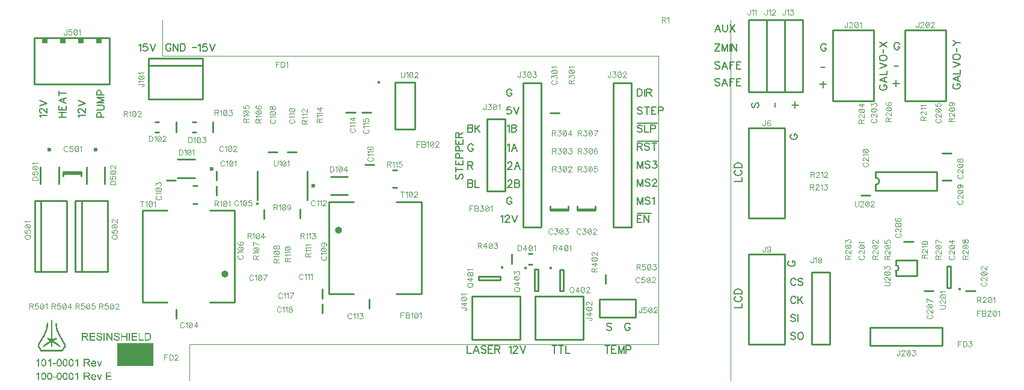
<source format=gbr>
G04 DipTrace 2.4.0.2*
%INTopSilk.gbr*%
%MOIN*%
%ADD10C,0.0098*%
%ADD12C,0.003*%
%ADD13C,0.0014*%
%ADD27C,0.0236*%
%ADD41C,0.0154*%
%ADD47O,0.0394X0.0378*%
%ADD50O,0.0154X0.0142*%
%ADD114C,0.0046*%
%ADD116C,0.0062*%
%FSLAX44Y44*%
G04*
G70*
G90*
G75*
G01*
%LNTopSilk*%
%LPD*%
X11004Y10768D2*
D10*
Y11279D1*
Y11595D2*
Y12106D1*
X8244Y11601D2*
X8756D1*
X8775Y3932D2*
Y4444D1*
X13642Y9980D2*
Y9469D1*
X14390Y13169D2*
X13879D1*
X15453D2*
X14941D1*
X15649Y9508D2*
Y10019D1*
X19478Y5006D2*
Y4495D1*
X18695Y15365D2*
X18184D1*
X19572Y15366D2*
X19060D1*
X19244Y12476D2*
X19756D1*
X16870Y5571D2*
Y5059D1*
Y4744D2*
Y4232D1*
X53068Y5461D2*
X52557D1*
X49631Y8211D2*
X49119D1*
X50756Y5461D2*
X50244D1*
X51244Y13101D2*
X51756D1*
X51244Y11601D2*
X51756D1*
X47256Y10774D2*
X46744D1*
X30006Y15336D2*
X29494D1*
X31992Y10008D2*
X31008D1*
X31992Y9933D2*
X31008D1*
X31992D2*
Y10169D1*
X31008Y9933D2*
Y10169D1*
X30492Y10008D2*
X29508D1*
X30492Y9933D2*
X29508D1*
X30492D2*
Y10169D1*
X29508Y9933D2*
Y10169D1*
X2508Y11992D2*
X3492D1*
X2508Y12067D2*
X3492D1*
X2508D2*
Y11831D1*
X3492Y12067D2*
Y11831D1*
X32588Y5869D2*
Y6381D1*
D27*
X10758Y12250D3*
X9794Y11738D2*
D10*
X8849D1*
X9794Y12762D2*
X8849D1*
X8760Y14288D2*
Y14840D1*
X7815Y14269D2*
X7618D1*
X7815Y14859D2*
X7618D1*
X10822Y14288D2*
Y14840D1*
X9878Y14269D2*
X9680D1*
X9878Y14859D2*
X9680D1*
D27*
X16368Y11314D3*
X17333Y11825D2*
D10*
X18278D1*
X17333Y10802D2*
X18278D1*
X27366Y7526D2*
Y6974D1*
X28311Y7545D2*
X28508D1*
X28311Y6955D2*
X28508D1*
D27*
X1750Y13321D3*
X2262Y12356D2*
D10*
Y11412D1*
X1238Y12356D2*
Y11412D1*
D27*
X4312Y13321D3*
X4824Y12356D2*
D10*
Y11412D1*
X3801Y12356D2*
Y11412D1*
X40500Y9500D2*
X42500D1*
Y14500D1*
X40500D1*
Y9500D1*
Y2500D2*
X42500D1*
Y7500D1*
X40500D1*
Y2500D1*
X44000D2*
X45000D1*
Y6500D1*
X44000D1*
Y2500D1*
X40500Y16500D2*
X41500D1*
Y20500D1*
X40500D1*
Y16500D1*
X41500D2*
X42500D1*
Y20500D1*
X41500D1*
Y16500D1*
X42500D2*
X43500D1*
Y20500D1*
X42500D1*
Y16500D1*
X7250Y18384D2*
X10250D1*
X7250Y16100D2*
X10250D1*
X7250D2*
Y18384D1*
X10250Y16100D2*
Y18384D1*
X7250Y17990D2*
X10250D1*
X47425Y16016D2*
Y19953D1*
X45161Y16016D2*
X46500D1*
X45161Y19953D2*
X46500D1*
Y16016D2*
X47425D1*
X45161D2*
Y19953D1*
X47425D2*
X46500D1*
X51425Y16016D2*
Y19953D1*
X49161Y16016D2*
X50500D1*
X49161Y19953D2*
X50500D1*
Y16016D2*
X51425D1*
X49161D2*
Y19953D1*
X51425D2*
X50500D1*
X47250Y3438D2*
X51250D1*
Y2437D1*
X47250D1*
Y3438D1*
X26000Y11000D2*
X27000D1*
Y15000D1*
X26000D1*
Y11000D1*
X33000Y9000D2*
X34000D1*
Y17000D1*
X33000D1*
Y9000D1*
X28000D2*
X29000D1*
Y17000D1*
X28000D1*
Y9000D1*
X27841Y5168D2*
X25164D1*
X27841Y2786D2*
Y4243D1*
X25164Y2786D2*
Y4243D1*
X27841D2*
Y5168D1*
Y2786D2*
X25164D1*
Y5168D2*
Y4243D1*
X31346Y5175D2*
X28669D1*
X31346Y2793D2*
Y4250D1*
X28669Y2793D2*
Y4250D1*
X31346D2*
Y5175D1*
Y2793D2*
X28669D1*
Y5175D2*
Y4250D1*
X5091Y19510D2*
X909D1*
Y16951D1*
X5091D1*
Y19510D1*
G36*
X4657Y19225D2*
X4343D1*
Y19540D1*
X4657D1*
Y19225D1*
G37*
G36*
X3658D2*
X3343D1*
Y19540D1*
X3658D1*
Y19225D1*
G37*
G36*
X2657D2*
X2342D1*
Y19540D1*
X2657D1*
Y19225D1*
G37*
G36*
X1657D2*
X1342D1*
Y19540D1*
X1657D1*
Y19225D1*
G37*
X32250Y5000D2*
D10*
X34250D1*
Y4000D1*
X32250D1*
Y5000D1*
D41*
X26825Y6789D3*
X26733Y6288D2*
D10*
X25552D1*
Y6091D1*
X26733D1*
Y6288D1*
D41*
X29544Y6747D3*
X30045Y6655D2*
D10*
Y5474D1*
X30242D1*
Y6655D1*
X30045D1*
D41*
X28156Y6759D3*
X28658Y6667D2*
D10*
Y5486D1*
X28855D1*
Y6667D1*
X28658D1*
X937Y6531D2*
X2709D1*
Y10469D1*
X937D1*
Y6531D1*
X1291D2*
Y10469D1*
X3187Y6531D2*
X4959D1*
Y10469D1*
X3187D1*
Y6531D1*
X3541D2*
Y10469D1*
X9942Y10320D2*
X9706D1*
X9942Y11305D2*
X9706D1*
X21004Y11195D2*
X20769D1*
X21004Y12180D2*
X20769D1*
X6892Y4831D2*
X8270D1*
D47*
X11486Y6422D3*
X6892Y4831D2*
D10*
Y9949D1*
X12010D2*
Y4831D1*
X10632D1*
X12010Y9949D2*
X10632D1*
X6892D2*
X8270D1*
X22361Y10420D2*
X20983D1*
D47*
X17767Y8830D3*
X22361Y10420D2*
D10*
Y5302D1*
X17243D2*
Y10420D1*
X18621D1*
X17243Y5302D2*
X18621D1*
X22361D2*
X20983D1*
D50*
X13267Y10319D3*
X13269Y12099D2*
D10*
Y10524D1*
X16025Y12099D2*
Y10524D1*
D41*
X20013Y17037D3*
X20906Y17047D2*
D10*
Y14449D1*
X22008Y17047D2*
Y14449D1*
X20906D2*
X22008D1*
X20906Y17047D2*
X22008D1*
D41*
X52210Y5567D3*
X51708Y5659D2*
D10*
Y6840D1*
X51511D1*
Y5659D1*
X51708D1*
X47557Y11051D2*
X50943D1*
X47557Y12075D2*
X50943D1*
Y11051D2*
Y12075D1*
X47557Y11051D2*
Y11366D1*
Y11760D2*
Y12075D1*
Y11366D2*
G03X47557Y11760I0J197D01*
G01*
X48668Y6308D2*
X49849D1*
X48668Y7174D2*
X49849D1*
Y6308D2*
Y7174D1*
X48668Y6308D2*
Y6584D1*
Y6899D2*
Y7174D1*
Y6584D2*
G03X48668Y6899I0J158D01*
G01*
X8000Y18500D2*
D13*
X35500D1*
Y2500D1*
X9500D2*
X35500D1*
X8000Y20500D2*
Y18500D1*
X9500Y2500D2*
Y500D1*
X39500Y20500D2*
Y500D1*
G36*
X5500Y2563D2*
X7500D1*
Y1313D1*
X5500D1*
Y2563D1*
G37*
X3653Y957D2*
D12*
X3873D1*
X4883D2*
X5153D1*
X1123Y947D2*
X1133D1*
X1393D2*
X1443D1*
X1723D2*
X1773D1*
X2253D2*
X2303D1*
X2583D2*
X2633D1*
X2913D2*
X2963D1*
X3303D2*
X3313D1*
X3653D2*
X3897D1*
X4883D2*
X5153D1*
X1113Y937D2*
X1133D1*
X1374D2*
X1459D1*
X1704D2*
X1789D1*
X2234D2*
X2319D1*
X2564D2*
X2649D1*
X2894D2*
X2979D1*
X3293D2*
X3313D1*
X3653D2*
X3915D1*
X4883D2*
X5153D1*
X1103Y927D2*
X1133D1*
X1358D2*
X1473D1*
X1688D2*
X1803D1*
X2218D2*
X2333D1*
X2548D2*
X2663D1*
X2878D2*
X2993D1*
X3283D2*
X3313D1*
X3653D2*
X3683D1*
X3879D2*
X3929D1*
X4883D2*
X4913D1*
X1093Y917D2*
X1133D1*
X1345D2*
X1375D1*
X1451D2*
X1484D1*
X1675D2*
X1705D1*
X1781D2*
X1814D1*
X2205D2*
X2235D1*
X2311D2*
X2344D1*
X2535D2*
X2565D1*
X2641D2*
X2674D1*
X2865D2*
X2895D1*
X2971D2*
X3004D1*
X3273D2*
X3313D1*
X3653D2*
X3683D1*
X3900D2*
X3940D1*
X4883D2*
X4913D1*
X1083Y907D2*
X1133D1*
X1334D2*
X1359D1*
X1466D2*
X1494D1*
X1664D2*
X1689D1*
X1796D2*
X1824D1*
X2194D2*
X2219D1*
X2326D2*
X2354D1*
X2524D2*
X2549D1*
X2656D2*
X2684D1*
X2854D2*
X2879D1*
X2986D2*
X3014D1*
X3263D2*
X3313D1*
X3653D2*
X3683D1*
X3917D2*
X3948D1*
X4883D2*
X4913D1*
X1072Y897D2*
X1133D1*
X1325D2*
X1347D1*
X1478D2*
X1502D1*
X1655D2*
X1677D1*
X1808D2*
X1832D1*
X2185D2*
X2207D1*
X2338D2*
X2362D1*
X2515D2*
X2537D1*
X2668D2*
X2692D1*
X2845D2*
X2867D1*
X2998D2*
X3022D1*
X3252D2*
X3313D1*
X3653D2*
X3683D1*
X3926D2*
X3954D1*
X4883D2*
X4913D1*
X1061Y887D2*
X1133D1*
X1317D2*
X1338D1*
X1487D2*
X1509D1*
X1647D2*
X1668D1*
X1817D2*
X1839D1*
X2177D2*
X2198D1*
X2347D2*
X2369D1*
X2507D2*
X2528D1*
X2677D2*
X2699D1*
X2837D2*
X2858D1*
X3007D2*
X3029D1*
X3241D2*
X3313D1*
X3653D2*
X3683D1*
X3930D2*
X3958D1*
X4883D2*
X4913D1*
X1047Y877D2*
X1133D1*
X1312D2*
X1332D1*
X1494D2*
X1514D1*
X1642D2*
X1662D1*
X1824D2*
X1844D1*
X2172D2*
X2192D1*
X2354D2*
X2374D1*
X2502D2*
X2522D1*
X2684D2*
X2704D1*
X2832D2*
X2852D1*
X3014D2*
X3034D1*
X3227D2*
X3313D1*
X3653D2*
X3683D1*
X3931D2*
X3961D1*
X4883D2*
X4913D1*
X1032Y867D2*
X1053D1*
X1103D2*
X1133D1*
X1307D2*
X1327D1*
X1498D2*
X1519D1*
X1637D2*
X1657D1*
X1828D2*
X1849D1*
X2167D2*
X2187D1*
X2358D2*
X2379D1*
X2497D2*
X2517D1*
X2688D2*
X2709D1*
X2827D2*
X2847D1*
X3018D2*
X3039D1*
X3213D2*
X3233D1*
X3283D2*
X3313D1*
X3653D2*
X3683D1*
X3932D2*
X3962D1*
X4883D2*
X4913D1*
X1017Y857D2*
X1038D1*
X1103D2*
X1133D1*
X1304D2*
X1325D1*
X1501D2*
X1522D1*
X1634D2*
X1655D1*
X1831D2*
X1852D1*
X2164D2*
X2185D1*
X2361D2*
X2382D1*
X2494D2*
X2515D1*
X2691D2*
X2712D1*
X2824D2*
X2845D1*
X3021D2*
X3042D1*
X3200D2*
X3217D1*
X3283D2*
X3313D1*
X3653D2*
X3683D1*
X3933D2*
X3962D1*
X4163D2*
X4213D1*
X4883D2*
X4913D1*
X1003Y847D2*
X1023D1*
X1103D2*
X1133D1*
X1302D2*
X1323D1*
X1504D2*
X1526D1*
X1632D2*
X1653D1*
X1834D2*
X1856D1*
X2162D2*
X2183D1*
X2364D2*
X2386D1*
X2492D2*
X2513D1*
X2694D2*
X2716D1*
X2822D2*
X2843D1*
X3024D2*
X3046D1*
X3190D2*
X3201D1*
X3283D2*
X3313D1*
X3653D2*
X3683D1*
X3932D2*
X3962D1*
X4140D2*
X4231D1*
X4393D2*
X4413D1*
X4603D2*
X4623D1*
X4883D2*
X4913D1*
X1103Y837D2*
X1133D1*
X1299D2*
X1321D1*
X1507D2*
X1529D1*
X1629D2*
X1651D1*
X1837D2*
X1859D1*
X2159D2*
X2181D1*
X2367D2*
X2389D1*
X2489D2*
X2511D1*
X2697D2*
X2719D1*
X2819D2*
X2841D1*
X3027D2*
X3049D1*
X3183D2*
D3*
X3283D2*
X3313D1*
X3653D2*
X3683D1*
X3931D2*
X3961D1*
X4121D2*
X4247D1*
X4394D2*
X4414D1*
X4601D2*
X4619D1*
X4883D2*
X4913D1*
X1103Y827D2*
X1133D1*
X1296D2*
X1319D1*
X1509D2*
X1531D1*
X1626D2*
X1649D1*
X1839D2*
X1861D1*
X2156D2*
X2179D1*
X2369D2*
X2391D1*
X2486D2*
X2509D1*
X2699D2*
X2721D1*
X2816D2*
X2839D1*
X3029D2*
X3051D1*
X3283D2*
X3313D1*
X3653D2*
X3683D1*
X3928D2*
X3957D1*
X4107D2*
X4143D1*
X4231D2*
X4260D1*
X4397D2*
X4417D1*
X4599D2*
X4616D1*
X4883D2*
X4913D1*
X1103Y817D2*
X1133D1*
X1294D2*
X1316D1*
X1511D2*
X1532D1*
X1624D2*
X1646D1*
X1841D2*
X1862D1*
X2154D2*
X2176D1*
X2371D2*
X2392D1*
X2484D2*
X2506D1*
X2701D2*
X2722D1*
X2814D2*
X2836D1*
X3031D2*
X3052D1*
X3283D2*
X3313D1*
X3653D2*
X3683D1*
X3923D2*
X3952D1*
X4096D2*
X4125D1*
X4246D2*
X4271D1*
X4401D2*
X4420D1*
X4596D2*
X4613D1*
X4883D2*
X4913D1*
X1103Y807D2*
X1133D1*
X1294D2*
X1314D1*
X1512D2*
X1533D1*
X1624D2*
X1644D1*
X1842D2*
X1863D1*
X2154D2*
X2174D1*
X2372D2*
X2393D1*
X2484D2*
X2504D1*
X2702D2*
X2723D1*
X2814D2*
X2834D1*
X3032D2*
X3053D1*
X3283D2*
X3313D1*
X3653D2*
X3683D1*
X3912D2*
X3946D1*
X4088D2*
X4111D1*
X4258D2*
X4281D1*
X4405D2*
X4423D1*
X4593D2*
X4609D1*
X4883D2*
X4913D1*
X1103Y797D2*
X1133D1*
X1293D2*
X1314D1*
X1513D2*
X1533D1*
X1623D2*
X1644D1*
X1843D2*
X1863D1*
X2153D2*
X2174D1*
X2373D2*
X2393D1*
X2483D2*
X2504D1*
X2703D2*
X2723D1*
X2813D2*
X2834D1*
X3033D2*
X3053D1*
X3283D2*
X3313D1*
X3653D2*
X3683D1*
X3898D2*
X3939D1*
X4081D2*
X4100D1*
X4267D2*
X4288D1*
X4409D2*
X4426D1*
X4589D2*
X4605D1*
X4883D2*
X4913D1*
X1103Y787D2*
X1133D1*
X1293D2*
X1313D1*
X1513D2*
X1533D1*
X1623D2*
X1643D1*
X1843D2*
X1863D1*
X2153D2*
X2173D1*
X2373D2*
X2393D1*
X2483D2*
X2503D1*
X2703D2*
X2723D1*
X2813D2*
X2833D1*
X3033D2*
X3053D1*
X3283D2*
X3313D1*
X3653D2*
X3683D1*
X3881D2*
X3929D1*
X4076D2*
X4093D1*
X4274D2*
X4294D1*
X4413D2*
X4430D1*
X4585D2*
X4600D1*
X4883D2*
X4913D1*
X1103Y777D2*
X1133D1*
X1293D2*
X1313D1*
X1513D2*
X1533D1*
X1623D2*
X1643D1*
X1843D2*
X1863D1*
X2153D2*
X2173D1*
X2373D2*
X2393D1*
X2483D2*
X2503D1*
X2703D2*
X2723D1*
X2813D2*
X2833D1*
X3033D2*
X3053D1*
X3283D2*
X3313D1*
X3653D2*
X3914D1*
X4071D2*
X4088D1*
X4278D2*
X4298D1*
X4416D2*
X4433D1*
X4580D2*
X4597D1*
X4883D2*
X5143D1*
X1103Y767D2*
X1133D1*
X1293D2*
X1313D1*
X1513D2*
X1533D1*
X1623D2*
X1643D1*
X1843D2*
X1863D1*
X2153D2*
X2173D1*
X2373D2*
X2393D1*
X2483D2*
X2503D1*
X2703D2*
X2723D1*
X2813D2*
X2833D1*
X3033D2*
X3053D1*
X3283D2*
X3313D1*
X3653D2*
X3897D1*
X4067D2*
X4085D1*
X4281D2*
X4301D1*
X4420D2*
X4436D1*
X4577D2*
X4593D1*
X4883D2*
X5143D1*
X1103Y757D2*
X1133D1*
X1293D2*
X1313D1*
X1513D2*
X1533D1*
X1623D2*
X1643D1*
X1843D2*
X1863D1*
X2153D2*
X2173D1*
X2373D2*
X2393D1*
X2483D2*
X2503D1*
X2703D2*
X2723D1*
X2813D2*
X2833D1*
X3033D2*
X3053D1*
X3283D2*
X3313D1*
X3653D2*
X3879D1*
X4064D2*
X4084D1*
X4282D2*
X4304D1*
X4423D2*
X4440D1*
X4573D2*
X4590D1*
X4883D2*
X5143D1*
X1103Y747D2*
X1133D1*
X1293D2*
X1313D1*
X1513D2*
X1533D1*
X1623D2*
X1643D1*
X1843D2*
X1863D1*
X2153D2*
X2173D1*
X2373D2*
X2393D1*
X2483D2*
X2503D1*
X2703D2*
X2723D1*
X2813D2*
X2833D1*
X3033D2*
X3053D1*
X3283D2*
X3313D1*
X3653D2*
X3683D1*
X3811D2*
X3865D1*
X4062D2*
X4083D1*
X4282D2*
X4307D1*
X4427D2*
X4443D1*
X4570D2*
X4586D1*
X4883D2*
X4913D1*
X1103Y737D2*
X1133D1*
X1293D2*
X1313D1*
X1513D2*
X1533D1*
X1623D2*
X1643D1*
X1843D2*
X1863D1*
X2153D2*
X2173D1*
X2373D2*
X2393D1*
X2483D2*
X2503D1*
X2703D2*
X2723D1*
X2813D2*
X2833D1*
X3033D2*
X3053D1*
X3283D2*
X3313D1*
X3653D2*
X3683D1*
X3827D2*
X3857D1*
X4059D2*
X4083D1*
X4283D2*
X4309D1*
X4431D2*
X4447D1*
X4566D2*
X4583D1*
X4883D2*
X4913D1*
X1103Y727D2*
X1133D1*
X1293D2*
X1313D1*
X1513D2*
X1533D1*
X1623D2*
X1643D1*
X1843D2*
X1863D1*
X2153D2*
X2173D1*
X2373D2*
X2393D1*
X2483D2*
X2503D1*
X2703D2*
X2723D1*
X2813D2*
X2833D1*
X3033D2*
X3053D1*
X3283D2*
X3313D1*
X3653D2*
X3683D1*
X3840D2*
X3864D1*
X4056D2*
X4311D1*
X4435D2*
X4451D1*
X4563D2*
X4579D1*
X4883D2*
X4913D1*
X1103Y717D2*
X1133D1*
X1293D2*
X1313D1*
X1513D2*
X1533D1*
X1623D2*
X1643D1*
X1843D2*
X1863D1*
X1943D2*
X2083D1*
X2153D2*
X2173D1*
X2373D2*
X2393D1*
X2483D2*
X2503D1*
X2703D2*
X2723D1*
X2813D2*
X2833D1*
X3033D2*
X3053D1*
X3283D2*
X3313D1*
X3653D2*
X3683D1*
X3850D2*
X3873D1*
X4055D2*
X4312D1*
X4439D2*
X4455D1*
X4559D2*
X4575D1*
X4883D2*
X4913D1*
X1103Y707D2*
X1133D1*
X1293D2*
X1313D1*
X1512D2*
X1533D1*
X1623D2*
X1643D1*
X1842D2*
X1863D1*
X1943D2*
X2083D1*
X2153D2*
X2173D1*
X2372D2*
X2393D1*
X2483D2*
X2503D1*
X2702D2*
X2723D1*
X2813D2*
X2833D1*
X3032D2*
X3053D1*
X3283D2*
X3313D1*
X3653D2*
X3683D1*
X3858D2*
X3883D1*
X4054D2*
X4313D1*
X4443D2*
X4459D1*
X4556D2*
X4570D1*
X4883D2*
X4913D1*
X1103Y697D2*
X1133D1*
X1294D2*
X1314D1*
X1511D2*
X1532D1*
X1624D2*
X1644D1*
X1841D2*
X1862D1*
X1943D2*
X2083D1*
X2154D2*
X2174D1*
X2371D2*
X2392D1*
X2484D2*
X2504D1*
X2701D2*
X2722D1*
X2814D2*
X2834D1*
X3031D2*
X3052D1*
X3283D2*
X3313D1*
X3653D2*
X3683D1*
X3866D2*
X3893D1*
X4055D2*
X4083D1*
X4446D2*
X4463D1*
X4553D2*
X4567D1*
X4883D2*
X4913D1*
X1103Y687D2*
X1133D1*
X1297D2*
X1317D1*
X1509D2*
X1531D1*
X1627D2*
X1647D1*
X1839D2*
X1861D1*
X2157D2*
X2177D1*
X2369D2*
X2391D1*
X2487D2*
X2507D1*
X2699D2*
X2721D1*
X2817D2*
X2837D1*
X3029D2*
X3051D1*
X3283D2*
X3313D1*
X3653D2*
X3683D1*
X3874D2*
X3902D1*
X4057D2*
X4083D1*
X4450D2*
X4466D1*
X4549D2*
X4563D1*
X4883D2*
X4913D1*
X1103Y677D2*
X1133D1*
X1299D2*
X1319D1*
X1506D2*
X1529D1*
X1629D2*
X1649D1*
X1836D2*
X1859D1*
X2159D2*
X2179D1*
X2366D2*
X2389D1*
X2489D2*
X2509D1*
X2696D2*
X2719D1*
X2819D2*
X2839D1*
X3026D2*
X3049D1*
X3283D2*
X3313D1*
X3653D2*
X3683D1*
X3882D2*
X3911D1*
X4060D2*
X4083D1*
X4453D2*
X4470D1*
X4545D2*
X4560D1*
X4883D2*
X4913D1*
X1103Y667D2*
X1133D1*
X1302D2*
X1322D1*
X1504D2*
X1526D1*
X1632D2*
X1652D1*
X1834D2*
X1856D1*
X2162D2*
X2182D1*
X2364D2*
X2386D1*
X2492D2*
X2512D1*
X2694D2*
X2716D1*
X2822D2*
X2842D1*
X3024D2*
X3046D1*
X3283D2*
X3313D1*
X3653D2*
X3683D1*
X3889D2*
X3918D1*
X4062D2*
X4083D1*
X4457D2*
X4473D1*
X4540D2*
X4556D1*
X4883D2*
X4913D1*
X1103Y657D2*
X1133D1*
X1304D2*
X1324D1*
X1502D2*
X1523D1*
X1634D2*
X1654D1*
X1832D2*
X1853D1*
X2164D2*
X2184D1*
X2362D2*
X2383D1*
X2494D2*
X2514D1*
X2692D2*
X2713D1*
X2824D2*
X2844D1*
X3022D2*
X3043D1*
X3283D2*
X3313D1*
X3653D2*
X3683D1*
X3896D2*
X3925D1*
X4064D2*
X4085D1*
X4461D2*
X4476D1*
X4536D2*
X4553D1*
X4883D2*
X4913D1*
X1103Y647D2*
X1133D1*
X1307D2*
X1327D1*
X1499D2*
X1519D1*
X1637D2*
X1657D1*
X1829D2*
X1849D1*
X2167D2*
X2187D1*
X2359D2*
X2379D1*
X2497D2*
X2517D1*
X2689D2*
X2709D1*
X2827D2*
X2847D1*
X3019D2*
X3039D1*
X3283D2*
X3313D1*
X3653D2*
X3683D1*
X3903D2*
X3930D1*
X4067D2*
X4087D1*
X4465D2*
X4480D1*
X4532D2*
X4549D1*
X4883D2*
X4913D1*
X1103Y637D2*
X1133D1*
X1311D2*
X1331D1*
X1494D2*
X1514D1*
X1641D2*
X1661D1*
X1824D2*
X1844D1*
X2171D2*
X2191D1*
X2354D2*
X2374D1*
X2501D2*
X2521D1*
X2684D2*
X2704D1*
X2831D2*
X2851D1*
X3014D2*
X3034D1*
X3283D2*
X3313D1*
X3653D2*
X3683D1*
X3909D2*
X3936D1*
X4071D2*
X4092D1*
X4469D2*
X4485D1*
X4524D2*
X4545D1*
X4883D2*
X4913D1*
X1103Y627D2*
X1133D1*
X1317D2*
X1338D1*
X1488D2*
X1509D1*
X1647D2*
X1668D1*
X1818D2*
X1839D1*
X2177D2*
X2198D1*
X2348D2*
X2369D1*
X2507D2*
X2528D1*
X2678D2*
X2699D1*
X2837D2*
X2858D1*
X3008D2*
X3029D1*
X3283D2*
X3313D1*
X3653D2*
X3683D1*
X3916D2*
X3943D1*
X4076D2*
X4097D1*
X4473D2*
X4498D1*
X4505D2*
X4540D1*
X4883D2*
X4913D1*
X1103Y617D2*
X1133D1*
X1324D2*
X1347D1*
X1479D2*
X1502D1*
X1654D2*
X1677D1*
X1809D2*
X1832D1*
X2184D2*
X2207D1*
X2339D2*
X2362D1*
X2514D2*
X2537D1*
X2669D2*
X2692D1*
X2844D2*
X2867D1*
X2999D2*
X3022D1*
X3283D2*
X3313D1*
X3653D2*
X3683D1*
X3923D2*
X3950D1*
X4081D2*
X4106D1*
X4273D2*
X4303D1*
X4476D2*
X4537D1*
X4883D2*
X4913D1*
X1103Y607D2*
X1133D1*
X1331D2*
X1373D1*
X1453D2*
X1494D1*
X1661D2*
X1703D1*
X1783D2*
X1824D1*
X2191D2*
X2233D1*
X2313D2*
X2354D1*
X2521D2*
X2563D1*
X2643D2*
X2684D1*
X2851D2*
X2893D1*
X2973D2*
X3014D1*
X3283D2*
X3313D1*
X3653D2*
X3683D1*
X3929D2*
X3956D1*
X4087D2*
X4116D1*
X4262D2*
X4293D1*
X4480D2*
X4533D1*
X4883D2*
X4913D1*
X1103Y597D2*
X1133D1*
X1341D2*
X1413D1*
X1412D2*
X1485D1*
X1671D2*
X1743D1*
X1742D2*
X1815D1*
X2201D2*
X2273D1*
X2272D2*
X2345D1*
X2531D2*
X2603D1*
X2602D2*
X2675D1*
X2861D2*
X2933D1*
X2932D2*
X3005D1*
X3283D2*
X3313D1*
X3653D2*
X3683D1*
X3935D2*
X3963D1*
X4095D2*
X4144D1*
X4233D2*
X4283D1*
X4483D2*
X4530D1*
X4883D2*
X4913D1*
X1103Y587D2*
X1133D1*
X1355D2*
X1472D1*
X1685D2*
X1802D1*
X2215D2*
X2332D1*
X2545D2*
X2662D1*
X2875D2*
X2992D1*
X3283D2*
X3313D1*
X3653D2*
X3683D1*
X3940D2*
X3969D1*
X4106D2*
X4188D1*
X4272D1*
X4486D2*
X4526D1*
X4883D2*
X5163D1*
X1103Y577D2*
X1133D1*
X1373D2*
X1458D1*
X1703D2*
X1788D1*
X2233D2*
X2318D1*
X2563D2*
X2648D1*
X2893D2*
X2978D1*
X3283D2*
X3313D1*
X3653D2*
X3683D1*
X3946D2*
X3976D1*
X4121D2*
X4259D1*
X4490D2*
X4524D1*
X4883D2*
X5163D1*
X1103Y567D2*
X1133D1*
X1393D2*
X1443D1*
X1723D2*
X1773D1*
X2253D2*
X2303D1*
X2583D2*
X2633D1*
X2913D2*
X2963D1*
X3283D2*
X3313D1*
X3653D2*
X3683D1*
X3953D2*
X3983D1*
X4141D2*
X4242D1*
X4493D2*
X4523D1*
X4883D2*
X5163D1*
X4163Y557D2*
X4223D1*
X3653Y1707D2*
X3873D1*
X1123Y1697D2*
X1133D1*
X1393D2*
X1443D1*
X1783D2*
X1793D1*
X2253D2*
X2303D1*
X2583D2*
X2633D1*
X2913D2*
X2963D1*
X3303D2*
X3313D1*
X3653D2*
X3897D1*
X1113Y1687D2*
X1133D1*
X1374D2*
X1459D1*
X1773D2*
X1793D1*
X2234D2*
X2319D1*
X2564D2*
X2649D1*
X2894D2*
X2979D1*
X3293D2*
X3313D1*
X3653D2*
X3915D1*
X1103Y1677D2*
X1133D1*
X1358D2*
X1473D1*
X1763D2*
X1793D1*
X2218D2*
X2333D1*
X2548D2*
X2663D1*
X2878D2*
X2993D1*
X3283D2*
X3313D1*
X3653D2*
X3683D1*
X3879D2*
X3929D1*
X1093Y1667D2*
X1133D1*
X1345D2*
X1375D1*
X1451D2*
X1484D1*
X1753D2*
X1793D1*
X2205D2*
X2235D1*
X2311D2*
X2344D1*
X2535D2*
X2565D1*
X2641D2*
X2674D1*
X2865D2*
X2895D1*
X2971D2*
X3004D1*
X3273D2*
X3313D1*
X3653D2*
X3683D1*
X3900D2*
X3940D1*
X1083Y1657D2*
X1133D1*
X1334D2*
X1359D1*
X1466D2*
X1494D1*
X1743D2*
X1793D1*
X2194D2*
X2219D1*
X2326D2*
X2354D1*
X2524D2*
X2549D1*
X2656D2*
X2684D1*
X2854D2*
X2879D1*
X2986D2*
X3014D1*
X3263D2*
X3313D1*
X3653D2*
X3683D1*
X3917D2*
X3948D1*
X1072Y1647D2*
X1133D1*
X1325D2*
X1347D1*
X1478D2*
X1502D1*
X1732D2*
X1793D1*
X2185D2*
X2207D1*
X2338D2*
X2362D1*
X2515D2*
X2537D1*
X2668D2*
X2692D1*
X2845D2*
X2867D1*
X2998D2*
X3022D1*
X3252D2*
X3313D1*
X3653D2*
X3683D1*
X3926D2*
X3954D1*
X1061Y1637D2*
X1133D1*
X1317D2*
X1338D1*
X1487D2*
X1509D1*
X1721D2*
X1793D1*
X2177D2*
X2198D1*
X2347D2*
X2369D1*
X2507D2*
X2528D1*
X2677D2*
X2699D1*
X2837D2*
X2858D1*
X3007D2*
X3029D1*
X3241D2*
X3313D1*
X3653D2*
X3683D1*
X3930D2*
X3958D1*
X1047Y1627D2*
X1133D1*
X1312D2*
X1332D1*
X1494D2*
X1514D1*
X1707D2*
X1793D1*
X2172D2*
X2192D1*
X2354D2*
X2374D1*
X2502D2*
X2522D1*
X2684D2*
X2704D1*
X2832D2*
X2852D1*
X3014D2*
X3034D1*
X3227D2*
X3313D1*
X3653D2*
X3683D1*
X3931D2*
X3961D1*
X1032Y1617D2*
X1053D1*
X1103D2*
X1133D1*
X1307D2*
X1327D1*
X1498D2*
X1519D1*
X1693D2*
X1713D1*
X1763D2*
X1793D1*
X2167D2*
X2187D1*
X2358D2*
X2379D1*
X2497D2*
X2517D1*
X2688D2*
X2709D1*
X2827D2*
X2847D1*
X3018D2*
X3039D1*
X3213D2*
X3233D1*
X3283D2*
X3313D1*
X3653D2*
X3683D1*
X3932D2*
X3962D1*
X1017Y1607D2*
X1038D1*
X1103D2*
X1133D1*
X1304D2*
X1325D1*
X1501D2*
X1522D1*
X1680D2*
X1697D1*
X1763D2*
X1793D1*
X2164D2*
X2185D1*
X2361D2*
X2382D1*
X2494D2*
X2515D1*
X2691D2*
X2712D1*
X2824D2*
X2845D1*
X3021D2*
X3042D1*
X3200D2*
X3217D1*
X3283D2*
X3313D1*
X3653D2*
X3683D1*
X3933D2*
X3962D1*
X4163D2*
X4213D1*
X1003Y1597D2*
X1023D1*
X1103D2*
X1133D1*
X1302D2*
X1323D1*
X1504D2*
X1526D1*
X1670D2*
X1681D1*
X1763D2*
X1793D1*
X2162D2*
X2183D1*
X2364D2*
X2386D1*
X2492D2*
X2513D1*
X2694D2*
X2716D1*
X2822D2*
X2843D1*
X3024D2*
X3046D1*
X3190D2*
X3201D1*
X3283D2*
X3313D1*
X3653D2*
X3683D1*
X3932D2*
X3962D1*
X4140D2*
X4231D1*
X4393D2*
X4413D1*
X4603D2*
X4623D1*
X1103Y1587D2*
X1133D1*
X1299D2*
X1321D1*
X1507D2*
X1529D1*
X1663D2*
D3*
X1763D2*
X1793D1*
X2159D2*
X2181D1*
X2367D2*
X2389D1*
X2489D2*
X2511D1*
X2697D2*
X2719D1*
X2819D2*
X2841D1*
X3027D2*
X3049D1*
X3183D2*
D3*
X3283D2*
X3313D1*
X3653D2*
X3683D1*
X3931D2*
X3961D1*
X4121D2*
X4247D1*
X4394D2*
X4414D1*
X4601D2*
X4619D1*
X1103Y1577D2*
X1133D1*
X1296D2*
X1319D1*
X1509D2*
X1531D1*
X1763D2*
X1793D1*
X2156D2*
X2179D1*
X2369D2*
X2391D1*
X2486D2*
X2509D1*
X2699D2*
X2721D1*
X2816D2*
X2839D1*
X3029D2*
X3051D1*
X3283D2*
X3313D1*
X3653D2*
X3683D1*
X3928D2*
X3957D1*
X4107D2*
X4143D1*
X4231D2*
X4260D1*
X4397D2*
X4417D1*
X4599D2*
X4616D1*
X1103Y1567D2*
X1133D1*
X1294D2*
X1316D1*
X1511D2*
X1532D1*
X1763D2*
X1793D1*
X2154D2*
X2176D1*
X2371D2*
X2392D1*
X2484D2*
X2506D1*
X2701D2*
X2722D1*
X2814D2*
X2836D1*
X3031D2*
X3052D1*
X3283D2*
X3313D1*
X3653D2*
X3683D1*
X3923D2*
X3952D1*
X4096D2*
X4125D1*
X4246D2*
X4271D1*
X4401D2*
X4420D1*
X4596D2*
X4613D1*
X1103Y1557D2*
X1133D1*
X1294D2*
X1314D1*
X1512D2*
X1533D1*
X1763D2*
X1793D1*
X2154D2*
X2174D1*
X2372D2*
X2393D1*
X2484D2*
X2504D1*
X2702D2*
X2723D1*
X2814D2*
X2834D1*
X3032D2*
X3053D1*
X3283D2*
X3313D1*
X3653D2*
X3683D1*
X3912D2*
X3946D1*
X4088D2*
X4111D1*
X4258D2*
X4281D1*
X4405D2*
X4423D1*
X4593D2*
X4609D1*
X1103Y1547D2*
X1133D1*
X1293D2*
X1314D1*
X1513D2*
X1533D1*
X1763D2*
X1793D1*
X2153D2*
X2174D1*
X2373D2*
X2393D1*
X2483D2*
X2504D1*
X2703D2*
X2723D1*
X2813D2*
X2834D1*
X3033D2*
X3053D1*
X3283D2*
X3313D1*
X3653D2*
X3683D1*
X3898D2*
X3939D1*
X4081D2*
X4100D1*
X4267D2*
X4288D1*
X4409D2*
X4426D1*
X4589D2*
X4605D1*
X1103Y1537D2*
X1133D1*
X1293D2*
X1313D1*
X1513D2*
X1533D1*
X1763D2*
X1793D1*
X2153D2*
X2173D1*
X2373D2*
X2393D1*
X2483D2*
X2503D1*
X2703D2*
X2723D1*
X2813D2*
X2833D1*
X3033D2*
X3053D1*
X3283D2*
X3313D1*
X3653D2*
X3683D1*
X3881D2*
X3929D1*
X4076D2*
X4093D1*
X4274D2*
X4294D1*
X4413D2*
X4430D1*
X4585D2*
X4600D1*
X1103Y1527D2*
X1133D1*
X1293D2*
X1313D1*
X1513D2*
X1533D1*
X1763D2*
X1793D1*
X2153D2*
X2173D1*
X2373D2*
X2393D1*
X2483D2*
X2503D1*
X2703D2*
X2723D1*
X2813D2*
X2833D1*
X3033D2*
X3053D1*
X3283D2*
X3313D1*
X3653D2*
X3914D1*
X4071D2*
X4088D1*
X4278D2*
X4298D1*
X4416D2*
X4433D1*
X4580D2*
X4597D1*
X1103Y1517D2*
X1133D1*
X1293D2*
X1313D1*
X1513D2*
X1533D1*
X1763D2*
X1793D1*
X2153D2*
X2173D1*
X2373D2*
X2393D1*
X2483D2*
X2503D1*
X2703D2*
X2723D1*
X2813D2*
X2833D1*
X3033D2*
X3053D1*
X3283D2*
X3313D1*
X3653D2*
X3897D1*
X4067D2*
X4085D1*
X4281D2*
X4301D1*
X4420D2*
X4436D1*
X4577D2*
X4593D1*
X1103Y1507D2*
X1133D1*
X1293D2*
X1313D1*
X1513D2*
X1533D1*
X1763D2*
X1793D1*
X2153D2*
X2173D1*
X2373D2*
X2393D1*
X2483D2*
X2503D1*
X2703D2*
X2723D1*
X2813D2*
X2833D1*
X3033D2*
X3053D1*
X3283D2*
X3313D1*
X3653D2*
X3879D1*
X4064D2*
X4084D1*
X4282D2*
X4304D1*
X4423D2*
X4440D1*
X4573D2*
X4590D1*
X1103Y1497D2*
X1133D1*
X1293D2*
X1313D1*
X1513D2*
X1533D1*
X1763D2*
X1793D1*
X2153D2*
X2173D1*
X2373D2*
X2393D1*
X2483D2*
X2503D1*
X2703D2*
X2723D1*
X2813D2*
X2833D1*
X3033D2*
X3053D1*
X3283D2*
X3313D1*
X3653D2*
X3683D1*
X3811D2*
X3865D1*
X4062D2*
X4083D1*
X4282D2*
X4307D1*
X4427D2*
X4443D1*
X4570D2*
X4586D1*
X1103Y1487D2*
X1133D1*
X1293D2*
X1313D1*
X1513D2*
X1533D1*
X1763D2*
X1793D1*
X2153D2*
X2173D1*
X2373D2*
X2393D1*
X2483D2*
X2503D1*
X2703D2*
X2723D1*
X2813D2*
X2833D1*
X3033D2*
X3053D1*
X3283D2*
X3313D1*
X3653D2*
X3683D1*
X3827D2*
X3857D1*
X4059D2*
X4083D1*
X4283D2*
X4309D1*
X4431D2*
X4447D1*
X4566D2*
X4583D1*
X1103Y1477D2*
X1133D1*
X1293D2*
X1313D1*
X1513D2*
X1533D1*
X1763D2*
X1793D1*
X2153D2*
X2173D1*
X2373D2*
X2393D1*
X2483D2*
X2503D1*
X2703D2*
X2723D1*
X2813D2*
X2833D1*
X3033D2*
X3053D1*
X3283D2*
X3313D1*
X3653D2*
X3683D1*
X3840D2*
X3864D1*
X4056D2*
X4311D1*
X4435D2*
X4451D1*
X4563D2*
X4579D1*
X1103Y1467D2*
X1133D1*
X1293D2*
X1313D1*
X1513D2*
X1533D1*
X1763D2*
X1793D1*
X1943D2*
X2083D1*
X2153D2*
X2173D1*
X2373D2*
X2393D1*
X2483D2*
X2503D1*
X2703D2*
X2723D1*
X2813D2*
X2833D1*
X3033D2*
X3053D1*
X3283D2*
X3313D1*
X3653D2*
X3683D1*
X3850D2*
X3873D1*
X4055D2*
X4312D1*
X4439D2*
X4455D1*
X4559D2*
X4575D1*
X1103Y1457D2*
X1133D1*
X1293D2*
X1313D1*
X1512D2*
X1533D1*
X1763D2*
X1793D1*
X1943D2*
X2083D1*
X2153D2*
X2173D1*
X2372D2*
X2393D1*
X2483D2*
X2503D1*
X2702D2*
X2723D1*
X2813D2*
X2833D1*
X3032D2*
X3053D1*
X3283D2*
X3313D1*
X3653D2*
X3683D1*
X3858D2*
X3883D1*
X4054D2*
X4313D1*
X4443D2*
X4459D1*
X4556D2*
X4570D1*
X1103Y1447D2*
X1133D1*
X1294D2*
X1314D1*
X1511D2*
X1532D1*
X1763D2*
X1793D1*
X1943D2*
X2083D1*
X2154D2*
X2174D1*
X2371D2*
X2392D1*
X2484D2*
X2504D1*
X2701D2*
X2722D1*
X2814D2*
X2834D1*
X3031D2*
X3052D1*
X3283D2*
X3313D1*
X3653D2*
X3683D1*
X3866D2*
X3893D1*
X4055D2*
X4083D1*
X4446D2*
X4463D1*
X4553D2*
X4567D1*
X1103Y1437D2*
X1133D1*
X1297D2*
X1317D1*
X1509D2*
X1531D1*
X1763D2*
X1793D1*
X2157D2*
X2177D1*
X2369D2*
X2391D1*
X2487D2*
X2507D1*
X2699D2*
X2721D1*
X2817D2*
X2837D1*
X3029D2*
X3051D1*
X3283D2*
X3313D1*
X3653D2*
X3683D1*
X3874D2*
X3902D1*
X4057D2*
X4083D1*
X4450D2*
X4466D1*
X4549D2*
X4563D1*
X1103Y1427D2*
X1133D1*
X1299D2*
X1319D1*
X1506D2*
X1529D1*
X1763D2*
X1793D1*
X2159D2*
X2179D1*
X2366D2*
X2389D1*
X2489D2*
X2509D1*
X2696D2*
X2719D1*
X2819D2*
X2839D1*
X3026D2*
X3049D1*
X3283D2*
X3313D1*
X3653D2*
X3683D1*
X3882D2*
X3911D1*
X4060D2*
X4083D1*
X4453D2*
X4470D1*
X4545D2*
X4560D1*
X1103Y1417D2*
X1133D1*
X1302D2*
X1322D1*
X1504D2*
X1526D1*
X1763D2*
X1793D1*
X2162D2*
X2182D1*
X2364D2*
X2386D1*
X2492D2*
X2512D1*
X2694D2*
X2716D1*
X2822D2*
X2842D1*
X3024D2*
X3046D1*
X3283D2*
X3313D1*
X3653D2*
X3683D1*
X3889D2*
X3918D1*
X4062D2*
X4083D1*
X4457D2*
X4473D1*
X4540D2*
X4556D1*
X1103Y1407D2*
X1133D1*
X1304D2*
X1324D1*
X1502D2*
X1523D1*
X1763D2*
X1793D1*
X2164D2*
X2184D1*
X2362D2*
X2383D1*
X2494D2*
X2514D1*
X2692D2*
X2713D1*
X2824D2*
X2844D1*
X3022D2*
X3043D1*
X3283D2*
X3313D1*
X3653D2*
X3683D1*
X3896D2*
X3925D1*
X4064D2*
X4085D1*
X4461D2*
X4476D1*
X4536D2*
X4553D1*
X1103Y1397D2*
X1133D1*
X1307D2*
X1327D1*
X1499D2*
X1519D1*
X1763D2*
X1793D1*
X2167D2*
X2187D1*
X2359D2*
X2379D1*
X2497D2*
X2517D1*
X2689D2*
X2709D1*
X2827D2*
X2847D1*
X3019D2*
X3039D1*
X3283D2*
X3313D1*
X3653D2*
X3683D1*
X3903D2*
X3930D1*
X4067D2*
X4087D1*
X4465D2*
X4480D1*
X4532D2*
X4549D1*
X1103Y1387D2*
X1133D1*
X1311D2*
X1331D1*
X1494D2*
X1514D1*
X1763D2*
X1793D1*
X2171D2*
X2191D1*
X2354D2*
X2374D1*
X2501D2*
X2521D1*
X2684D2*
X2704D1*
X2831D2*
X2851D1*
X3014D2*
X3034D1*
X3283D2*
X3313D1*
X3653D2*
X3683D1*
X3909D2*
X3936D1*
X4071D2*
X4092D1*
X4469D2*
X4485D1*
X4524D2*
X4545D1*
X1103Y1377D2*
X1133D1*
X1317D2*
X1338D1*
X1488D2*
X1509D1*
X1763D2*
X1793D1*
X2177D2*
X2198D1*
X2348D2*
X2369D1*
X2507D2*
X2528D1*
X2678D2*
X2699D1*
X2837D2*
X2858D1*
X3008D2*
X3029D1*
X3283D2*
X3313D1*
X3653D2*
X3683D1*
X3916D2*
X3943D1*
X4076D2*
X4097D1*
X4473D2*
X4498D1*
X4505D2*
X4540D1*
X1103Y1367D2*
X1133D1*
X1324D2*
X1347D1*
X1479D2*
X1502D1*
X1763D2*
X1793D1*
X2184D2*
X2207D1*
X2339D2*
X2362D1*
X2514D2*
X2537D1*
X2669D2*
X2692D1*
X2844D2*
X2867D1*
X2999D2*
X3022D1*
X3283D2*
X3313D1*
X3653D2*
X3683D1*
X3923D2*
X3950D1*
X4081D2*
X4106D1*
X4273D2*
X4303D1*
X4476D2*
X4537D1*
X1103Y1357D2*
X1133D1*
X1331D2*
X1373D1*
X1453D2*
X1494D1*
X1763D2*
X1793D1*
X2191D2*
X2233D1*
X2313D2*
X2354D1*
X2521D2*
X2563D1*
X2643D2*
X2684D1*
X2851D2*
X2893D1*
X2973D2*
X3014D1*
X3283D2*
X3313D1*
X3653D2*
X3683D1*
X3929D2*
X3956D1*
X4087D2*
X4116D1*
X4262D2*
X4293D1*
X4480D2*
X4533D1*
X1103Y1347D2*
X1133D1*
X1341D2*
X1413D1*
X1412D2*
X1485D1*
X1763D2*
X1793D1*
X2201D2*
X2273D1*
X2272D2*
X2345D1*
X2531D2*
X2603D1*
X2602D2*
X2675D1*
X2861D2*
X2933D1*
X2932D2*
X3005D1*
X3283D2*
X3313D1*
X3653D2*
X3683D1*
X3935D2*
X3963D1*
X4095D2*
X4144D1*
X4233D2*
X4283D1*
X4483D2*
X4530D1*
X1103Y1337D2*
X1133D1*
X1355D2*
X1472D1*
X1763D2*
X1793D1*
X2215D2*
X2332D1*
X2545D2*
X2662D1*
X2875D2*
X2992D1*
X3283D2*
X3313D1*
X3653D2*
X3683D1*
X3940D2*
X3969D1*
X4106D2*
X4188D1*
X4272D1*
X4486D2*
X4526D1*
X1103Y1327D2*
X1133D1*
X1373D2*
X1458D1*
X1763D2*
X1793D1*
X2233D2*
X2318D1*
X2563D2*
X2648D1*
X2893D2*
X2978D1*
X3283D2*
X3313D1*
X3653D2*
X3683D1*
X3946D2*
X3976D1*
X4121D2*
X4259D1*
X4490D2*
X4524D1*
X1103Y1317D2*
X1133D1*
X1393D2*
X1443D1*
X1763D2*
X1793D1*
X2253D2*
X2303D1*
X2583D2*
X2633D1*
X2913D2*
X2963D1*
X3283D2*
X3313D1*
X3653D2*
X3683D1*
X3953D2*
X3983D1*
X4141D2*
X4242D1*
X4493D2*
X4523D1*
X4163Y1307D2*
X4223D1*
X4465Y3155D2*
X4525D1*
X5435D2*
X5495D1*
X3545Y3145D2*
X3765D1*
X3975D2*
X4245D1*
X4440D2*
X4551D1*
X4755D2*
X4785D1*
X4905D2*
X4935D1*
X5185D2*
X5215D1*
X5410D2*
X5521D1*
X5725D2*
X5755D1*
X6005D2*
X6035D1*
X6155D2*
X6185D1*
X6305D2*
X6575D1*
X6695D2*
X6715D1*
X7025D2*
X7215D1*
X3545Y3135D2*
X3789D1*
X3975D2*
X4245D1*
X4419D2*
X4572D1*
X4755D2*
X4785D1*
X4905D2*
X4942D1*
X5185D2*
X5215D1*
X5389D2*
X5542D1*
X5725D2*
X5755D1*
X6005D2*
X6035D1*
X6155D2*
X6185D1*
X6305D2*
X6575D1*
X6695D2*
X6715D1*
X7025D2*
X7240D1*
X3545Y3125D2*
X3808D1*
X3975D2*
X4245D1*
X4402D2*
X4437D1*
X4553D2*
X4588D1*
X4755D2*
X4785D1*
X4905D2*
X4949D1*
X5185D2*
X5215D1*
X5372D2*
X5407D1*
X5523D2*
X5558D1*
X5725D2*
X5755D1*
X6005D2*
X6035D1*
X6155D2*
X6185D1*
X6305D2*
X6575D1*
X6695D2*
X6715D1*
X7025D2*
X7261D1*
X3545Y3115D2*
X3575D1*
X3771D2*
X3822D1*
X3975D2*
X4005D1*
X4390D2*
X4421D1*
X4569D2*
X4601D1*
X4755D2*
X4785D1*
X4905D2*
X4955D1*
X5185D2*
X5215D1*
X5360D2*
X5391D1*
X5539D2*
X5571D1*
X5725D2*
X5755D1*
X6005D2*
X6035D1*
X6155D2*
X6185D1*
X6305D2*
X6335D1*
X6695D2*
X6715D1*
X7025D2*
X7055D1*
X7235D2*
X7278D1*
X3545Y3105D2*
X3575D1*
X3793D2*
X3832D1*
X3975D2*
X4005D1*
X4381D2*
X4409D1*
X4582D2*
X4610D1*
X4755D2*
X4785D1*
X4905D2*
X4962D1*
X5185D2*
X5215D1*
X5351D2*
X5379D1*
X5552D2*
X5580D1*
X5725D2*
X5755D1*
X6005D2*
X6035D1*
X6155D2*
X6185D1*
X6305D2*
X6335D1*
X6695D2*
X6715D1*
X7025D2*
X7055D1*
X7253D2*
X7290D1*
X3545Y3095D2*
X3575D1*
X3810D2*
X3840D1*
X3975D2*
X4005D1*
X4375D2*
X4399D1*
X4592D2*
X4617D1*
X4755D2*
X4785D1*
X4905D2*
X4969D1*
X5185D2*
X5215D1*
X5345D2*
X5369D1*
X5562D2*
X5587D1*
X5725D2*
X5755D1*
X6005D2*
X6035D1*
X6155D2*
X6185D1*
X6305D2*
X6335D1*
X6695D2*
X6715D1*
X7025D2*
X7055D1*
X7269D2*
X7300D1*
X3545Y3085D2*
X3575D1*
X3819D2*
X3846D1*
X3975D2*
X4005D1*
X4370D2*
X4391D1*
X4600D2*
X4622D1*
X4755D2*
X4785D1*
X4905D2*
X4977D1*
X5185D2*
X5215D1*
X5340D2*
X5361D1*
X5570D2*
X5592D1*
X5725D2*
X5755D1*
X6005D2*
X6035D1*
X6155D2*
X6185D1*
X6305D2*
X6335D1*
X6695D2*
X6715D1*
X7025D2*
X7055D1*
X7281D2*
X7308D1*
X3545Y3075D2*
X3575D1*
X3822D2*
X3851D1*
X3975D2*
X4005D1*
X4367D2*
X4388D1*
X4603D2*
X4627D1*
X4755D2*
X4785D1*
X4905D2*
X4984D1*
X5185D2*
X5215D1*
X5337D2*
X5358D1*
X5573D2*
X5597D1*
X5725D2*
X5755D1*
X6005D2*
X6035D1*
X6155D2*
X6185D1*
X6305D2*
X6335D1*
X6695D2*
X6715D1*
X7025D2*
X7055D1*
X7290D2*
X7315D1*
X3545Y3065D2*
X3575D1*
X3824D2*
X3853D1*
X3975D2*
X4005D1*
X4366D2*
X4386D1*
X4604D2*
X4632D1*
X4755D2*
X4785D1*
X4905D2*
X4925D1*
X4965D2*
X4992D1*
X5185D2*
X5215D1*
X5336D2*
X5356D1*
X5574D2*
X5602D1*
X5725D2*
X5755D1*
X6005D2*
X6035D1*
X6155D2*
X6185D1*
X6305D2*
X6335D1*
X6695D2*
X6715D1*
X7025D2*
X7055D1*
X7297D2*
X7321D1*
X3545Y3055D2*
X3575D1*
X3825D2*
X3854D1*
X3975D2*
X4005D1*
X4366D2*
X4386D1*
X4605D2*
X4635D1*
X4755D2*
X4785D1*
X4905D2*
X4925D1*
X4974D2*
X4998D1*
X5185D2*
X5215D1*
X5336D2*
X5356D1*
X5575D2*
X5605D1*
X5725D2*
X5755D1*
X6005D2*
X6035D1*
X6155D2*
X6185D1*
X6305D2*
X6335D1*
X6695D2*
X6715D1*
X7025D2*
X7055D1*
X7302D2*
X7327D1*
X3545Y3045D2*
X3575D1*
X3825D2*
X3855D1*
X3975D2*
X4005D1*
X4366D2*
X4386D1*
X4755D2*
X4785D1*
X4905D2*
X4925D1*
X4981D2*
X5005D1*
X5185D2*
X5215D1*
X5336D2*
X5356D1*
X5725D2*
X5755D1*
X6005D2*
X6035D1*
X6155D2*
X6185D1*
X6305D2*
X6335D1*
X6695D2*
X6715D1*
X7025D2*
X7055D1*
X7307D2*
X7331D1*
X3545Y3035D2*
X3575D1*
X3825D2*
X3855D1*
X3975D2*
X4005D1*
X4367D2*
X4388D1*
X4755D2*
X4785D1*
X4905D2*
X4925D1*
X4988D2*
X5012D1*
X5185D2*
X5215D1*
X5337D2*
X5358D1*
X5725D2*
X5755D1*
X6005D2*
X6035D1*
X6155D2*
X6185D1*
X6305D2*
X6335D1*
X6695D2*
X6715D1*
X7025D2*
X7055D1*
X7311D2*
X7335D1*
X3545Y3025D2*
X3575D1*
X3824D2*
X3853D1*
X3975D2*
X4005D1*
X4370D2*
X4391D1*
X4755D2*
X4785D1*
X4905D2*
X4925D1*
X4995D2*
X5019D1*
X5185D2*
X5215D1*
X5340D2*
X5361D1*
X5725D2*
X5755D1*
X6005D2*
X6035D1*
X6155D2*
X6185D1*
X6305D2*
X6335D1*
X6695D2*
X6715D1*
X7025D2*
X7055D1*
X7313D2*
X7339D1*
X3545Y3015D2*
X3575D1*
X3820D2*
X3850D1*
X3975D2*
X4005D1*
X4374D2*
X4400D1*
X4755D2*
X4785D1*
X4905D2*
X4925D1*
X5002D2*
X5025D1*
X5185D2*
X5215D1*
X5344D2*
X5370D1*
X5725D2*
X5755D1*
X6005D2*
X6035D1*
X6155D2*
X6185D1*
X6305D2*
X6335D1*
X6695D2*
X6715D1*
X7025D2*
X7055D1*
X7315D2*
X7342D1*
X3545Y3005D2*
X3575D1*
X3816D2*
X3844D1*
X3975D2*
X4005D1*
X4380D2*
X4415D1*
X4755D2*
X4785D1*
X4905D2*
X4925D1*
X5009D2*
X5032D1*
X5185D2*
X5215D1*
X5350D2*
X5385D1*
X5725D2*
X5755D1*
X6005D2*
X6035D1*
X6155D2*
X6185D1*
X6305D2*
X6335D1*
X6695D2*
X6715D1*
X7025D2*
X7055D1*
X7315D2*
X7344D1*
X3545Y2995D2*
X3575D1*
X3805D2*
X3838D1*
X3975D2*
X4005D1*
X4389D2*
X4437D1*
X4755D2*
X4785D1*
X4905D2*
X4925D1*
X5015D2*
X5039D1*
X5185D2*
X5215D1*
X5359D2*
X5407D1*
X5725D2*
X5755D1*
X6005D2*
X6035D1*
X6155D2*
X6185D1*
X6305D2*
X6335D1*
X6695D2*
X6715D1*
X7025D2*
X7055D1*
X7315D2*
X7345D1*
X3545Y2985D2*
X3575D1*
X3791D2*
X3831D1*
X3975D2*
X4005D1*
X4401D2*
X4465D1*
X4755D2*
X4785D1*
X4905D2*
X4925D1*
X5022D2*
X5045D1*
X5185D2*
X5215D1*
X5371D2*
X5435D1*
X5725D2*
X5755D1*
X6005D2*
X6035D1*
X6155D2*
X6185D1*
X6305D2*
X6335D1*
X6695D2*
X6715D1*
X7025D2*
X7055D1*
X7315D2*
X7345D1*
X3545Y2975D2*
X3575D1*
X3774D2*
X3821D1*
X3975D2*
X4005D1*
X4417D2*
X4497D1*
X4755D2*
X4785D1*
X4905D2*
X4925D1*
X5029D2*
X5052D1*
X5185D2*
X5215D1*
X5387D2*
X5467D1*
X5725D2*
X6035D1*
X6155D2*
X6185D1*
X6305D2*
X6335D1*
X6695D2*
X6715D1*
X7025D2*
X7055D1*
X7315D2*
X7345D1*
X3545Y2965D2*
X3807D1*
X3975D2*
X4235D1*
X4438D2*
X4529D1*
X4755D2*
X4785D1*
X4905D2*
X4925D1*
X5035D2*
X5059D1*
X5185D2*
X5215D1*
X5408D2*
X5499D1*
X5725D2*
X6035D1*
X6155D2*
X6185D1*
X6305D2*
X6565D1*
X6695D2*
X6715D1*
X7025D2*
X7055D1*
X7315D2*
X7345D1*
X3545Y2955D2*
X3789D1*
X3975D2*
X4235D1*
X4466D2*
X4557D1*
X4755D2*
X4785D1*
X4905D2*
X4925D1*
X5042D2*
X5065D1*
X5185D2*
X5215D1*
X5436D2*
X5527D1*
X5725D2*
X6035D1*
X6155D2*
X6185D1*
X6305D2*
X6565D1*
X6695D2*
X6715D1*
X7025D2*
X7055D1*
X7315D2*
X7345D1*
X3545Y2945D2*
X3772D1*
X3975D2*
X4235D1*
X4498D2*
X4580D1*
X4755D2*
X4785D1*
X4905D2*
X4925D1*
X5049D2*
X5072D1*
X5185D2*
X5215D1*
X5468D2*
X5550D1*
X5725D2*
X5755D1*
X6005D2*
X6035D1*
X6155D2*
X6185D1*
X6305D2*
X6565D1*
X6695D2*
X6715D1*
X7025D2*
X7055D1*
X7315D2*
X7345D1*
X3545Y2935D2*
X3575D1*
X3703D2*
X3757D1*
X3975D2*
X4005D1*
X4530D2*
X4598D1*
X4755D2*
X4785D1*
X4905D2*
X4925D1*
X5055D2*
X5079D1*
X5185D2*
X5215D1*
X5500D2*
X5568D1*
X5725D2*
X5755D1*
X6005D2*
X6035D1*
X6155D2*
X6185D1*
X6305D2*
X6335D1*
X6695D2*
X6715D1*
X7025D2*
X7055D1*
X7315D2*
X7345D1*
X3545Y2925D2*
X3575D1*
X3719D2*
X3750D1*
X3975D2*
X4005D1*
X4559D2*
X4612D1*
X4755D2*
X4785D1*
X4905D2*
X4925D1*
X5062D2*
X5085D1*
X5185D2*
X5215D1*
X5529D2*
X5582D1*
X5725D2*
X5755D1*
X6005D2*
X6035D1*
X6155D2*
X6185D1*
X6305D2*
X6335D1*
X6695D2*
X6715D1*
X7025D2*
X7055D1*
X7315D2*
X7345D1*
X3545Y2915D2*
X3575D1*
X3732D2*
X3756D1*
X3975D2*
X4005D1*
X4582D2*
X4622D1*
X4755D2*
X4785D1*
X4905D2*
X4925D1*
X5069D2*
X5092D1*
X5185D2*
X5215D1*
X5552D2*
X5592D1*
X5725D2*
X5755D1*
X6005D2*
X6035D1*
X6155D2*
X6185D1*
X6305D2*
X6335D1*
X6695D2*
X6715D1*
X7025D2*
X7055D1*
X7315D2*
X7345D1*
X3545Y2905D2*
X3575D1*
X3743D2*
X3765D1*
X3975D2*
X4005D1*
X4598D2*
X4630D1*
X4755D2*
X4785D1*
X4905D2*
X4925D1*
X5075D2*
X5099D1*
X5185D2*
X5215D1*
X5568D2*
X5600D1*
X5725D2*
X5755D1*
X6005D2*
X6035D1*
X6155D2*
X6185D1*
X6305D2*
X6335D1*
X6695D2*
X6715D1*
X7025D2*
X7055D1*
X7315D2*
X7344D1*
X3545Y2895D2*
X3575D1*
X3751D2*
X3775D1*
X3975D2*
X4005D1*
X4608D2*
X4636D1*
X4755D2*
X4785D1*
X4905D2*
X4925D1*
X5082D2*
X5107D1*
X5185D2*
X5215D1*
X5578D2*
X5606D1*
X5725D2*
X5755D1*
X6005D2*
X6035D1*
X6155D2*
X6185D1*
X6305D2*
X6335D1*
X6695D2*
X6715D1*
X7025D2*
X7055D1*
X7315D2*
X7341D1*
X3545Y2885D2*
X3575D1*
X3759D2*
X3785D1*
X3975D2*
X4005D1*
X4616D2*
X4641D1*
X4755D2*
X4785D1*
X4905D2*
X4925D1*
X5089D2*
X5114D1*
X5185D2*
X5215D1*
X5586D2*
X5611D1*
X5725D2*
X5755D1*
X6005D2*
X6035D1*
X6155D2*
X6185D1*
X6305D2*
X6335D1*
X6695D2*
X6715D1*
X7025D2*
X7055D1*
X7314D2*
X7338D1*
X3545Y2875D2*
X3575D1*
X3767D2*
X3795D1*
X3975D2*
X4005D1*
X4620D2*
X4643D1*
X4755D2*
X4785D1*
X4905D2*
X4925D1*
X5097D2*
X5122D1*
X5185D2*
X5215D1*
X5590D2*
X5613D1*
X5725D2*
X5755D1*
X6005D2*
X6035D1*
X6155D2*
X6185D1*
X6305D2*
X6335D1*
X6695D2*
X6715D1*
X7025D2*
X7055D1*
X7311D2*
X7335D1*
X3545Y2865D2*
X3575D1*
X3774D2*
X3804D1*
X3975D2*
X4005D1*
X4355D2*
X4365D1*
X4623D2*
X4644D1*
X4755D2*
X4785D1*
X4905D2*
X4925D1*
X5104D2*
X5129D1*
X5185D2*
X5215D1*
X5325D2*
X5335D1*
X5593D2*
X5614D1*
X5725D2*
X5755D1*
X6005D2*
X6035D1*
X6155D2*
X6185D1*
X6305D2*
X6335D1*
X6695D2*
X6715D1*
X7025D2*
X7055D1*
X7308D2*
X7332D1*
X3545Y2855D2*
X3575D1*
X3782D2*
X3811D1*
X3975D2*
X4005D1*
X4345D2*
X4370D1*
X4624D2*
X4645D1*
X4755D2*
X4785D1*
X4905D2*
X4925D1*
X5112D2*
X5136D1*
X5184D2*
X5215D1*
X5315D2*
X5340D1*
X5594D2*
X5615D1*
X5725D2*
X5755D1*
X6005D2*
X6035D1*
X6155D2*
X6185D1*
X6305D2*
X6335D1*
X6695D2*
X6715D1*
X7025D2*
X7055D1*
X7305D2*
X7329D1*
X3545Y2845D2*
X3575D1*
X3788D2*
X3817D1*
X3975D2*
X4005D1*
X4350D2*
X4375D1*
X4625D2*
X4645D1*
X4755D2*
X4785D1*
X4905D2*
X4925D1*
X5118D2*
X5146D1*
X5181D2*
X5215D1*
X5320D2*
X5345D1*
X5595D2*
X5615D1*
X5725D2*
X5755D1*
X6005D2*
X6035D1*
X6155D2*
X6185D1*
X6305D2*
X6335D1*
X6695D2*
X6715D1*
X7025D2*
X7055D1*
X7302D2*
X7325D1*
X3545Y2835D2*
X3575D1*
X3795D2*
X3823D1*
X3975D2*
X4005D1*
X4355D2*
X4379D1*
X4624D2*
X4644D1*
X4755D2*
X4785D1*
X4905D2*
X4925D1*
X5125D2*
X5159D1*
X5170D2*
X5215D1*
X5325D2*
X5349D1*
X5594D2*
X5614D1*
X5725D2*
X5755D1*
X6005D2*
X6035D1*
X6155D2*
X6185D1*
X6305D2*
X6335D1*
X6695D2*
X6715D1*
X7025D2*
X7055D1*
X7297D2*
X7320D1*
X3545Y2825D2*
X3575D1*
X3802D2*
X3829D1*
X3975D2*
X4005D1*
X4359D2*
X4384D1*
X4621D2*
X4641D1*
X4755D2*
X4785D1*
X4905D2*
X4925D1*
X5132D2*
X5215D1*
X5329D2*
X5354D1*
X5591D2*
X5611D1*
X5725D2*
X5755D1*
X6005D2*
X6035D1*
X6155D2*
X6185D1*
X6305D2*
X6335D1*
X6695D2*
X6715D1*
X7025D2*
X7055D1*
X7290D2*
X7313D1*
X3545Y2815D2*
X3575D1*
X3809D2*
X3836D1*
X3975D2*
X4005D1*
X4364D2*
X4390D1*
X4616D2*
X4637D1*
X4755D2*
X4785D1*
X4905D2*
X4925D1*
X5139D2*
X5215D1*
X5334D2*
X5360D1*
X5586D2*
X5607D1*
X5725D2*
X5755D1*
X6005D2*
X6035D1*
X6155D2*
X6185D1*
X6305D2*
X6335D1*
X6695D2*
X6715D1*
X7025D2*
X7055D1*
X7281D2*
X7304D1*
X3545Y2805D2*
X3575D1*
X3815D2*
X3842D1*
X3975D2*
X4005D1*
X4370D2*
X4400D1*
X4610D2*
X4631D1*
X4755D2*
X4785D1*
X4905D2*
X4925D1*
X5145D2*
X5215D1*
X5340D2*
X5370D1*
X5580D2*
X5601D1*
X5725D2*
X5755D1*
X6005D2*
X6035D1*
X6155D2*
X6185D1*
X6305D2*
X6335D1*
X6695D2*
X6715D1*
X7025D2*
X7055D1*
X7266D2*
X7295D1*
X3545Y2795D2*
X3575D1*
X3822D2*
X3849D1*
X3975D2*
X4005D1*
X4378D2*
X4413D1*
X4593D2*
X4623D1*
X4755D2*
X4785D1*
X4905D2*
X4925D1*
X5152D2*
X5215D1*
X5348D2*
X5383D1*
X5563D2*
X5593D1*
X5725D2*
X5755D1*
X6005D2*
X6035D1*
X6155D2*
X6185D1*
X6305D2*
X6335D1*
X6695D2*
X6715D1*
X7025D2*
X7055D1*
X7246D2*
X7285D1*
X3545Y2785D2*
X3575D1*
X3827D2*
X3855D1*
X3975D2*
X4005D1*
X4388D2*
X4449D1*
X4560D2*
X4614D1*
X4755D2*
X4785D1*
X4905D2*
X4925D1*
X5159D2*
X5215D1*
X5358D2*
X5419D1*
X5530D2*
X5584D1*
X5725D2*
X5755D1*
X6005D2*
X6035D1*
X6155D2*
X6185D1*
X6305D2*
X6335D1*
X6695D2*
X6715D1*
X7025D2*
X7055D1*
X7222D2*
X7272D1*
X3545Y2775D2*
X3575D1*
X3833D2*
X3862D1*
X3975D2*
X4255D1*
X4402D2*
X4505D1*
X4602D1*
X4755D2*
X4785D1*
X4905D2*
X4925D1*
X5165D2*
X5215D1*
X5372D2*
X5475D1*
X5572D1*
X5725D2*
X5755D1*
X6005D2*
X6035D1*
X6155D2*
X6185D1*
X6305D2*
X6585D1*
X6695D2*
X6925D1*
X7025D2*
X7255D1*
X3545Y2765D2*
X3575D1*
X3839D2*
X3868D1*
X3975D2*
X4255D1*
X4420D2*
X4587D1*
X4755D2*
X4785D1*
X4905D2*
X4925D1*
X5171D2*
X5215D1*
X5390D2*
X5557D1*
X5725D2*
X5755D1*
X6005D2*
X6035D1*
X6155D2*
X6185D1*
X6305D2*
X6585D1*
X6695D2*
X6925D1*
X7025D2*
X7232D1*
X3545Y2755D2*
X3575D1*
X3845D2*
X3875D1*
X3975D2*
X4255D1*
X4442D2*
X4567D1*
X4755D2*
X4785D1*
X4905D2*
X4925D1*
X5175D2*
X5215D1*
X5412D2*
X5537D1*
X5725D2*
X5755D1*
X6005D2*
X6035D1*
X6155D2*
X6185D1*
X6305D2*
X6585D1*
X6695D2*
X6925D1*
X7025D2*
X7205D1*
X4465Y2745D2*
X4545D1*
X5435D2*
X5515D1*
X1857Y3888D2*
D3*
X1844Y3858D2*
X1887D1*
X1835Y3828D2*
X1887D1*
X1831Y3798D2*
X1887D1*
X1829Y3768D2*
X1887D1*
X1828Y3738D2*
X1887D1*
X1617Y3708D2*
X1647D1*
X1828D2*
X1887D1*
X2097D2*
D3*
X1604Y3678D2*
X1647D1*
X1828D2*
X1887D1*
X2084D2*
X2127D1*
X1595Y3648D2*
X1647D1*
X1828D2*
X1887D1*
X2076D2*
X2127D1*
X1591Y3618D2*
X1647D1*
X1827D2*
X1887D1*
X2076D2*
X2127D1*
X1589Y3588D2*
X1647D1*
X1827D2*
X1887D1*
X2081D2*
X2128D1*
X1588Y3558D2*
X1646D1*
X1827D2*
X1887D1*
X2088D2*
X2129D1*
X1586Y3528D2*
X1642D1*
X1827D2*
X1887D1*
X2093D2*
X2132D1*
X1583Y3498D2*
X1635D1*
X1827D2*
X1887D1*
X2096D2*
X2140D1*
X1575Y3468D2*
X1628D1*
X1827D2*
X1887D1*
X2098D2*
X2147D1*
X1568Y3438D2*
X1621D1*
X1827D2*
X1887D1*
X2102D2*
X2154D1*
X1561Y3408D2*
X1615D1*
X1827D2*
X1887D1*
X2110D2*
X2160D1*
X1554Y3378D2*
X1606D1*
X1827D2*
X1887D1*
X2117D2*
X2169D1*
X1545Y3348D2*
X1597D1*
X1827D2*
X1887D1*
X2124D2*
X2178D1*
X1533Y3318D2*
X1588D1*
X1827D2*
X1887D1*
X2130D2*
X2188D1*
X1520Y3288D2*
X1577D1*
X1827D2*
X1887D1*
X2140D2*
X2199D1*
X1509Y3258D2*
X1567D1*
X1827D2*
X1887D1*
X2152D2*
X2212D1*
X1498Y3228D2*
X1558D1*
X1827D2*
X1887D1*
X2166D2*
X2226D1*
X1487Y3198D2*
X1546D1*
X1827D2*
X1887D1*
X2180D2*
X2240D1*
X1473Y3168D2*
X1533D1*
X1827D2*
X1887D1*
X2194D2*
X2255D1*
X1459Y3138D2*
X1519D1*
X1827D2*
X1887D1*
X2206D2*
X2270D1*
X1445Y3108D2*
X1505D1*
X1827D2*
X1887D1*
X2217D2*
X2285D1*
X1430Y3078D2*
X1490D1*
X1827D2*
X1887D1*
X2228D2*
X2300D1*
X1414Y3048D2*
X1475D1*
X1827D2*
X1887D1*
X2243D2*
X2315D1*
X1396Y3018D2*
X1460D1*
X1827D2*
X1887D1*
X2260D2*
X2330D1*
X1377Y2988D2*
X1445D1*
X1827D2*
X1887D1*
X2278D2*
X2345D1*
X1358Y2958D2*
X1430D1*
X1827D2*
X1887D1*
X2297D2*
X2360D1*
X1342Y2928D2*
X1414D1*
X1827D2*
X1887D1*
X2314D2*
X2375D1*
X1326Y2898D2*
X1396D1*
X1827D2*
X1888D1*
X2329D2*
X2391D1*
X1310Y2868D2*
X1377D1*
X1617D2*
X1647D1*
X1825D2*
X1890D1*
X2097D2*
D3*
X2345D2*
X2409D1*
X1294Y2838D2*
X1358D1*
X1625D2*
X1705D1*
X1820D2*
X1895D1*
X2026D2*
X2127D1*
X2361D2*
X2428D1*
X1276Y2808D2*
X1341D1*
X1652D2*
X1776D1*
X1796D2*
X1919D1*
X1945D2*
X2083D1*
X2379D2*
X2447D1*
X1257Y2778D2*
X1325D1*
X1686D2*
X2037D1*
X2398D2*
X2464D1*
X1238Y2748D2*
X1306D1*
X1720D2*
X1999D1*
X2417D2*
X2480D1*
X1221Y2718D2*
X1287D1*
X1746D2*
X1970D1*
X2433D2*
X2499D1*
X1205Y2688D2*
X1268D1*
X1767D2*
X1947D1*
X2449D2*
X2518D1*
X1186Y2658D2*
X1252D1*
X1718D2*
X1997D1*
X2465D2*
X2537D1*
X1167Y2628D2*
X1236D1*
X1667D2*
X2048D1*
X2481D2*
X2553D1*
X1148Y2598D2*
X1220D1*
X1614D2*
X1739D1*
X1827D2*
X1887D1*
X1976D2*
X2101D1*
X2499D2*
X2569D1*
X1132Y2568D2*
X1204D1*
X1560D2*
X1682D1*
X1827D2*
X1887D1*
X2033D2*
X2155D1*
X2518D2*
X2585D1*
X1116Y2538D2*
X1186D1*
X1510D2*
X1630D1*
X1828D2*
X1887D1*
X2085D2*
X2205D1*
X2536D2*
X2600D1*
X1103Y2508D2*
X1169D1*
X1465D2*
X1579D1*
X1829D2*
X1887D1*
X2138D2*
X2250D1*
X2551D2*
X2614D1*
X1092Y2478D2*
X1155D1*
X1427D2*
X1529D1*
X1833D2*
X1887D1*
X2192D2*
X2288D1*
X2562D2*
X2624D1*
X1096Y2448D2*
X1157D1*
X1399D2*
X1482D1*
X1844D2*
X1887D1*
X2249D2*
X2316D1*
X2559D2*
X2629D1*
X1105Y2418D2*
X1165D1*
X1377D2*
X1437D1*
X1857D2*
X1887D1*
X2307D2*
X2337D1*
X2550D2*
X2622D1*
X1117Y2388D2*
X1177D1*
X2538D2*
X2611D1*
X1131Y2358D2*
X1192D1*
X2524D2*
X2595D1*
X1145Y2328D2*
X1209D1*
X2510D2*
X2576D1*
X1161Y2298D2*
X1227D1*
X2494D2*
X2558D1*
X1179Y2268D2*
X1242D1*
X2475D2*
X2541D1*
X1198Y2238D2*
X1251D1*
X2452D2*
X2524D1*
X1218Y2208D2*
X2505D1*
X1237Y2178D2*
X2482D1*
X1257Y2148D2*
X2457D1*
X3653Y957D2*
Y947D1*
Y937D1*
Y927D1*
Y917D1*
Y907D1*
Y897D1*
Y887D1*
Y877D1*
Y867D1*
Y857D1*
Y847D1*
Y837D1*
Y827D1*
Y817D1*
Y807D1*
Y797D1*
Y787D1*
Y777D1*
Y767D1*
Y757D1*
Y747D1*
Y737D1*
Y727D1*
Y717D1*
Y707D1*
Y697D1*
Y687D1*
Y677D1*
Y667D1*
Y657D1*
Y647D1*
Y637D1*
Y627D1*
Y617D1*
Y607D1*
Y597D1*
Y587D1*
Y577D1*
Y567D1*
X3873Y957D2*
X3897Y947D1*
X3915Y937D1*
X3929Y927D1*
X3940Y917D1*
X3948Y907D1*
X3954Y897D1*
X3958Y887D1*
X3961Y877D1*
X3962Y867D1*
Y857D1*
Y847D1*
X3961Y837D1*
X3957Y827D1*
X3952Y817D1*
X3946Y807D1*
X3939Y797D1*
X3929Y787D1*
X3914Y777D1*
X3897Y767D1*
X3879Y757D1*
X3865Y747D1*
X3857Y737D1*
X3864Y727D1*
X3873Y717D1*
X3883Y707D1*
X3893Y697D1*
X3902Y687D1*
X3911Y677D1*
X3918Y667D1*
X3925Y657D1*
X3930Y647D1*
X3936Y637D1*
X3943Y627D1*
X3950Y617D1*
X3956Y607D1*
X3963Y597D1*
X3969Y587D1*
X3976Y577D1*
X3983Y567D1*
X4883Y957D2*
Y947D1*
Y937D1*
Y927D1*
Y917D1*
Y907D1*
Y897D1*
Y887D1*
Y877D1*
Y867D1*
Y857D1*
Y847D1*
Y837D1*
Y827D1*
Y817D1*
Y807D1*
Y797D1*
Y787D1*
Y777D1*
Y767D1*
Y757D1*
Y747D1*
Y737D1*
Y727D1*
Y717D1*
Y707D1*
Y697D1*
Y687D1*
Y677D1*
Y667D1*
Y657D1*
Y647D1*
Y637D1*
Y627D1*
Y617D1*
Y607D1*
Y597D1*
Y587D1*
Y577D1*
Y567D1*
X5153Y957D2*
Y947D1*
Y937D1*
X1123Y947D2*
X1113Y937D1*
X1103Y927D1*
X1093Y917D1*
X1083Y907D1*
X1072Y897D1*
X1061Y887D1*
X1047Y877D1*
X1032Y867D1*
X1017Y857D1*
X1003Y847D1*
X1133Y947D2*
Y937D1*
Y927D1*
Y917D1*
Y907D1*
Y897D1*
Y887D1*
Y877D1*
Y867D1*
Y857D1*
Y847D1*
Y837D1*
Y827D1*
Y817D1*
Y807D1*
Y797D1*
Y787D1*
Y777D1*
Y767D1*
Y757D1*
Y747D1*
Y737D1*
Y727D1*
Y717D1*
Y707D1*
Y697D1*
Y687D1*
Y677D1*
Y667D1*
Y657D1*
Y647D1*
Y637D1*
Y627D1*
Y617D1*
Y607D1*
Y597D1*
Y587D1*
Y577D1*
Y567D1*
X1393Y947D2*
X1374Y937D1*
X1358Y927D1*
X1345Y917D1*
X1334Y907D1*
X1325Y897D1*
X1317Y887D1*
X1312Y877D1*
X1307Y867D1*
X1304Y857D1*
X1302Y847D1*
X1299Y837D1*
X1296Y827D1*
X1294Y817D1*
Y807D1*
X1293Y797D1*
Y787D1*
Y777D1*
Y767D1*
Y757D1*
Y747D1*
Y737D1*
Y727D1*
Y717D1*
Y707D1*
X1294Y697D1*
X1297Y687D1*
X1299Y677D1*
X1302Y667D1*
X1304Y657D1*
X1307Y647D1*
X1311Y637D1*
X1317Y627D1*
X1324Y617D1*
X1331Y607D1*
X1341Y597D1*
X1355Y587D1*
X1373Y577D1*
X1393Y567D1*
X1443Y947D2*
X1459Y937D1*
X1473Y927D1*
X1484Y917D1*
X1494Y907D1*
X1502Y897D1*
X1509Y887D1*
X1514Y877D1*
X1519Y867D1*
X1522Y857D1*
X1526Y847D1*
X1529Y837D1*
X1531Y827D1*
X1532Y817D1*
X1533Y807D1*
Y797D1*
Y787D1*
Y777D1*
Y767D1*
Y757D1*
Y747D1*
Y737D1*
Y727D1*
Y717D1*
Y707D1*
X1532Y697D1*
X1531Y687D1*
X1529Y677D1*
X1526Y667D1*
X1523Y657D1*
X1519Y647D1*
X1514Y637D1*
X1509Y627D1*
X1502Y617D1*
X1494Y607D1*
X1485Y597D1*
X1472Y587D1*
X1458Y577D1*
X1443Y567D1*
X1723Y947D2*
X1704Y937D1*
X1688Y927D1*
X1675Y917D1*
X1664Y907D1*
X1655Y897D1*
X1647Y887D1*
X1642Y877D1*
X1637Y867D1*
X1634Y857D1*
X1632Y847D1*
X1629Y837D1*
X1626Y827D1*
X1624Y817D1*
Y807D1*
X1623Y797D1*
Y787D1*
Y777D1*
Y767D1*
Y757D1*
Y747D1*
Y737D1*
Y727D1*
Y717D1*
Y707D1*
X1624Y697D1*
X1627Y687D1*
X1629Y677D1*
X1632Y667D1*
X1634Y657D1*
X1637Y647D1*
X1641Y637D1*
X1647Y627D1*
X1654Y617D1*
X1661Y607D1*
X1671Y597D1*
X1685Y587D1*
X1703Y577D1*
X1723Y567D1*
X1773Y947D2*
X1789Y937D1*
X1803Y927D1*
X1814Y917D1*
X1824Y907D1*
X1832Y897D1*
X1839Y887D1*
X1844Y877D1*
X1849Y867D1*
X1852Y857D1*
X1856Y847D1*
X1859Y837D1*
X1861Y827D1*
X1862Y817D1*
X1863Y807D1*
Y797D1*
Y787D1*
Y777D1*
Y767D1*
Y757D1*
Y747D1*
Y737D1*
Y727D1*
Y717D1*
Y707D1*
X1862Y697D1*
X1861Y687D1*
X1859Y677D1*
X1856Y667D1*
X1853Y657D1*
X1849Y647D1*
X1844Y637D1*
X1839Y627D1*
X1832Y617D1*
X1824Y607D1*
X1815Y597D1*
X1802Y587D1*
X1788Y577D1*
X1773Y567D1*
X2253Y947D2*
X2234Y937D1*
X2218Y927D1*
X2205Y917D1*
X2194Y907D1*
X2185Y897D1*
X2177Y887D1*
X2172Y877D1*
X2167Y867D1*
X2164Y857D1*
X2162Y847D1*
X2159Y837D1*
X2156Y827D1*
X2154Y817D1*
Y807D1*
X2153Y797D1*
Y787D1*
Y777D1*
Y767D1*
Y757D1*
Y747D1*
Y737D1*
Y727D1*
Y717D1*
Y707D1*
X2154Y697D1*
X2157Y687D1*
X2159Y677D1*
X2162Y667D1*
X2164Y657D1*
X2167Y647D1*
X2171Y637D1*
X2177Y627D1*
X2184Y617D1*
X2191Y607D1*
X2201Y597D1*
X2215Y587D1*
X2233Y577D1*
X2253Y567D1*
X2303Y947D2*
X2319Y937D1*
X2333Y927D1*
X2344Y917D1*
X2354Y907D1*
X2362Y897D1*
X2369Y887D1*
X2374Y877D1*
X2379Y867D1*
X2382Y857D1*
X2386Y847D1*
X2389Y837D1*
X2391Y827D1*
X2392Y817D1*
X2393Y807D1*
Y797D1*
Y787D1*
Y777D1*
Y767D1*
Y757D1*
Y747D1*
Y737D1*
Y727D1*
Y717D1*
Y707D1*
X2392Y697D1*
X2391Y687D1*
X2389Y677D1*
X2386Y667D1*
X2383Y657D1*
X2379Y647D1*
X2374Y637D1*
X2369Y627D1*
X2362Y617D1*
X2354Y607D1*
X2345Y597D1*
X2332Y587D1*
X2318Y577D1*
X2303Y567D1*
X2583Y947D2*
X2564Y937D1*
X2548Y927D1*
X2535Y917D1*
X2524Y907D1*
X2515Y897D1*
X2507Y887D1*
X2502Y877D1*
X2497Y867D1*
X2494Y857D1*
X2492Y847D1*
X2489Y837D1*
X2486Y827D1*
X2484Y817D1*
Y807D1*
X2483Y797D1*
Y787D1*
Y777D1*
Y767D1*
Y757D1*
Y747D1*
Y737D1*
Y727D1*
Y717D1*
Y707D1*
X2484Y697D1*
X2487Y687D1*
X2489Y677D1*
X2492Y667D1*
X2494Y657D1*
X2497Y647D1*
X2501Y637D1*
X2507Y627D1*
X2514Y617D1*
X2521Y607D1*
X2531Y597D1*
X2545Y587D1*
X2563Y577D1*
X2583Y567D1*
X2633Y947D2*
X2649Y937D1*
X2663Y927D1*
X2674Y917D1*
X2684Y907D1*
X2692Y897D1*
X2699Y887D1*
X2704Y877D1*
X2709Y867D1*
X2712Y857D1*
X2716Y847D1*
X2719Y837D1*
X2721Y827D1*
X2722Y817D1*
X2723Y807D1*
Y797D1*
Y787D1*
Y777D1*
Y767D1*
Y757D1*
Y747D1*
Y737D1*
Y727D1*
Y717D1*
Y707D1*
X2722Y697D1*
X2721Y687D1*
X2719Y677D1*
X2716Y667D1*
X2713Y657D1*
X2709Y647D1*
X2704Y637D1*
X2699Y627D1*
X2692Y617D1*
X2684Y607D1*
X2675Y597D1*
X2662Y587D1*
X2648Y577D1*
X2633Y567D1*
X2913Y947D2*
X2894Y937D1*
X2878Y927D1*
X2865Y917D1*
X2854Y907D1*
X2845Y897D1*
X2837Y887D1*
X2832Y877D1*
X2827Y867D1*
X2824Y857D1*
X2822Y847D1*
X2819Y837D1*
X2816Y827D1*
X2814Y817D1*
Y807D1*
X2813Y797D1*
Y787D1*
Y777D1*
Y767D1*
Y757D1*
Y747D1*
Y737D1*
Y727D1*
Y717D1*
Y707D1*
X2814Y697D1*
X2817Y687D1*
X2819Y677D1*
X2822Y667D1*
X2824Y657D1*
X2827Y647D1*
X2831Y637D1*
X2837Y627D1*
X2844Y617D1*
X2851Y607D1*
X2861Y597D1*
X2875Y587D1*
X2893Y577D1*
X2913Y567D1*
X2963Y947D2*
X2979Y937D1*
X2993Y927D1*
X3004Y917D1*
X3014Y907D1*
X3022Y897D1*
X3029Y887D1*
X3034Y877D1*
X3039Y867D1*
X3042Y857D1*
X3046Y847D1*
X3049Y837D1*
X3051Y827D1*
X3052Y817D1*
X3053Y807D1*
Y797D1*
Y787D1*
Y777D1*
Y767D1*
Y757D1*
Y747D1*
Y737D1*
Y727D1*
Y717D1*
Y707D1*
X3052Y697D1*
X3051Y687D1*
X3049Y677D1*
X3046Y667D1*
X3043Y657D1*
X3039Y647D1*
X3034Y637D1*
X3029Y627D1*
X3022Y617D1*
X3014Y607D1*
X3005Y597D1*
X2992Y587D1*
X2978Y577D1*
X2963Y567D1*
X3303Y947D2*
X3293Y937D1*
X3283Y927D1*
X3273Y917D1*
X3263Y907D1*
X3252Y897D1*
X3241Y887D1*
X3227Y877D1*
X3213Y867D1*
X3200Y857D1*
X3190Y847D1*
X3183Y837D1*
X3313Y947D2*
Y937D1*
Y927D1*
Y917D1*
Y907D1*
Y897D1*
Y887D1*
Y877D1*
Y867D1*
Y857D1*
Y847D1*
Y837D1*
Y827D1*
Y817D1*
Y807D1*
Y797D1*
Y787D1*
Y777D1*
Y767D1*
Y757D1*
Y747D1*
Y737D1*
Y727D1*
Y717D1*
Y707D1*
Y697D1*
Y687D1*
Y677D1*
Y667D1*
Y657D1*
Y647D1*
Y637D1*
Y627D1*
Y617D1*
Y607D1*
Y597D1*
Y587D1*
Y577D1*
Y567D1*
X3683Y937D2*
Y927D1*
Y917D1*
Y907D1*
Y897D1*
Y887D1*
Y877D1*
Y867D1*
Y857D1*
Y847D1*
Y837D1*
Y827D1*
Y817D1*
Y807D1*
Y797D1*
Y787D1*
Y777D1*
X3853Y937D2*
X3879Y927D1*
X3900Y917D1*
X3917Y907D1*
X3926Y897D1*
X3930Y887D1*
X3931Y877D1*
X3932Y867D1*
X3933Y857D1*
X3932Y847D1*
X3931Y837D1*
X3928Y827D1*
X3923Y817D1*
X3912Y807D1*
X3898Y797D1*
X3881Y787D1*
X3863Y777D1*
X4913Y937D2*
Y927D1*
Y917D1*
Y907D1*
Y897D1*
Y887D1*
Y877D1*
Y867D1*
Y857D1*
Y847D1*
Y837D1*
Y827D1*
Y817D1*
Y807D1*
Y797D1*
Y787D1*
Y777D1*
X1393Y927D2*
X1375Y917D1*
X1359Y907D1*
X1347Y897D1*
X1338Y887D1*
X1332Y877D1*
X1327Y867D1*
X1325Y857D1*
X1323Y847D1*
X1321Y837D1*
X1319Y827D1*
X1316Y817D1*
X1314Y807D1*
Y797D1*
X1313Y787D1*
Y777D1*
Y767D1*
Y757D1*
Y747D1*
Y737D1*
Y727D1*
Y717D1*
Y707D1*
X1314Y697D1*
X1317Y687D1*
X1319Y677D1*
X1322Y667D1*
X1324Y657D1*
X1327Y647D1*
X1331Y637D1*
X1338Y627D1*
X1347Y617D1*
X1373Y607D1*
X1413Y597D1*
X1463Y587D1*
X1433Y927D2*
X1451Y917D1*
X1466Y907D1*
X1478Y897D1*
X1487Y887D1*
X1494Y877D1*
X1498Y867D1*
X1501Y857D1*
X1504Y847D1*
X1507Y837D1*
X1509Y827D1*
X1511Y817D1*
X1512Y807D1*
X1513Y797D1*
Y787D1*
Y777D1*
Y767D1*
Y757D1*
Y747D1*
Y737D1*
Y727D1*
Y717D1*
X1512Y707D1*
X1511Y697D1*
X1509Y687D1*
X1506Y677D1*
X1504Y667D1*
X1502Y657D1*
X1499Y647D1*
X1494Y637D1*
X1488Y627D1*
X1479Y617D1*
X1453Y607D1*
X1412Y597D1*
X1363Y587D1*
X1723Y927D2*
X1705Y917D1*
X1689Y907D1*
X1677Y897D1*
X1668Y887D1*
X1662Y877D1*
X1657Y867D1*
X1655Y857D1*
X1653Y847D1*
X1651Y837D1*
X1649Y827D1*
X1646Y817D1*
X1644Y807D1*
Y797D1*
X1643Y787D1*
Y777D1*
Y767D1*
Y757D1*
Y747D1*
Y737D1*
Y727D1*
Y717D1*
Y707D1*
X1644Y697D1*
X1647Y687D1*
X1649Y677D1*
X1652Y667D1*
X1654Y657D1*
X1657Y647D1*
X1661Y637D1*
X1668Y627D1*
X1677Y617D1*
X1703Y607D1*
X1743Y597D1*
X1793Y587D1*
X1763Y927D2*
X1781Y917D1*
X1796Y907D1*
X1808Y897D1*
X1817Y887D1*
X1824Y877D1*
X1828Y867D1*
X1831Y857D1*
X1834Y847D1*
X1837Y837D1*
X1839Y827D1*
X1841Y817D1*
X1842Y807D1*
X1843Y797D1*
Y787D1*
Y777D1*
Y767D1*
Y757D1*
Y747D1*
Y737D1*
Y727D1*
Y717D1*
X1842Y707D1*
X1841Y697D1*
X1839Y687D1*
X1836Y677D1*
X1834Y667D1*
X1832Y657D1*
X1829Y647D1*
X1824Y637D1*
X1818Y627D1*
X1809Y617D1*
X1783Y607D1*
X1742Y597D1*
X1693Y587D1*
X2253Y927D2*
X2235Y917D1*
X2219Y907D1*
X2207Y897D1*
X2198Y887D1*
X2192Y877D1*
X2187Y867D1*
X2185Y857D1*
X2183Y847D1*
X2181Y837D1*
X2179Y827D1*
X2176Y817D1*
X2174Y807D1*
Y797D1*
X2173Y787D1*
Y777D1*
Y767D1*
Y757D1*
Y747D1*
Y737D1*
Y727D1*
Y717D1*
Y707D1*
X2174Y697D1*
X2177Y687D1*
X2179Y677D1*
X2182Y667D1*
X2184Y657D1*
X2187Y647D1*
X2191Y637D1*
X2198Y627D1*
X2207Y617D1*
X2233Y607D1*
X2273Y597D1*
X2323Y587D1*
X2293Y927D2*
X2311Y917D1*
X2326Y907D1*
X2338Y897D1*
X2347Y887D1*
X2354Y877D1*
X2358Y867D1*
X2361Y857D1*
X2364Y847D1*
X2367Y837D1*
X2369Y827D1*
X2371Y817D1*
X2372Y807D1*
X2373Y797D1*
Y787D1*
Y777D1*
Y767D1*
Y757D1*
Y747D1*
Y737D1*
Y727D1*
Y717D1*
X2372Y707D1*
X2371Y697D1*
X2369Y687D1*
X2366Y677D1*
X2364Y667D1*
X2362Y657D1*
X2359Y647D1*
X2354Y637D1*
X2348Y627D1*
X2339Y617D1*
X2313Y607D1*
X2272Y597D1*
X2223Y587D1*
X2583Y927D2*
X2565Y917D1*
X2549Y907D1*
X2537Y897D1*
X2528Y887D1*
X2522Y877D1*
X2517Y867D1*
X2515Y857D1*
X2513Y847D1*
X2511Y837D1*
X2509Y827D1*
X2506Y817D1*
X2504Y807D1*
Y797D1*
X2503Y787D1*
Y777D1*
Y767D1*
Y757D1*
Y747D1*
Y737D1*
Y727D1*
Y717D1*
Y707D1*
X2504Y697D1*
X2507Y687D1*
X2509Y677D1*
X2512Y667D1*
X2514Y657D1*
X2517Y647D1*
X2521Y637D1*
X2528Y627D1*
X2537Y617D1*
X2563Y607D1*
X2603Y597D1*
X2653Y587D1*
X2623Y927D2*
X2641Y917D1*
X2656Y907D1*
X2668Y897D1*
X2677Y887D1*
X2684Y877D1*
X2688Y867D1*
X2691Y857D1*
X2694Y847D1*
X2697Y837D1*
X2699Y827D1*
X2701Y817D1*
X2702Y807D1*
X2703Y797D1*
Y787D1*
Y777D1*
Y767D1*
Y757D1*
Y747D1*
Y737D1*
Y727D1*
Y717D1*
X2702Y707D1*
X2701Y697D1*
X2699Y687D1*
X2696Y677D1*
X2694Y667D1*
X2692Y657D1*
X2689Y647D1*
X2684Y637D1*
X2678Y627D1*
X2669Y617D1*
X2643Y607D1*
X2602Y597D1*
X2553Y587D1*
X2913Y927D2*
X2895Y917D1*
X2879Y907D1*
X2867Y897D1*
X2858Y887D1*
X2852Y877D1*
X2847Y867D1*
X2845Y857D1*
X2843Y847D1*
X2841Y837D1*
X2839Y827D1*
X2836Y817D1*
X2834Y807D1*
Y797D1*
X2833Y787D1*
Y777D1*
Y767D1*
Y757D1*
Y747D1*
Y737D1*
Y727D1*
Y717D1*
Y707D1*
X2834Y697D1*
X2837Y687D1*
X2839Y677D1*
X2842Y667D1*
X2844Y657D1*
X2847Y647D1*
X2851Y637D1*
X2858Y627D1*
X2867Y617D1*
X2893Y607D1*
X2933Y597D1*
X2983Y587D1*
X2953Y927D2*
X2971Y917D1*
X2986Y907D1*
X2998Y897D1*
X3007Y887D1*
X3014Y877D1*
X3018Y867D1*
X3021Y857D1*
X3024Y847D1*
X3027Y837D1*
X3029Y827D1*
X3031Y817D1*
X3032Y807D1*
X3033Y797D1*
Y787D1*
Y777D1*
Y767D1*
Y757D1*
Y747D1*
Y737D1*
Y727D1*
Y717D1*
X3032Y707D1*
X3031Y697D1*
X3029Y687D1*
X3026Y677D1*
X3024Y667D1*
X3022Y657D1*
X3019Y647D1*
X3014Y637D1*
X3008Y627D1*
X2999Y617D1*
X2973Y607D1*
X2932Y597D1*
X2883Y587D1*
X1053Y867D2*
X1038Y857D1*
X1023Y847D1*
X1103Y877D2*
Y867D1*
Y857D1*
Y847D1*
Y837D1*
Y827D1*
Y817D1*
Y807D1*
Y797D1*
Y787D1*
Y777D1*
Y767D1*
Y757D1*
Y747D1*
Y737D1*
Y727D1*
Y717D1*
Y707D1*
Y697D1*
Y687D1*
Y677D1*
Y667D1*
Y657D1*
Y647D1*
Y637D1*
Y627D1*
Y617D1*
Y607D1*
Y597D1*
Y587D1*
Y577D1*
Y567D1*
X3233Y867D2*
X3217Y857D1*
X3201Y847D1*
X3183Y837D1*
X3283Y877D2*
Y867D1*
Y857D1*
Y847D1*
Y837D1*
Y827D1*
Y817D1*
Y807D1*
Y797D1*
Y787D1*
Y777D1*
Y767D1*
Y757D1*
Y747D1*
Y737D1*
Y727D1*
Y717D1*
Y707D1*
Y697D1*
Y687D1*
Y677D1*
Y667D1*
Y657D1*
Y647D1*
Y637D1*
Y627D1*
Y617D1*
Y607D1*
Y597D1*
Y587D1*
Y577D1*
Y567D1*
X4163Y857D2*
X4140Y847D1*
X4121Y837D1*
X4107Y827D1*
X4096Y817D1*
X4088Y807D1*
X4081Y797D1*
X4076Y787D1*
X4071Y777D1*
X4067Y767D1*
X4064Y757D1*
X4062Y747D1*
X4059Y737D1*
X4056Y727D1*
X4055Y717D1*
X4054Y707D1*
X4055Y697D1*
X4057Y687D1*
X4060Y677D1*
X4062Y667D1*
X4064Y657D1*
X4067Y647D1*
X4071Y637D1*
X4076Y627D1*
X4081Y617D1*
X4087Y607D1*
X4095Y597D1*
X4106Y587D1*
X4121Y577D1*
X4141Y567D1*
X4163Y557D1*
X4213Y857D2*
X4231Y847D1*
X4247Y837D1*
X4260Y827D1*
X4271Y817D1*
X4281Y807D1*
X4288Y797D1*
X4294Y787D1*
X4298Y777D1*
X4301Y767D1*
X4304Y757D1*
X4307Y747D1*
X4309Y737D1*
X4311Y727D1*
X4312Y717D1*
X4313Y707D1*
X4393Y847D2*
X4394Y837D1*
X4397Y827D1*
X4401Y817D1*
X4405Y807D1*
X4409Y797D1*
X4413Y787D1*
X4416Y777D1*
X4420Y767D1*
X4423Y757D1*
X4427Y747D1*
X4431Y737D1*
X4435Y727D1*
X4439Y717D1*
X4443Y707D1*
X4446Y697D1*
X4450Y687D1*
X4453Y677D1*
X4457Y667D1*
X4461Y657D1*
X4465Y647D1*
X4469Y637D1*
X4473Y627D1*
X4476Y617D1*
X4480Y607D1*
X4483Y597D1*
X4486Y587D1*
X4490Y577D1*
X4493Y567D1*
X4413Y847D2*
X4414Y837D1*
X4417Y827D1*
X4420Y817D1*
X4423Y807D1*
X4426Y797D1*
X4430Y787D1*
X4433Y777D1*
X4436Y767D1*
X4440Y757D1*
X4443Y747D1*
X4447Y737D1*
X4451Y727D1*
X4455Y717D1*
X4459Y707D1*
X4463Y697D1*
X4466Y687D1*
X4470Y677D1*
X4473Y667D1*
X4476Y657D1*
X4480Y647D1*
X4485Y637D1*
X4498Y627D1*
X4513Y617D1*
X4603Y847D2*
X4601Y837D1*
X4599Y827D1*
X4596Y817D1*
X4593Y807D1*
X4589Y797D1*
X4585Y787D1*
X4580Y777D1*
X4577Y767D1*
X4573Y757D1*
X4570Y747D1*
X4566Y737D1*
X4563Y727D1*
X4559Y717D1*
X4556Y707D1*
X4553Y697D1*
X4549Y687D1*
X4545Y677D1*
X4540Y667D1*
X4536Y657D1*
X4532Y647D1*
X4524Y637D1*
X4505Y627D1*
X4483Y617D1*
X4623Y847D2*
X4619Y837D1*
X4616Y827D1*
X4613Y817D1*
X4609Y807D1*
X4605Y797D1*
X4600Y787D1*
X4597Y777D1*
X4593Y767D1*
X4590Y757D1*
X4586Y747D1*
X4583Y737D1*
X4579Y727D1*
X4575Y717D1*
X4570Y707D1*
X4567Y697D1*
X4563Y687D1*
X4560Y677D1*
X4556Y667D1*
X4553Y657D1*
X4549Y647D1*
X4545Y637D1*
X4540Y627D1*
X4537Y617D1*
X4533Y607D1*
X4530Y597D1*
X4526Y587D1*
X4524Y577D1*
X4523Y567D1*
X4163Y837D2*
X4143Y827D1*
X4125Y817D1*
X4111Y807D1*
X4100Y797D1*
X4093Y787D1*
X4088Y777D1*
X4085Y767D1*
X4084Y757D1*
X4083Y747D1*
Y737D1*
Y727D1*
X4213Y837D2*
X4231Y827D1*
X4246Y817D1*
X4258Y807D1*
X4267Y797D1*
X4274Y787D1*
X4278Y777D1*
X4281Y767D1*
X4282Y757D1*
Y747D1*
X4283Y737D1*
Y727D1*
X5143Y777D2*
Y767D1*
Y757D1*
X3683D2*
Y747D1*
Y737D1*
Y727D1*
Y717D1*
Y707D1*
Y697D1*
Y687D1*
Y677D1*
Y667D1*
Y657D1*
Y647D1*
Y637D1*
Y627D1*
Y617D1*
Y607D1*
Y597D1*
Y587D1*
Y577D1*
Y567D1*
X3793Y757D2*
X3811Y747D1*
X3827Y737D1*
X3840Y727D1*
X3850Y717D1*
X3858Y707D1*
X3866Y697D1*
X3874Y687D1*
X3882Y677D1*
X3889Y667D1*
X3896Y657D1*
X3903Y647D1*
X3909Y637D1*
X3916Y627D1*
X3923Y617D1*
X3929Y607D1*
X3935Y597D1*
X3940Y587D1*
X3946Y577D1*
X3953Y567D1*
X4913Y757D2*
Y747D1*
Y737D1*
Y727D1*
Y717D1*
Y707D1*
Y697D1*
Y687D1*
Y677D1*
Y667D1*
Y657D1*
Y647D1*
Y637D1*
Y627D1*
Y617D1*
Y607D1*
Y597D1*
Y587D1*
X1943Y717D2*
Y707D1*
Y697D1*
X2083Y717D2*
Y707D1*
Y697D1*
X4083Y707D2*
Y697D1*
Y687D1*
Y677D1*
Y667D1*
X4085Y657D1*
X4087Y647D1*
X4092Y637D1*
X4097Y627D1*
X4106Y617D1*
X4116Y607D1*
X4144Y597D1*
X4188Y587D1*
X4243Y577D1*
X4273Y617D2*
X4262Y607D1*
X4233Y597D1*
X4188Y587D1*
X4133Y577D1*
X4303Y617D2*
X4293Y607D1*
X4283Y597D1*
X4272Y587D1*
X4259Y577D1*
X4242Y567D1*
X4223Y557D1*
X5163Y587D2*
Y577D1*
Y567D1*
X3653Y1707D2*
Y1697D1*
Y1687D1*
Y1677D1*
Y1667D1*
Y1657D1*
Y1647D1*
Y1637D1*
Y1627D1*
Y1617D1*
Y1607D1*
Y1597D1*
Y1587D1*
Y1577D1*
Y1567D1*
Y1557D1*
Y1547D1*
Y1537D1*
Y1527D1*
Y1517D1*
Y1507D1*
Y1497D1*
Y1487D1*
Y1477D1*
Y1467D1*
Y1457D1*
Y1447D1*
Y1437D1*
Y1427D1*
Y1417D1*
Y1407D1*
Y1397D1*
Y1387D1*
Y1377D1*
Y1367D1*
Y1357D1*
Y1347D1*
Y1337D1*
Y1327D1*
Y1317D1*
X3873Y1707D2*
X3897Y1697D1*
X3915Y1687D1*
X3929Y1677D1*
X3940Y1667D1*
X3948Y1657D1*
X3954Y1647D1*
X3958Y1637D1*
X3961Y1627D1*
X3962Y1617D1*
Y1607D1*
Y1597D1*
X3961Y1587D1*
X3957Y1577D1*
X3952Y1567D1*
X3946Y1557D1*
X3939Y1547D1*
X3929Y1537D1*
X3914Y1527D1*
X3897Y1517D1*
X3879Y1507D1*
X3865Y1497D1*
X3857Y1487D1*
X3864Y1477D1*
X3873Y1467D1*
X3883Y1457D1*
X3893Y1447D1*
X3902Y1437D1*
X3911Y1427D1*
X3918Y1417D1*
X3925Y1407D1*
X3930Y1397D1*
X3936Y1387D1*
X3943Y1377D1*
X3950Y1367D1*
X3956Y1357D1*
X3963Y1347D1*
X3969Y1337D1*
X3976Y1327D1*
X3983Y1317D1*
X1123Y1697D2*
X1113Y1687D1*
X1103Y1677D1*
X1093Y1667D1*
X1083Y1657D1*
X1072Y1647D1*
X1061Y1637D1*
X1047Y1627D1*
X1032Y1617D1*
X1017Y1607D1*
X1003Y1597D1*
X1133Y1697D2*
Y1687D1*
Y1677D1*
Y1667D1*
Y1657D1*
Y1647D1*
Y1637D1*
Y1627D1*
Y1617D1*
Y1607D1*
Y1597D1*
Y1587D1*
Y1577D1*
Y1567D1*
Y1557D1*
Y1547D1*
Y1537D1*
Y1527D1*
Y1517D1*
Y1507D1*
Y1497D1*
Y1487D1*
Y1477D1*
Y1467D1*
Y1457D1*
Y1447D1*
Y1437D1*
Y1427D1*
Y1417D1*
Y1407D1*
Y1397D1*
Y1387D1*
Y1377D1*
Y1367D1*
Y1357D1*
Y1347D1*
Y1337D1*
Y1327D1*
Y1317D1*
X1393Y1697D2*
X1374Y1687D1*
X1358Y1677D1*
X1345Y1667D1*
X1334Y1657D1*
X1325Y1647D1*
X1317Y1637D1*
X1312Y1627D1*
X1307Y1617D1*
X1304Y1607D1*
X1302Y1597D1*
X1299Y1587D1*
X1296Y1577D1*
X1294Y1567D1*
Y1557D1*
X1293Y1547D1*
Y1537D1*
Y1527D1*
Y1517D1*
Y1507D1*
Y1497D1*
Y1487D1*
Y1477D1*
Y1467D1*
Y1457D1*
X1294Y1447D1*
X1297Y1437D1*
X1299Y1427D1*
X1302Y1417D1*
X1304Y1407D1*
X1307Y1397D1*
X1311Y1387D1*
X1317Y1377D1*
X1324Y1367D1*
X1331Y1357D1*
X1341Y1347D1*
X1355Y1337D1*
X1373Y1327D1*
X1393Y1317D1*
X1443Y1697D2*
X1459Y1687D1*
X1473Y1677D1*
X1484Y1667D1*
X1494Y1657D1*
X1502Y1647D1*
X1509Y1637D1*
X1514Y1627D1*
X1519Y1617D1*
X1522Y1607D1*
X1526Y1597D1*
X1529Y1587D1*
X1531Y1577D1*
X1532Y1567D1*
X1533Y1557D1*
Y1547D1*
Y1537D1*
Y1527D1*
Y1517D1*
Y1507D1*
Y1497D1*
Y1487D1*
Y1477D1*
Y1467D1*
Y1457D1*
X1532Y1447D1*
X1531Y1437D1*
X1529Y1427D1*
X1526Y1417D1*
X1523Y1407D1*
X1519Y1397D1*
X1514Y1387D1*
X1509Y1377D1*
X1502Y1367D1*
X1494Y1357D1*
X1485Y1347D1*
X1472Y1337D1*
X1458Y1327D1*
X1443Y1317D1*
X1783Y1697D2*
X1773Y1687D1*
X1763Y1677D1*
X1753Y1667D1*
X1743Y1657D1*
X1732Y1647D1*
X1721Y1637D1*
X1707Y1627D1*
X1693Y1617D1*
X1680Y1607D1*
X1670Y1597D1*
X1663Y1587D1*
X1793Y1697D2*
Y1687D1*
Y1677D1*
Y1667D1*
Y1657D1*
Y1647D1*
Y1637D1*
Y1627D1*
Y1617D1*
Y1607D1*
Y1597D1*
Y1587D1*
Y1577D1*
Y1567D1*
Y1557D1*
Y1547D1*
Y1537D1*
Y1527D1*
Y1517D1*
Y1507D1*
Y1497D1*
Y1487D1*
Y1477D1*
Y1467D1*
Y1457D1*
Y1447D1*
Y1437D1*
Y1427D1*
Y1417D1*
Y1407D1*
Y1397D1*
Y1387D1*
Y1377D1*
Y1367D1*
Y1357D1*
Y1347D1*
Y1337D1*
Y1327D1*
Y1317D1*
X2253Y1697D2*
X2234Y1687D1*
X2218Y1677D1*
X2205Y1667D1*
X2194Y1657D1*
X2185Y1647D1*
X2177Y1637D1*
X2172Y1627D1*
X2167Y1617D1*
X2164Y1607D1*
X2162Y1597D1*
X2159Y1587D1*
X2156Y1577D1*
X2154Y1567D1*
Y1557D1*
X2153Y1547D1*
Y1537D1*
Y1527D1*
Y1517D1*
Y1507D1*
Y1497D1*
Y1487D1*
Y1477D1*
Y1467D1*
Y1457D1*
X2154Y1447D1*
X2157Y1437D1*
X2159Y1427D1*
X2162Y1417D1*
X2164Y1407D1*
X2167Y1397D1*
X2171Y1387D1*
X2177Y1377D1*
X2184Y1367D1*
X2191Y1357D1*
X2201Y1347D1*
X2215Y1337D1*
X2233Y1327D1*
X2253Y1317D1*
X2303Y1697D2*
X2319Y1687D1*
X2333Y1677D1*
X2344Y1667D1*
X2354Y1657D1*
X2362Y1647D1*
X2369Y1637D1*
X2374Y1627D1*
X2379Y1617D1*
X2382Y1607D1*
X2386Y1597D1*
X2389Y1587D1*
X2391Y1577D1*
X2392Y1567D1*
X2393Y1557D1*
Y1547D1*
Y1537D1*
Y1527D1*
Y1517D1*
Y1507D1*
Y1497D1*
Y1487D1*
Y1477D1*
Y1467D1*
Y1457D1*
X2392Y1447D1*
X2391Y1437D1*
X2389Y1427D1*
X2386Y1417D1*
X2383Y1407D1*
X2379Y1397D1*
X2374Y1387D1*
X2369Y1377D1*
X2362Y1367D1*
X2354Y1357D1*
X2345Y1347D1*
X2332Y1337D1*
X2318Y1327D1*
X2303Y1317D1*
X2583Y1697D2*
X2564Y1687D1*
X2548Y1677D1*
X2535Y1667D1*
X2524Y1657D1*
X2515Y1647D1*
X2507Y1637D1*
X2502Y1627D1*
X2497Y1617D1*
X2494Y1607D1*
X2492Y1597D1*
X2489Y1587D1*
X2486Y1577D1*
X2484Y1567D1*
Y1557D1*
X2483Y1547D1*
Y1537D1*
Y1527D1*
Y1517D1*
Y1507D1*
Y1497D1*
Y1487D1*
Y1477D1*
Y1467D1*
Y1457D1*
X2484Y1447D1*
X2487Y1437D1*
X2489Y1427D1*
X2492Y1417D1*
X2494Y1407D1*
X2497Y1397D1*
X2501Y1387D1*
X2507Y1377D1*
X2514Y1367D1*
X2521Y1357D1*
X2531Y1347D1*
X2545Y1337D1*
X2563Y1327D1*
X2583Y1317D1*
X2633Y1697D2*
X2649Y1687D1*
X2663Y1677D1*
X2674Y1667D1*
X2684Y1657D1*
X2692Y1647D1*
X2699Y1637D1*
X2704Y1627D1*
X2709Y1617D1*
X2712Y1607D1*
X2716Y1597D1*
X2719Y1587D1*
X2721Y1577D1*
X2722Y1567D1*
X2723Y1557D1*
Y1547D1*
Y1537D1*
Y1527D1*
Y1517D1*
Y1507D1*
Y1497D1*
Y1487D1*
Y1477D1*
Y1467D1*
Y1457D1*
X2722Y1447D1*
X2721Y1437D1*
X2719Y1427D1*
X2716Y1417D1*
X2713Y1407D1*
X2709Y1397D1*
X2704Y1387D1*
X2699Y1377D1*
X2692Y1367D1*
X2684Y1357D1*
X2675Y1347D1*
X2662Y1337D1*
X2648Y1327D1*
X2633Y1317D1*
X2913Y1697D2*
X2894Y1687D1*
X2878Y1677D1*
X2865Y1667D1*
X2854Y1657D1*
X2845Y1647D1*
X2837Y1637D1*
X2832Y1627D1*
X2827Y1617D1*
X2824Y1607D1*
X2822Y1597D1*
X2819Y1587D1*
X2816Y1577D1*
X2814Y1567D1*
Y1557D1*
X2813Y1547D1*
Y1537D1*
Y1527D1*
Y1517D1*
Y1507D1*
Y1497D1*
Y1487D1*
Y1477D1*
Y1467D1*
Y1457D1*
X2814Y1447D1*
X2817Y1437D1*
X2819Y1427D1*
X2822Y1417D1*
X2824Y1407D1*
X2827Y1397D1*
X2831Y1387D1*
X2837Y1377D1*
X2844Y1367D1*
X2851Y1357D1*
X2861Y1347D1*
X2875Y1337D1*
X2893Y1327D1*
X2913Y1317D1*
X2963Y1697D2*
X2979Y1687D1*
X2993Y1677D1*
X3004Y1667D1*
X3014Y1657D1*
X3022Y1647D1*
X3029Y1637D1*
X3034Y1627D1*
X3039Y1617D1*
X3042Y1607D1*
X3046Y1597D1*
X3049Y1587D1*
X3051Y1577D1*
X3052Y1567D1*
X3053Y1557D1*
Y1547D1*
Y1537D1*
Y1527D1*
Y1517D1*
Y1507D1*
Y1497D1*
Y1487D1*
Y1477D1*
Y1467D1*
Y1457D1*
X3052Y1447D1*
X3051Y1437D1*
X3049Y1427D1*
X3046Y1417D1*
X3043Y1407D1*
X3039Y1397D1*
X3034Y1387D1*
X3029Y1377D1*
X3022Y1367D1*
X3014Y1357D1*
X3005Y1347D1*
X2992Y1337D1*
X2978Y1327D1*
X2963Y1317D1*
X3303Y1697D2*
X3293Y1687D1*
X3283Y1677D1*
X3273Y1667D1*
X3263Y1657D1*
X3252Y1647D1*
X3241Y1637D1*
X3227Y1627D1*
X3213Y1617D1*
X3200Y1607D1*
X3190Y1597D1*
X3183Y1587D1*
X3313Y1697D2*
Y1687D1*
Y1677D1*
Y1667D1*
Y1657D1*
Y1647D1*
Y1637D1*
Y1627D1*
Y1617D1*
Y1607D1*
Y1597D1*
Y1587D1*
Y1577D1*
Y1567D1*
Y1557D1*
Y1547D1*
Y1537D1*
Y1527D1*
Y1517D1*
Y1507D1*
Y1497D1*
Y1487D1*
Y1477D1*
Y1467D1*
Y1457D1*
Y1447D1*
Y1437D1*
Y1427D1*
Y1417D1*
Y1407D1*
Y1397D1*
Y1387D1*
Y1377D1*
Y1367D1*
Y1357D1*
Y1347D1*
Y1337D1*
Y1327D1*
Y1317D1*
X3683Y1687D2*
Y1677D1*
Y1667D1*
Y1657D1*
Y1647D1*
Y1637D1*
Y1627D1*
Y1617D1*
Y1607D1*
Y1597D1*
Y1587D1*
Y1577D1*
Y1567D1*
Y1557D1*
Y1547D1*
Y1537D1*
Y1527D1*
X3853Y1687D2*
X3879Y1677D1*
X3900Y1667D1*
X3917Y1657D1*
X3926Y1647D1*
X3930Y1637D1*
X3931Y1627D1*
X3932Y1617D1*
X3933Y1607D1*
X3932Y1597D1*
X3931Y1587D1*
X3928Y1577D1*
X3923Y1567D1*
X3912Y1557D1*
X3898Y1547D1*
X3881Y1537D1*
X3863Y1527D1*
X1393Y1677D2*
X1375Y1667D1*
X1359Y1657D1*
X1347Y1647D1*
X1338Y1637D1*
X1332Y1627D1*
X1327Y1617D1*
X1325Y1607D1*
X1323Y1597D1*
X1321Y1587D1*
X1319Y1577D1*
X1316Y1567D1*
X1314Y1557D1*
Y1547D1*
X1313Y1537D1*
Y1527D1*
Y1517D1*
Y1507D1*
Y1497D1*
Y1487D1*
Y1477D1*
Y1467D1*
Y1457D1*
X1314Y1447D1*
X1317Y1437D1*
X1319Y1427D1*
X1322Y1417D1*
X1324Y1407D1*
X1327Y1397D1*
X1331Y1387D1*
X1338Y1377D1*
X1347Y1367D1*
X1373Y1357D1*
X1413Y1347D1*
X1463Y1337D1*
X1433Y1677D2*
X1451Y1667D1*
X1466Y1657D1*
X1478Y1647D1*
X1487Y1637D1*
X1494Y1627D1*
X1498Y1617D1*
X1501Y1607D1*
X1504Y1597D1*
X1507Y1587D1*
X1509Y1577D1*
X1511Y1567D1*
X1512Y1557D1*
X1513Y1547D1*
Y1537D1*
Y1527D1*
Y1517D1*
Y1507D1*
Y1497D1*
Y1487D1*
Y1477D1*
Y1467D1*
X1512Y1457D1*
X1511Y1447D1*
X1509Y1437D1*
X1506Y1427D1*
X1504Y1417D1*
X1502Y1407D1*
X1499Y1397D1*
X1494Y1387D1*
X1488Y1377D1*
X1479Y1367D1*
X1453Y1357D1*
X1412Y1347D1*
X1363Y1337D1*
X2253Y1677D2*
X2235Y1667D1*
X2219Y1657D1*
X2207Y1647D1*
X2198Y1637D1*
X2192Y1627D1*
X2187Y1617D1*
X2185Y1607D1*
X2183Y1597D1*
X2181Y1587D1*
X2179Y1577D1*
X2176Y1567D1*
X2174Y1557D1*
Y1547D1*
X2173Y1537D1*
Y1527D1*
Y1517D1*
Y1507D1*
Y1497D1*
Y1487D1*
Y1477D1*
Y1467D1*
Y1457D1*
X2174Y1447D1*
X2177Y1437D1*
X2179Y1427D1*
X2182Y1417D1*
X2184Y1407D1*
X2187Y1397D1*
X2191Y1387D1*
X2198Y1377D1*
X2207Y1367D1*
X2233Y1357D1*
X2273Y1347D1*
X2323Y1337D1*
X2293Y1677D2*
X2311Y1667D1*
X2326Y1657D1*
X2338Y1647D1*
X2347Y1637D1*
X2354Y1627D1*
X2358Y1617D1*
X2361Y1607D1*
X2364Y1597D1*
X2367Y1587D1*
X2369Y1577D1*
X2371Y1567D1*
X2372Y1557D1*
X2373Y1547D1*
Y1537D1*
Y1527D1*
Y1517D1*
Y1507D1*
Y1497D1*
Y1487D1*
Y1477D1*
Y1467D1*
X2372Y1457D1*
X2371Y1447D1*
X2369Y1437D1*
X2366Y1427D1*
X2364Y1417D1*
X2362Y1407D1*
X2359Y1397D1*
X2354Y1387D1*
X2348Y1377D1*
X2339Y1367D1*
X2313Y1357D1*
X2272Y1347D1*
X2223Y1337D1*
X2583Y1677D2*
X2565Y1667D1*
X2549Y1657D1*
X2537Y1647D1*
X2528Y1637D1*
X2522Y1627D1*
X2517Y1617D1*
X2515Y1607D1*
X2513Y1597D1*
X2511Y1587D1*
X2509Y1577D1*
X2506Y1567D1*
X2504Y1557D1*
Y1547D1*
X2503Y1537D1*
Y1527D1*
Y1517D1*
Y1507D1*
Y1497D1*
Y1487D1*
Y1477D1*
Y1467D1*
Y1457D1*
X2504Y1447D1*
X2507Y1437D1*
X2509Y1427D1*
X2512Y1417D1*
X2514Y1407D1*
X2517Y1397D1*
X2521Y1387D1*
X2528Y1377D1*
X2537Y1367D1*
X2563Y1357D1*
X2603Y1347D1*
X2653Y1337D1*
X2623Y1677D2*
X2641Y1667D1*
X2656Y1657D1*
X2668Y1647D1*
X2677Y1637D1*
X2684Y1627D1*
X2688Y1617D1*
X2691Y1607D1*
X2694Y1597D1*
X2697Y1587D1*
X2699Y1577D1*
X2701Y1567D1*
X2702Y1557D1*
X2703Y1547D1*
Y1537D1*
Y1527D1*
Y1517D1*
Y1507D1*
Y1497D1*
Y1487D1*
Y1477D1*
Y1467D1*
X2702Y1457D1*
X2701Y1447D1*
X2699Y1437D1*
X2696Y1427D1*
X2694Y1417D1*
X2692Y1407D1*
X2689Y1397D1*
X2684Y1387D1*
X2678Y1377D1*
X2669Y1367D1*
X2643Y1357D1*
X2602Y1347D1*
X2553Y1337D1*
X2913Y1677D2*
X2895Y1667D1*
X2879Y1657D1*
X2867Y1647D1*
X2858Y1637D1*
X2852Y1627D1*
X2847Y1617D1*
X2845Y1607D1*
X2843Y1597D1*
X2841Y1587D1*
X2839Y1577D1*
X2836Y1567D1*
X2834Y1557D1*
Y1547D1*
X2833Y1537D1*
Y1527D1*
Y1517D1*
Y1507D1*
Y1497D1*
Y1487D1*
Y1477D1*
Y1467D1*
Y1457D1*
X2834Y1447D1*
X2837Y1437D1*
X2839Y1427D1*
X2842Y1417D1*
X2844Y1407D1*
X2847Y1397D1*
X2851Y1387D1*
X2858Y1377D1*
X2867Y1367D1*
X2893Y1357D1*
X2933Y1347D1*
X2983Y1337D1*
X2953Y1677D2*
X2971Y1667D1*
X2986Y1657D1*
X2998Y1647D1*
X3007Y1637D1*
X3014Y1627D1*
X3018Y1617D1*
X3021Y1607D1*
X3024Y1597D1*
X3027Y1587D1*
X3029Y1577D1*
X3031Y1567D1*
X3032Y1557D1*
X3033Y1547D1*
Y1537D1*
Y1527D1*
Y1517D1*
Y1507D1*
Y1497D1*
Y1487D1*
Y1477D1*
Y1467D1*
X3032Y1457D1*
X3031Y1447D1*
X3029Y1437D1*
X3026Y1427D1*
X3024Y1417D1*
X3022Y1407D1*
X3019Y1397D1*
X3014Y1387D1*
X3008Y1377D1*
X2999Y1367D1*
X2973Y1357D1*
X2932Y1347D1*
X2883Y1337D1*
X1053Y1617D2*
X1038Y1607D1*
X1023Y1597D1*
X1103Y1627D2*
Y1617D1*
Y1607D1*
Y1597D1*
Y1587D1*
Y1577D1*
Y1567D1*
Y1557D1*
Y1547D1*
Y1537D1*
Y1527D1*
Y1517D1*
Y1507D1*
Y1497D1*
Y1487D1*
Y1477D1*
Y1467D1*
Y1457D1*
Y1447D1*
Y1437D1*
Y1427D1*
Y1417D1*
Y1407D1*
Y1397D1*
Y1387D1*
Y1377D1*
Y1367D1*
Y1357D1*
Y1347D1*
Y1337D1*
Y1327D1*
Y1317D1*
X1713Y1617D2*
X1697Y1607D1*
X1681Y1597D1*
X1663Y1587D1*
X1763Y1627D2*
Y1617D1*
Y1607D1*
Y1597D1*
Y1587D1*
Y1577D1*
Y1567D1*
Y1557D1*
Y1547D1*
Y1537D1*
Y1527D1*
Y1517D1*
Y1507D1*
Y1497D1*
Y1487D1*
Y1477D1*
Y1467D1*
Y1457D1*
Y1447D1*
Y1437D1*
Y1427D1*
Y1417D1*
Y1407D1*
Y1397D1*
Y1387D1*
Y1377D1*
Y1367D1*
Y1357D1*
Y1347D1*
Y1337D1*
Y1327D1*
Y1317D1*
X3233Y1617D2*
X3217Y1607D1*
X3201Y1597D1*
X3183Y1587D1*
X3283Y1627D2*
Y1617D1*
Y1607D1*
Y1597D1*
Y1587D1*
Y1577D1*
Y1567D1*
Y1557D1*
Y1547D1*
Y1537D1*
Y1527D1*
Y1517D1*
Y1507D1*
Y1497D1*
Y1487D1*
Y1477D1*
Y1467D1*
Y1457D1*
Y1447D1*
Y1437D1*
Y1427D1*
Y1417D1*
Y1407D1*
Y1397D1*
Y1387D1*
Y1377D1*
Y1367D1*
Y1357D1*
Y1347D1*
Y1337D1*
Y1327D1*
Y1317D1*
X4163Y1607D2*
X4140Y1597D1*
X4121Y1587D1*
X4107Y1577D1*
X4096Y1567D1*
X4088Y1557D1*
X4081Y1547D1*
X4076Y1537D1*
X4071Y1527D1*
X4067Y1517D1*
X4064Y1507D1*
X4062Y1497D1*
X4059Y1487D1*
X4056Y1477D1*
X4055Y1467D1*
X4054Y1457D1*
X4055Y1447D1*
X4057Y1437D1*
X4060Y1427D1*
X4062Y1417D1*
X4064Y1407D1*
X4067Y1397D1*
X4071Y1387D1*
X4076Y1377D1*
X4081Y1367D1*
X4087Y1357D1*
X4095Y1347D1*
X4106Y1337D1*
X4121Y1327D1*
X4141Y1317D1*
X4163Y1307D1*
X4213Y1607D2*
X4231Y1597D1*
X4247Y1587D1*
X4260Y1577D1*
X4271Y1567D1*
X4281Y1557D1*
X4288Y1547D1*
X4294Y1537D1*
X4298Y1527D1*
X4301Y1517D1*
X4304Y1507D1*
X4307Y1497D1*
X4309Y1487D1*
X4311Y1477D1*
X4312Y1467D1*
X4313Y1457D1*
X4393Y1597D2*
X4394Y1587D1*
X4397Y1577D1*
X4401Y1567D1*
X4405Y1557D1*
X4409Y1547D1*
X4413Y1537D1*
X4416Y1527D1*
X4420Y1517D1*
X4423Y1507D1*
X4427Y1497D1*
X4431Y1487D1*
X4435Y1477D1*
X4439Y1467D1*
X4443Y1457D1*
X4446Y1447D1*
X4450Y1437D1*
X4453Y1427D1*
X4457Y1417D1*
X4461Y1407D1*
X4465Y1397D1*
X4469Y1387D1*
X4473Y1377D1*
X4476Y1367D1*
X4480Y1357D1*
X4483Y1347D1*
X4486Y1337D1*
X4490Y1327D1*
X4493Y1317D1*
X4413Y1597D2*
X4414Y1587D1*
X4417Y1577D1*
X4420Y1567D1*
X4423Y1557D1*
X4426Y1547D1*
X4430Y1537D1*
X4433Y1527D1*
X4436Y1517D1*
X4440Y1507D1*
X4443Y1497D1*
X4447Y1487D1*
X4451Y1477D1*
X4455Y1467D1*
X4459Y1457D1*
X4463Y1447D1*
X4466Y1437D1*
X4470Y1427D1*
X4473Y1417D1*
X4476Y1407D1*
X4480Y1397D1*
X4485Y1387D1*
X4498Y1377D1*
X4513Y1367D1*
X4603Y1597D2*
X4601Y1587D1*
X4599Y1577D1*
X4596Y1567D1*
X4593Y1557D1*
X4589Y1547D1*
X4585Y1537D1*
X4580Y1527D1*
X4577Y1517D1*
X4573Y1507D1*
X4570Y1497D1*
X4566Y1487D1*
X4563Y1477D1*
X4559Y1467D1*
X4556Y1457D1*
X4553Y1447D1*
X4549Y1437D1*
X4545Y1427D1*
X4540Y1417D1*
X4536Y1407D1*
X4532Y1397D1*
X4524Y1387D1*
X4505Y1377D1*
X4483Y1367D1*
X4623Y1597D2*
X4619Y1587D1*
X4616Y1577D1*
X4613Y1567D1*
X4609Y1557D1*
X4605Y1547D1*
X4600Y1537D1*
X4597Y1527D1*
X4593Y1517D1*
X4590Y1507D1*
X4586Y1497D1*
X4583Y1487D1*
X4579Y1477D1*
X4575Y1467D1*
X4570Y1457D1*
X4567Y1447D1*
X4563Y1437D1*
X4560Y1427D1*
X4556Y1417D1*
X4553Y1407D1*
X4549Y1397D1*
X4545Y1387D1*
X4540Y1377D1*
X4537Y1367D1*
X4533Y1357D1*
X4530Y1347D1*
X4526Y1337D1*
X4524Y1327D1*
X4523Y1317D1*
X4163Y1587D2*
X4143Y1577D1*
X4125Y1567D1*
X4111Y1557D1*
X4100Y1547D1*
X4093Y1537D1*
X4088Y1527D1*
X4085Y1517D1*
X4084Y1507D1*
X4083Y1497D1*
Y1487D1*
Y1477D1*
X4213Y1587D2*
X4231Y1577D1*
X4246Y1567D1*
X4258Y1557D1*
X4267Y1547D1*
X4274Y1537D1*
X4278Y1527D1*
X4281Y1517D1*
X4282Y1507D1*
Y1497D1*
X4283Y1487D1*
Y1477D1*
X3683Y1507D2*
Y1497D1*
Y1487D1*
Y1477D1*
Y1467D1*
Y1457D1*
Y1447D1*
Y1437D1*
Y1427D1*
Y1417D1*
Y1407D1*
Y1397D1*
Y1387D1*
Y1377D1*
Y1367D1*
Y1357D1*
Y1347D1*
Y1337D1*
Y1327D1*
Y1317D1*
X3793Y1507D2*
X3811Y1497D1*
X3827Y1487D1*
X3840Y1477D1*
X3850Y1467D1*
X3858Y1457D1*
X3866Y1447D1*
X3874Y1437D1*
X3882Y1427D1*
X3889Y1417D1*
X3896Y1407D1*
X3903Y1397D1*
X3909Y1387D1*
X3916Y1377D1*
X3923Y1367D1*
X3929Y1357D1*
X3935Y1347D1*
X3940Y1337D1*
X3946Y1327D1*
X3953Y1317D1*
X1943Y1467D2*
Y1457D1*
Y1447D1*
X2083Y1467D2*
Y1457D1*
Y1447D1*
X4083Y1457D2*
Y1447D1*
Y1437D1*
Y1427D1*
Y1417D1*
X4085Y1407D1*
X4087Y1397D1*
X4092Y1387D1*
X4097Y1377D1*
X4106Y1367D1*
X4116Y1357D1*
X4144Y1347D1*
X4188Y1337D1*
X4243Y1327D1*
X4273Y1367D2*
X4262Y1357D1*
X4233Y1347D1*
X4188Y1337D1*
X4133Y1327D1*
X4303Y1367D2*
X4293Y1357D1*
X4283Y1347D1*
X4272Y1337D1*
X4259Y1327D1*
X4242Y1317D1*
X4223Y1307D1*
X4465Y3155D2*
X4440Y3145D1*
X4419Y3135D1*
X4402Y3125D1*
X4390Y3115D1*
X4381Y3105D1*
X4375Y3095D1*
X4370Y3085D1*
X4367Y3075D1*
X4366Y3065D1*
Y3055D1*
Y3045D1*
X4367Y3035D1*
X4370Y3025D1*
X4374Y3015D1*
X4380Y3005D1*
X4389Y2995D1*
X4401Y2985D1*
X4417Y2975D1*
X4438Y2965D1*
X4466Y2955D1*
X4498Y2945D1*
X4530Y2935D1*
X4559Y2925D1*
X4582Y2915D1*
X4598Y2905D1*
X4608Y2895D1*
X4616Y2885D1*
X4620Y2875D1*
X4623Y2865D1*
X4624Y2855D1*
X4625Y2845D1*
X4624Y2835D1*
X4621Y2825D1*
X4616Y2815D1*
X4610Y2805D1*
X4593Y2795D1*
X4560Y2785D1*
X4505Y2775D1*
X4435Y2765D1*
X4525Y3155D2*
X4551Y3145D1*
X4572Y3135D1*
X4588Y3125D1*
X4601Y3115D1*
X4610Y3105D1*
X4617Y3095D1*
X4622Y3085D1*
X4627Y3075D1*
X4632Y3065D1*
X4635Y3055D1*
X5435Y3155D2*
X5410Y3145D1*
X5389Y3135D1*
X5372Y3125D1*
X5360Y3115D1*
X5351Y3105D1*
X5345Y3095D1*
X5340Y3085D1*
X5337Y3075D1*
X5336Y3065D1*
Y3055D1*
Y3045D1*
X5337Y3035D1*
X5340Y3025D1*
X5344Y3015D1*
X5350Y3005D1*
X5359Y2995D1*
X5371Y2985D1*
X5387Y2975D1*
X5408Y2965D1*
X5436Y2955D1*
X5468Y2945D1*
X5500Y2935D1*
X5529Y2925D1*
X5552Y2915D1*
X5568Y2905D1*
X5578Y2895D1*
X5586Y2885D1*
X5590Y2875D1*
X5593Y2865D1*
X5594Y2855D1*
X5595Y2845D1*
X5594Y2835D1*
X5591Y2825D1*
X5586Y2815D1*
X5580Y2805D1*
X5563Y2795D1*
X5530Y2785D1*
X5475Y2775D1*
X5405Y2765D1*
X5495Y3155D2*
X5521Y3145D1*
X5542Y3135D1*
X5558Y3125D1*
X5571Y3115D1*
X5580Y3105D1*
X5587Y3095D1*
X5592Y3085D1*
X5597Y3075D1*
X5602Y3065D1*
X5605Y3055D1*
X3545Y3145D2*
Y3135D1*
Y3125D1*
Y3115D1*
Y3105D1*
Y3095D1*
Y3085D1*
Y3075D1*
Y3065D1*
Y3055D1*
Y3045D1*
Y3035D1*
Y3025D1*
Y3015D1*
Y3005D1*
Y2995D1*
Y2985D1*
Y2975D1*
Y2965D1*
Y2955D1*
Y2945D1*
Y2935D1*
Y2925D1*
Y2915D1*
Y2905D1*
Y2895D1*
Y2885D1*
Y2875D1*
Y2865D1*
Y2855D1*
Y2845D1*
Y2835D1*
Y2825D1*
Y2815D1*
Y2805D1*
Y2795D1*
Y2785D1*
Y2775D1*
Y2765D1*
Y2755D1*
X3765Y3145D2*
X3789Y3135D1*
X3808Y3125D1*
X3822Y3115D1*
X3832Y3105D1*
X3840Y3095D1*
X3846Y3085D1*
X3851Y3075D1*
X3853Y3065D1*
X3854Y3055D1*
X3855Y3045D1*
Y3035D1*
X3853Y3025D1*
X3850Y3015D1*
X3844Y3005D1*
X3838Y2995D1*
X3831Y2985D1*
X3821Y2975D1*
X3807Y2965D1*
X3789Y2955D1*
X3772Y2945D1*
X3757Y2935D1*
X3750Y2925D1*
X3756Y2915D1*
X3765Y2905D1*
X3775Y2895D1*
X3785Y2885D1*
X3795Y2875D1*
X3804Y2865D1*
X3811Y2855D1*
X3817Y2845D1*
X3823Y2835D1*
X3829Y2825D1*
X3836Y2815D1*
X3842Y2805D1*
X3849Y2795D1*
X3855Y2785D1*
X3862Y2775D1*
X3868Y2765D1*
X3875Y2755D1*
X3975Y3145D2*
Y3135D1*
Y3125D1*
Y3115D1*
Y3105D1*
Y3095D1*
Y3085D1*
Y3075D1*
Y3065D1*
Y3055D1*
Y3045D1*
Y3035D1*
Y3025D1*
Y3015D1*
Y3005D1*
Y2995D1*
Y2985D1*
Y2975D1*
Y2965D1*
Y2955D1*
Y2945D1*
Y2935D1*
Y2925D1*
Y2915D1*
Y2905D1*
Y2895D1*
Y2885D1*
Y2875D1*
Y2865D1*
Y2855D1*
Y2845D1*
Y2835D1*
Y2825D1*
Y2815D1*
Y2805D1*
Y2795D1*
Y2785D1*
Y2775D1*
Y2765D1*
Y2755D1*
X4245Y3145D2*
Y3135D1*
Y3125D1*
X4755Y3145D2*
Y3135D1*
Y3125D1*
Y3115D1*
Y3105D1*
Y3095D1*
Y3085D1*
Y3075D1*
Y3065D1*
Y3055D1*
Y3045D1*
Y3035D1*
Y3025D1*
Y3015D1*
Y3005D1*
Y2995D1*
Y2985D1*
Y2975D1*
Y2965D1*
Y2955D1*
Y2945D1*
Y2935D1*
Y2925D1*
Y2915D1*
Y2905D1*
Y2895D1*
Y2885D1*
Y2875D1*
Y2865D1*
Y2855D1*
Y2845D1*
Y2835D1*
Y2825D1*
Y2815D1*
Y2805D1*
Y2795D1*
Y2785D1*
Y2775D1*
Y2765D1*
Y2755D1*
X4785Y3145D2*
Y3135D1*
Y3125D1*
Y3115D1*
Y3105D1*
Y3095D1*
Y3085D1*
Y3075D1*
Y3065D1*
Y3055D1*
Y3045D1*
Y3035D1*
Y3025D1*
Y3015D1*
Y3005D1*
Y2995D1*
Y2985D1*
Y2975D1*
Y2965D1*
Y2955D1*
Y2945D1*
Y2935D1*
Y2925D1*
Y2915D1*
Y2905D1*
Y2895D1*
Y2885D1*
Y2875D1*
Y2865D1*
Y2855D1*
Y2845D1*
Y2835D1*
Y2825D1*
Y2815D1*
Y2805D1*
Y2795D1*
Y2785D1*
Y2775D1*
Y2765D1*
Y2755D1*
X4905Y3145D2*
Y3135D1*
Y3125D1*
Y3115D1*
Y3105D1*
Y3095D1*
Y3085D1*
Y3075D1*
Y3065D1*
Y3055D1*
Y3045D1*
Y3035D1*
Y3025D1*
Y3015D1*
Y3005D1*
Y2995D1*
Y2985D1*
Y2975D1*
Y2965D1*
Y2955D1*
Y2945D1*
Y2935D1*
Y2925D1*
Y2915D1*
Y2905D1*
Y2895D1*
Y2885D1*
Y2875D1*
Y2865D1*
Y2855D1*
Y2845D1*
Y2835D1*
Y2825D1*
Y2815D1*
Y2805D1*
Y2795D1*
Y2785D1*
Y2775D1*
Y2765D1*
Y2755D1*
X4935Y3145D2*
X4942Y3135D1*
X4949Y3125D1*
X4955Y3115D1*
X4962Y3105D1*
X4969Y3095D1*
X4977Y3085D1*
X4984Y3075D1*
X4992Y3065D1*
X4998Y3055D1*
X5005Y3045D1*
X5012Y3035D1*
X5019Y3025D1*
X5025Y3015D1*
X5032Y3005D1*
X5039Y2995D1*
X5045Y2985D1*
X5052Y2975D1*
X5059Y2965D1*
X5065Y2955D1*
X5072Y2945D1*
X5079Y2935D1*
X5085Y2925D1*
X5092Y2915D1*
X5099Y2905D1*
X5107Y2895D1*
X5114Y2885D1*
X5122Y2875D1*
X5129Y2865D1*
X5136Y2855D1*
X5146Y2845D1*
X5159Y2835D1*
X5175Y2825D1*
X5185Y3145D2*
Y3135D1*
Y3125D1*
Y3115D1*
Y3105D1*
Y3095D1*
Y3085D1*
Y3075D1*
Y3065D1*
Y3055D1*
Y3045D1*
Y3035D1*
Y3025D1*
Y3015D1*
Y3005D1*
Y2995D1*
Y2985D1*
Y2975D1*
Y2965D1*
Y2955D1*
Y2945D1*
Y2935D1*
Y2925D1*
Y2915D1*
Y2905D1*
Y2895D1*
Y2885D1*
Y2875D1*
Y2865D1*
X5184Y2855D1*
X5181Y2845D1*
X5170Y2835D1*
X5155Y2825D1*
X5215Y3145D2*
Y3135D1*
Y3125D1*
Y3115D1*
Y3105D1*
Y3095D1*
Y3085D1*
Y3075D1*
Y3065D1*
Y3055D1*
Y3045D1*
Y3035D1*
Y3025D1*
Y3015D1*
Y3005D1*
Y2995D1*
Y2985D1*
Y2975D1*
Y2965D1*
Y2955D1*
Y2945D1*
Y2935D1*
Y2925D1*
Y2915D1*
Y2905D1*
Y2895D1*
Y2885D1*
Y2875D1*
Y2865D1*
Y2855D1*
Y2845D1*
Y2835D1*
Y2825D1*
Y2815D1*
Y2805D1*
Y2795D1*
Y2785D1*
Y2775D1*
Y2765D1*
Y2755D1*
X5725Y3145D2*
Y3135D1*
Y3125D1*
Y3115D1*
Y3105D1*
Y3095D1*
Y3085D1*
Y3075D1*
Y3065D1*
Y3055D1*
Y3045D1*
Y3035D1*
Y3025D1*
Y3015D1*
Y3005D1*
Y2995D1*
Y2985D1*
Y2975D1*
Y2965D1*
Y2955D1*
Y2945D1*
Y2935D1*
Y2925D1*
Y2915D1*
Y2905D1*
Y2895D1*
Y2885D1*
Y2875D1*
Y2865D1*
Y2855D1*
Y2845D1*
Y2835D1*
Y2825D1*
Y2815D1*
Y2805D1*
Y2795D1*
Y2785D1*
Y2775D1*
Y2765D1*
Y2755D1*
X5755Y3145D2*
Y3135D1*
Y3125D1*
Y3115D1*
Y3105D1*
Y3095D1*
Y3085D1*
Y3075D1*
Y3065D1*
Y3055D1*
Y3045D1*
Y3035D1*
Y3025D1*
Y3015D1*
Y3005D1*
Y2995D1*
Y2985D1*
Y2975D1*
X6005Y3145D2*
Y3135D1*
Y3125D1*
Y3115D1*
Y3105D1*
Y3095D1*
Y3085D1*
Y3075D1*
Y3065D1*
Y3055D1*
Y3045D1*
Y3035D1*
Y3025D1*
Y3015D1*
Y3005D1*
Y2995D1*
Y2985D1*
Y2975D1*
X6035Y3145D2*
Y3135D1*
Y3125D1*
Y3115D1*
Y3105D1*
Y3095D1*
Y3085D1*
Y3075D1*
Y3065D1*
Y3055D1*
Y3045D1*
Y3035D1*
Y3025D1*
Y3015D1*
Y3005D1*
Y2995D1*
Y2985D1*
Y2975D1*
Y2965D1*
Y2955D1*
Y2945D1*
Y2935D1*
Y2925D1*
Y2915D1*
Y2905D1*
Y2895D1*
Y2885D1*
Y2875D1*
Y2865D1*
Y2855D1*
Y2845D1*
Y2835D1*
Y2825D1*
Y2815D1*
Y2805D1*
Y2795D1*
Y2785D1*
Y2775D1*
Y2765D1*
Y2755D1*
X6155Y3145D2*
Y3135D1*
Y3125D1*
Y3115D1*
Y3105D1*
Y3095D1*
Y3085D1*
Y3075D1*
Y3065D1*
Y3055D1*
Y3045D1*
Y3035D1*
Y3025D1*
Y3015D1*
Y3005D1*
Y2995D1*
Y2985D1*
Y2975D1*
Y2965D1*
Y2955D1*
Y2945D1*
Y2935D1*
Y2925D1*
Y2915D1*
Y2905D1*
Y2895D1*
Y2885D1*
Y2875D1*
Y2865D1*
Y2855D1*
Y2845D1*
Y2835D1*
Y2825D1*
Y2815D1*
Y2805D1*
Y2795D1*
Y2785D1*
Y2775D1*
Y2765D1*
Y2755D1*
X6185Y3145D2*
Y3135D1*
Y3125D1*
Y3115D1*
Y3105D1*
Y3095D1*
Y3085D1*
Y3075D1*
Y3065D1*
Y3055D1*
Y3045D1*
Y3035D1*
Y3025D1*
Y3015D1*
Y3005D1*
Y2995D1*
Y2985D1*
Y2975D1*
Y2965D1*
Y2955D1*
Y2945D1*
Y2935D1*
Y2925D1*
Y2915D1*
Y2905D1*
Y2895D1*
Y2885D1*
Y2875D1*
Y2865D1*
Y2855D1*
Y2845D1*
Y2835D1*
Y2825D1*
Y2815D1*
Y2805D1*
Y2795D1*
Y2785D1*
Y2775D1*
Y2765D1*
Y2755D1*
X6305Y3145D2*
Y3135D1*
Y3125D1*
Y3115D1*
Y3105D1*
Y3095D1*
Y3085D1*
Y3075D1*
Y3065D1*
Y3055D1*
Y3045D1*
Y3035D1*
Y3025D1*
Y3015D1*
Y3005D1*
Y2995D1*
Y2985D1*
Y2975D1*
Y2965D1*
Y2955D1*
Y2945D1*
Y2935D1*
Y2925D1*
Y2915D1*
Y2905D1*
Y2895D1*
Y2885D1*
Y2875D1*
Y2865D1*
Y2855D1*
Y2845D1*
Y2835D1*
Y2825D1*
Y2815D1*
Y2805D1*
Y2795D1*
Y2785D1*
Y2775D1*
Y2765D1*
Y2755D1*
X6575Y3145D2*
Y3135D1*
Y3125D1*
X6695Y3145D2*
Y3135D1*
Y3125D1*
Y3115D1*
Y3105D1*
Y3095D1*
Y3085D1*
Y3075D1*
Y3065D1*
Y3055D1*
Y3045D1*
Y3035D1*
Y3025D1*
Y3015D1*
Y3005D1*
Y2995D1*
Y2985D1*
Y2975D1*
Y2965D1*
Y2955D1*
Y2945D1*
Y2935D1*
Y2925D1*
Y2915D1*
Y2905D1*
Y2895D1*
Y2885D1*
Y2875D1*
Y2865D1*
Y2855D1*
Y2845D1*
Y2835D1*
Y2825D1*
Y2815D1*
Y2805D1*
Y2795D1*
Y2785D1*
Y2775D1*
Y2765D1*
Y2755D1*
X6715Y3145D2*
Y3135D1*
Y3125D1*
Y3115D1*
Y3105D1*
Y3095D1*
Y3085D1*
Y3075D1*
Y3065D1*
Y3055D1*
Y3045D1*
Y3035D1*
Y3025D1*
Y3015D1*
Y3005D1*
Y2995D1*
Y2985D1*
Y2975D1*
Y2965D1*
Y2955D1*
Y2945D1*
Y2935D1*
Y2925D1*
Y2915D1*
Y2905D1*
Y2895D1*
Y2885D1*
Y2875D1*
Y2865D1*
Y2855D1*
Y2845D1*
Y2835D1*
Y2825D1*
Y2815D1*
Y2805D1*
Y2795D1*
Y2785D1*
Y2775D1*
X7025Y3145D2*
Y3135D1*
Y3125D1*
Y3115D1*
Y3105D1*
Y3095D1*
Y3085D1*
Y3075D1*
Y3065D1*
Y3055D1*
Y3045D1*
Y3035D1*
Y3025D1*
Y3015D1*
Y3005D1*
Y2995D1*
Y2985D1*
Y2975D1*
Y2965D1*
Y2955D1*
Y2945D1*
Y2935D1*
Y2925D1*
Y2915D1*
Y2905D1*
Y2895D1*
Y2885D1*
Y2875D1*
Y2865D1*
Y2855D1*
Y2845D1*
Y2835D1*
Y2825D1*
Y2815D1*
Y2805D1*
Y2795D1*
Y2785D1*
Y2775D1*
Y2765D1*
Y2755D1*
X7215Y3145D2*
X7240Y3135D1*
X7261Y3125D1*
X7278Y3115D1*
X7290Y3105D1*
X7300Y3095D1*
X7308Y3085D1*
X7315Y3075D1*
X7321Y3065D1*
X7327Y3055D1*
X7331Y3045D1*
X7335Y3035D1*
X7339Y3025D1*
X7342Y3015D1*
X7344Y3005D1*
X7345Y2995D1*
Y2985D1*
Y2975D1*
Y2965D1*
Y2955D1*
Y2945D1*
Y2935D1*
Y2925D1*
Y2915D1*
X7344Y2905D1*
X7341Y2895D1*
X7338Y2885D1*
X7335Y2875D1*
X7332Y2865D1*
X7329Y2855D1*
X7325Y2845D1*
X7320Y2835D1*
X7313Y2825D1*
X7304Y2815D1*
X7295Y2805D1*
X7285Y2795D1*
X7272Y2785D1*
X7255Y2775D1*
X7232Y2765D1*
X7205Y2755D1*
X4455Y3135D2*
X4437Y3125D1*
X4421Y3115D1*
X4409Y3105D1*
X4399Y3095D1*
X4391Y3085D1*
X4388Y3075D1*
X4386Y3065D1*
Y3055D1*
Y3045D1*
X4388Y3035D1*
X4391Y3025D1*
X4400Y3015D1*
X4415Y3005D1*
X4437Y2995D1*
X4465Y2985D1*
X4497Y2975D1*
X4529Y2965D1*
X4557Y2955D1*
X4580Y2945D1*
X4598Y2935D1*
X4612Y2925D1*
X4622Y2915D1*
X4630Y2905D1*
X4636Y2895D1*
X4641Y2885D1*
X4643Y2875D1*
X4644Y2865D1*
X4645Y2855D1*
Y2845D1*
X4644Y2835D1*
X4641Y2825D1*
X4637Y2815D1*
X4631Y2805D1*
X4623Y2795D1*
X4614Y2785D1*
X4602Y2775D1*
X4587Y2765D1*
X4567Y2755D1*
X4545Y2745D1*
X4535Y3135D2*
X4553Y3125D1*
X4569Y3115D1*
X4582Y3105D1*
X4592Y3095D1*
X4600Y3085D1*
X4603Y3075D1*
X4604Y3065D1*
X4605Y3055D1*
X5425Y3135D2*
X5407Y3125D1*
X5391Y3115D1*
X5379Y3105D1*
X5369Y3095D1*
X5361Y3085D1*
X5358Y3075D1*
X5356Y3065D1*
Y3055D1*
Y3045D1*
X5358Y3035D1*
X5361Y3025D1*
X5370Y3015D1*
X5385Y3005D1*
X5407Y2995D1*
X5435Y2985D1*
X5467Y2975D1*
X5499Y2965D1*
X5527Y2955D1*
X5550Y2945D1*
X5568Y2935D1*
X5582Y2925D1*
X5592Y2915D1*
X5600Y2905D1*
X5606Y2895D1*
X5611Y2885D1*
X5613Y2875D1*
X5614Y2865D1*
X5615Y2855D1*
Y2845D1*
X5614Y2835D1*
X5611Y2825D1*
X5607Y2815D1*
X5601Y2805D1*
X5593Y2795D1*
X5584Y2785D1*
X5572Y2775D1*
X5557Y2765D1*
X5537Y2755D1*
X5515Y2745D1*
X5505Y3135D2*
X5523Y3125D1*
X5539Y3115D1*
X5552Y3105D1*
X5562Y3095D1*
X5570Y3085D1*
X5573Y3075D1*
X5574Y3065D1*
X5575Y3055D1*
X3575Y3125D2*
Y3115D1*
Y3105D1*
Y3095D1*
Y3085D1*
Y3075D1*
Y3065D1*
Y3055D1*
Y3045D1*
Y3035D1*
Y3025D1*
Y3015D1*
Y3005D1*
Y2995D1*
Y2985D1*
Y2975D1*
Y2965D1*
X3745Y3125D2*
X3771Y3115D1*
X3793Y3105D1*
X3810Y3095D1*
X3819Y3085D1*
X3822Y3075D1*
X3824Y3065D1*
X3825Y3055D1*
Y3045D1*
Y3035D1*
X3824Y3025D1*
X3820Y3015D1*
X3816Y3005D1*
X3805Y2995D1*
X3791Y2985D1*
X3774Y2975D1*
X3755Y2965D1*
X4005Y3125D2*
Y3115D1*
Y3105D1*
Y3095D1*
Y3085D1*
Y3075D1*
Y3065D1*
Y3055D1*
Y3045D1*
Y3035D1*
Y3025D1*
Y3015D1*
Y3005D1*
Y2995D1*
Y2985D1*
Y2975D1*
Y2965D1*
X6335Y3125D2*
Y3115D1*
Y3105D1*
Y3095D1*
Y3085D1*
Y3075D1*
Y3065D1*
Y3055D1*
Y3045D1*
Y3035D1*
Y3025D1*
Y3015D1*
Y3005D1*
Y2995D1*
Y2985D1*
Y2975D1*
Y2965D1*
X7055Y3125D2*
Y3115D1*
Y3105D1*
Y3095D1*
Y3085D1*
Y3075D1*
Y3065D1*
Y3055D1*
Y3045D1*
Y3035D1*
Y3025D1*
Y3015D1*
Y3005D1*
Y2995D1*
Y2985D1*
Y2975D1*
Y2965D1*
Y2955D1*
Y2945D1*
Y2935D1*
Y2925D1*
Y2915D1*
Y2905D1*
Y2895D1*
Y2885D1*
Y2875D1*
Y2865D1*
Y2855D1*
Y2845D1*
Y2835D1*
Y2825D1*
Y2815D1*
Y2805D1*
Y2795D1*
Y2785D1*
Y2775D1*
X7215Y3125D2*
X7235Y3115D1*
X7253Y3105D1*
X7269Y3095D1*
X7281Y3085D1*
X7290Y3075D1*
X7297Y3065D1*
X7302Y3055D1*
X7307Y3045D1*
X7311Y3035D1*
X7313Y3025D1*
X7315Y3015D1*
Y3005D1*
Y2995D1*
Y2985D1*
Y2975D1*
Y2965D1*
Y2955D1*
Y2945D1*
Y2935D1*
Y2925D1*
Y2915D1*
Y2905D1*
Y2895D1*
X7314Y2885D1*
X7311Y2875D1*
X7308Y2865D1*
X7305Y2855D1*
X7302Y2845D1*
X7297Y2835D1*
X7290Y2825D1*
X7281Y2815D1*
X7266Y2805D1*
X7246Y2795D1*
X7222Y2785D1*
X7195Y2775D1*
X4925Y3075D2*
Y3065D1*
Y3055D1*
Y3045D1*
Y3035D1*
Y3025D1*
Y3015D1*
Y3005D1*
Y2995D1*
Y2985D1*
Y2975D1*
Y2965D1*
Y2955D1*
Y2945D1*
Y2935D1*
Y2925D1*
Y2915D1*
Y2905D1*
Y2895D1*
Y2885D1*
Y2875D1*
Y2865D1*
Y2855D1*
Y2845D1*
Y2835D1*
Y2825D1*
Y2815D1*
Y2805D1*
Y2795D1*
Y2785D1*
Y2775D1*
Y2765D1*
Y2755D1*
X4955Y3075D2*
X4965Y3065D1*
X4974Y3055D1*
X4981Y3045D1*
X4988Y3035D1*
X4995Y3025D1*
X5002Y3015D1*
X5009Y3005D1*
X5015Y2995D1*
X5022Y2985D1*
X5029Y2975D1*
X5035Y2965D1*
X5042Y2955D1*
X5049Y2945D1*
X5055Y2935D1*
X5062Y2925D1*
X5069Y2915D1*
X5075Y2905D1*
X5082Y2895D1*
X5089Y2885D1*
X5097Y2875D1*
X5104Y2865D1*
X5112Y2855D1*
X5118Y2845D1*
X5125Y2835D1*
X5132Y2825D1*
X5139Y2815D1*
X5145Y2805D1*
X5152Y2795D1*
X5159Y2785D1*
X5165Y2775D1*
X5171Y2765D1*
X5175Y2755D1*
X4235Y2965D2*
Y2955D1*
Y2945D1*
X6565Y2965D2*
Y2955D1*
Y2945D1*
X5755Y2955D2*
Y2945D1*
Y2935D1*
Y2925D1*
Y2915D1*
Y2905D1*
Y2895D1*
Y2885D1*
Y2875D1*
Y2865D1*
Y2855D1*
Y2845D1*
Y2835D1*
Y2825D1*
Y2815D1*
Y2805D1*
Y2795D1*
Y2785D1*
Y2775D1*
Y2765D1*
Y2755D1*
X6005Y2955D2*
Y2945D1*
Y2935D1*
Y2925D1*
Y2915D1*
Y2905D1*
Y2895D1*
Y2885D1*
Y2875D1*
Y2865D1*
Y2855D1*
Y2845D1*
Y2835D1*
Y2825D1*
Y2815D1*
Y2805D1*
Y2795D1*
Y2785D1*
Y2775D1*
Y2765D1*
Y2755D1*
X3575Y2945D2*
Y2935D1*
Y2925D1*
Y2915D1*
Y2905D1*
Y2895D1*
Y2885D1*
Y2875D1*
Y2865D1*
Y2855D1*
Y2845D1*
Y2835D1*
Y2825D1*
Y2815D1*
Y2805D1*
Y2795D1*
Y2785D1*
Y2775D1*
Y2765D1*
Y2755D1*
X3685Y2945D2*
X3703Y2935D1*
X3719Y2925D1*
X3732Y2915D1*
X3743Y2905D1*
X3751Y2895D1*
X3759Y2885D1*
X3767Y2875D1*
X3774Y2865D1*
X3782Y2855D1*
X3788Y2845D1*
X3795Y2835D1*
X3802Y2825D1*
X3809Y2815D1*
X3815Y2805D1*
X3822Y2795D1*
X3827Y2785D1*
X3833Y2775D1*
X3839Y2765D1*
X3845Y2755D1*
X4005Y2945D2*
Y2935D1*
Y2925D1*
Y2915D1*
Y2905D1*
Y2895D1*
Y2885D1*
Y2875D1*
Y2865D1*
Y2855D1*
Y2845D1*
Y2835D1*
Y2825D1*
Y2815D1*
Y2805D1*
Y2795D1*
Y2785D1*
Y2775D1*
X6335Y2945D2*
Y2935D1*
Y2925D1*
Y2915D1*
Y2905D1*
Y2895D1*
Y2885D1*
Y2875D1*
Y2865D1*
Y2855D1*
Y2845D1*
Y2835D1*
Y2825D1*
Y2815D1*
Y2805D1*
Y2795D1*
Y2785D1*
Y2775D1*
X4355Y2865D2*
X4345Y2855D1*
X4350Y2845D1*
X4355Y2835D1*
X4359Y2825D1*
X4364Y2815D1*
X4370Y2805D1*
X4378Y2795D1*
X4388Y2785D1*
X4402Y2775D1*
X4420Y2765D1*
X4442Y2755D1*
X4465Y2745D1*
X4365Y2865D2*
X4370Y2855D1*
X4375Y2845D1*
X4379Y2835D1*
X4384Y2825D1*
X4390Y2815D1*
X4400Y2805D1*
X4413Y2795D1*
X4449Y2785D1*
X4505Y2775D1*
X4575Y2765D1*
X5325Y2865D2*
X5315Y2855D1*
X5320Y2845D1*
X5325Y2835D1*
X5329Y2825D1*
X5334Y2815D1*
X5340Y2805D1*
X5348Y2795D1*
X5358Y2785D1*
X5372Y2775D1*
X5390Y2765D1*
X5412Y2755D1*
X5435Y2745D1*
X5335Y2865D2*
X5340Y2855D1*
X5345Y2845D1*
X5349Y2835D1*
X5354Y2825D1*
X5360Y2815D1*
X5370Y2805D1*
X5383Y2795D1*
X5419Y2785D1*
X5475Y2775D1*
X5545Y2765D1*
X4255Y2775D2*
Y2765D1*
Y2755D1*
X6585Y2775D2*
Y2765D1*
Y2755D1*
X6925Y2775D2*
Y2765D1*
Y2755D1*
X1857Y3888D2*
X1844Y3858D1*
X1835Y3828D1*
X1831Y3798D1*
X1829Y3768D1*
X1828Y3738D1*
Y3708D1*
Y3678D1*
Y3648D1*
X1827Y3618D1*
Y3588D1*
Y3558D1*
Y3528D1*
Y3498D1*
Y3468D1*
Y3438D1*
Y3408D1*
Y3378D1*
Y3348D1*
Y3318D1*
Y3288D1*
Y3258D1*
Y3228D1*
Y3198D1*
Y3168D1*
Y3138D1*
Y3108D1*
Y3078D1*
Y3048D1*
Y3018D1*
Y2988D1*
Y2958D1*
Y2928D1*
Y2898D1*
X1825Y2868D1*
X1820Y2838D1*
X1796Y2808D1*
X1767Y2778D1*
X1887Y3858D2*
Y3828D1*
Y3798D1*
Y3768D1*
Y3738D1*
Y3708D1*
Y3678D1*
Y3648D1*
Y3618D1*
Y3588D1*
Y3558D1*
Y3528D1*
Y3498D1*
Y3468D1*
Y3438D1*
Y3408D1*
Y3378D1*
Y3348D1*
Y3318D1*
Y3288D1*
Y3258D1*
Y3228D1*
Y3198D1*
Y3168D1*
Y3138D1*
Y3108D1*
Y3078D1*
Y3048D1*
Y3018D1*
Y2988D1*
Y2958D1*
Y2928D1*
X1888Y2898D1*
X1890Y2868D1*
X1895Y2838D1*
X1919Y2808D1*
X1947Y2778D1*
X1617Y3708D2*
X1604Y3678D1*
X1595Y3648D1*
X1591Y3618D1*
X1589Y3588D1*
X1588Y3558D1*
X1586Y3528D1*
X1583Y3498D1*
X1575Y3468D1*
X1568Y3438D1*
X1561Y3408D1*
X1554Y3378D1*
X1545Y3348D1*
X1533Y3318D1*
X1520Y3288D1*
X1509Y3258D1*
X1498Y3228D1*
X1487Y3198D1*
X1473Y3168D1*
X1459Y3138D1*
X1445Y3108D1*
X1430Y3078D1*
X1414Y3048D1*
X1396Y3018D1*
X1377Y2988D1*
X1358Y2958D1*
X1342Y2928D1*
X1326Y2898D1*
X1310Y2868D1*
X1294Y2838D1*
X1276Y2808D1*
X1257Y2778D1*
X1238Y2748D1*
X1221Y2718D1*
X1205Y2688D1*
X1186Y2658D1*
X1167Y2628D1*
X1148Y2598D1*
X1132Y2568D1*
X1116Y2538D1*
X1103Y2508D1*
X1092Y2478D1*
X1096Y2448D1*
X1105Y2418D1*
X1117Y2388D1*
X1131Y2358D1*
X1145Y2328D1*
X1161Y2298D1*
X1179Y2268D1*
X1198Y2238D1*
X1218Y2208D1*
X1237Y2178D1*
X1257Y2148D1*
X1647Y3708D2*
Y3678D1*
Y3648D1*
Y3618D1*
Y3588D1*
X1646Y3558D1*
X1642Y3528D1*
X1635Y3498D1*
X1628Y3468D1*
X1621Y3438D1*
X1615Y3408D1*
X1606Y3378D1*
X1597Y3348D1*
X1588Y3318D1*
X1577Y3288D1*
X1567Y3258D1*
X1558Y3228D1*
X1546Y3198D1*
X1533Y3168D1*
X1519Y3138D1*
X1505Y3108D1*
X1490Y3078D1*
X1475Y3048D1*
X1460Y3018D1*
X1445Y2988D1*
X1430Y2958D1*
X1414Y2928D1*
X1396Y2898D1*
X1377Y2868D1*
X1358Y2838D1*
X1341Y2808D1*
X1325Y2778D1*
X1306Y2748D1*
X1287Y2718D1*
X1268Y2688D1*
X1252Y2658D1*
X1236Y2628D1*
X1220Y2598D1*
X1204Y2568D1*
X1186Y2538D1*
X1169Y2508D1*
X1155Y2478D1*
X1157Y2448D1*
X1165Y2418D1*
X1177Y2388D1*
X1192Y2358D1*
X1209Y2328D1*
X1227Y2298D1*
X1242Y2268D1*
X1251Y2238D1*
X1257Y2208D1*
X2097Y3708D2*
X2084Y3678D1*
X2076Y3648D1*
Y3618D1*
X2081Y3588D1*
X2088Y3558D1*
X2093Y3528D1*
X2096Y3498D1*
X2098Y3468D1*
X2102Y3438D1*
X2110Y3408D1*
X2117Y3378D1*
X2124Y3348D1*
X2130Y3318D1*
X2140Y3288D1*
X2152Y3258D1*
X2166Y3228D1*
X2180Y3198D1*
X2194Y3168D1*
X2206Y3138D1*
X2217Y3108D1*
X2228Y3078D1*
X2243Y3048D1*
X2260Y3018D1*
X2278Y2988D1*
X2297Y2958D1*
X2314Y2928D1*
X2329Y2898D1*
X2345Y2868D1*
X2361Y2838D1*
X2379Y2808D1*
X2398Y2778D1*
X2417Y2748D1*
X2433Y2718D1*
X2449Y2688D1*
X2465Y2658D1*
X2481Y2628D1*
X2499Y2598D1*
X2518Y2568D1*
X2536Y2538D1*
X2551Y2508D1*
X2562Y2478D1*
X2559Y2448D1*
X2550Y2418D1*
X2538Y2388D1*
X2524Y2358D1*
X2510Y2328D1*
X2494Y2298D1*
X2475Y2268D1*
X2452Y2238D1*
X2427Y2208D1*
X2127Y3678D2*
Y3648D1*
Y3618D1*
X2128Y3588D1*
X2129Y3558D1*
X2132Y3528D1*
X2140Y3498D1*
X2147Y3468D1*
X2154Y3438D1*
X2160Y3408D1*
X2169Y3378D1*
X2178Y3348D1*
X2188Y3318D1*
X2199Y3288D1*
X2212Y3258D1*
X2226Y3228D1*
X2240Y3198D1*
X2255Y3168D1*
X2270Y3138D1*
X2285Y3108D1*
X2300Y3078D1*
X2315Y3048D1*
X2330Y3018D1*
X2345Y2988D1*
X2360Y2958D1*
X2375Y2928D1*
X2391Y2898D1*
X2409Y2868D1*
X2428Y2838D1*
X2447Y2808D1*
X2464Y2778D1*
X2480Y2748D1*
X2499Y2718D1*
X2518Y2688D1*
X2537Y2658D1*
X2553Y2628D1*
X2569Y2598D1*
X2585Y2568D1*
X2600Y2538D1*
X2614Y2508D1*
X2624Y2478D1*
X2629Y2448D1*
X2622Y2418D1*
X2611Y2388D1*
X2595Y2358D1*
X2576Y2328D1*
X2558Y2298D1*
X2541Y2268D1*
X2524Y2238D1*
X2505Y2208D1*
X2482Y2178D1*
X2457Y2148D1*
X1617Y2868D2*
X1625Y2838D1*
X1652Y2808D1*
X1686Y2778D1*
X1720Y2748D1*
X1746Y2718D1*
X1767Y2688D1*
X1718Y2658D1*
X1667Y2628D1*
X1614Y2598D1*
X1560Y2568D1*
X1510Y2538D1*
X1465Y2508D1*
X1427Y2478D1*
X1399Y2448D1*
X1377Y2418D1*
X1647Y2868D2*
X1705Y2838D1*
X1776Y2808D1*
X1857Y2778D1*
X2097Y2868D2*
X2026Y2838D1*
X1945Y2808D1*
X1857Y2778D1*
X2127Y2838D2*
X2083Y2808D1*
X2037Y2778D1*
X1999Y2748D1*
X1970Y2718D1*
X1947Y2688D1*
X1997Y2658D1*
X2048Y2628D1*
X2101Y2598D1*
X2155Y2568D1*
X2205Y2538D1*
X2250Y2508D1*
X2288Y2478D1*
X2316Y2448D1*
X2337Y2418D1*
X1797Y2628D2*
X1739Y2598D1*
X1682Y2568D1*
X1630Y2538D1*
X1579Y2508D1*
X1529Y2478D1*
X1482Y2448D1*
X1437Y2418D1*
X1827Y2628D2*
Y2598D1*
Y2568D1*
X1828Y2538D1*
X1829Y2508D1*
X1833Y2478D1*
X1844Y2448D1*
X1857Y2418D1*
X1887Y2628D2*
Y2598D1*
Y2568D1*
Y2538D1*
Y2508D1*
Y2478D1*
Y2448D1*
Y2418D1*
X1917Y2628D2*
X1976Y2598D1*
X2033Y2568D1*
X2085Y2538D1*
X2138Y2508D1*
X2192Y2478D1*
X2249Y2448D1*
X2307Y2418D1*
X11456Y12631D2*
D114*
X11441Y12659D1*
X11412Y12688D1*
X11384Y12703D1*
X11327D1*
X11298Y12688D1*
X11269Y12659D1*
X11255Y12631D1*
X11240Y12588D1*
Y12516D1*
X11255Y12473D1*
X11269Y12444D1*
X11298Y12416D1*
X11327Y12401D1*
X11384D1*
X11412Y12416D1*
X11441Y12444D1*
X11456Y12473D1*
X11548Y12645D2*
X11577Y12659D1*
X11620Y12702D1*
Y12401D1*
X11799Y12702D2*
X11756Y12688D1*
X11727Y12645D1*
X11713Y12573D1*
Y12530D1*
X11727Y12458D1*
X11756Y12415D1*
X11799Y12401D1*
X11827D1*
X11871Y12415D1*
X11899Y12458D1*
X11914Y12530D1*
Y12573D1*
X11899Y12645D1*
X11871Y12688D1*
X11827Y12702D1*
X11799D1*
X11899Y12645D2*
X11727Y12458D1*
X12006Y12645D2*
X12035Y12659D1*
X12078Y12702D1*
Y12401D1*
X11382Y13451D2*
X11367Y13479D1*
X11339Y13508D1*
X11310Y13523D1*
X11253D1*
X11224Y13508D1*
X11195Y13479D1*
X11181Y13451D1*
X11166Y13408D1*
Y13336D1*
X11181Y13293D1*
X11195Y13264D1*
X11224Y13236D1*
X11253Y13221D1*
X11310D1*
X11339Y13236D1*
X11367Y13264D1*
X11382Y13293D1*
X11474Y13465D2*
X11503Y13479D1*
X11546Y13522D1*
Y13221D1*
X11725Y13522D2*
X11682Y13508D1*
X11653Y13465D1*
X11639Y13393D1*
Y13350D1*
X11653Y13278D1*
X11682Y13235D1*
X11725Y13221D1*
X11754D1*
X11797Y13235D1*
X11825Y13278D1*
X11840Y13350D1*
Y13393D1*
X11825Y13465D1*
X11797Y13508D1*
X11754Y13522D1*
X11725D1*
X11825Y13465D2*
X11653Y13278D1*
X11947Y13451D2*
Y13465D1*
X11961Y13494D1*
X11976Y13508D1*
X12005Y13522D1*
X12062D1*
X12090Y13508D1*
X12105Y13494D1*
X12119Y13465D1*
Y13436D1*
X12105Y13407D1*
X12076Y13365D1*
X11933Y13221D1*
X12134D1*
X7712Y10749D2*
X7684Y10735D1*
X7655Y10706D1*
X7640Y10677D1*
Y10620D1*
X7655Y10591D1*
X7684Y10563D1*
X7712Y10548D1*
X7755Y10534D1*
X7827D1*
X7870Y10548D1*
X7899Y10563D1*
X7927Y10591D1*
X7942Y10620D1*
Y10677D1*
X7927Y10706D1*
X7899Y10735D1*
X7870Y10749D1*
X7698Y10842D2*
X7684Y10870D1*
X7641Y10913D1*
X7942D1*
X7641Y11092D2*
X7655Y11049D1*
X7698Y11020D1*
X7770Y11006D1*
X7813D1*
X7885Y11020D1*
X7928Y11049D1*
X7942Y11092D1*
Y11121D1*
X7928Y11164D1*
X7885Y11192D1*
X7813Y11207D1*
X7770D1*
X7698Y11192D1*
X7655Y11164D1*
X7641Y11121D1*
Y11092D1*
X7698Y11192D2*
X7885Y11020D1*
X7641Y11329D2*
Y11486D1*
X7756Y11400D1*
Y11443D1*
X7770Y11472D1*
X7784Y11486D1*
X7827Y11501D1*
X7856D1*
X7899Y11486D1*
X7928Y11458D1*
X7942Y11414D1*
Y11371D1*
X7928Y11329D1*
X7913Y11314D1*
X7885Y11300D1*
X9208Y3663D2*
X9194Y3692D1*
X9165Y3721D1*
X9137Y3735D1*
X9079D1*
X9050Y3721D1*
X9022Y3692D1*
X9007Y3663D1*
X8993Y3620D1*
Y3548D1*
X9007Y3505D1*
X9022Y3477D1*
X9050Y3448D1*
X9079Y3433D1*
X9137D1*
X9165Y3448D1*
X9194Y3477D1*
X9208Y3505D1*
X9301Y3677D2*
X9330Y3692D1*
X9373Y3735D1*
Y3433D1*
X9552Y3735D2*
X9509Y3720D1*
X9480Y3677D1*
X9465Y3606D1*
Y3562D1*
X9480Y3491D1*
X9509Y3448D1*
X9552Y3433D1*
X9580D1*
X9623Y3448D1*
X9652Y3491D1*
X9666Y3562D1*
Y3606D1*
X9652Y3677D1*
X9623Y3720D1*
X9580Y3735D1*
X9552D1*
X9652Y3677D2*
X9480Y3491D1*
X9903Y3433D2*
Y3735D1*
X9759Y3534D1*
X9974D1*
X12220Y10427D2*
X12206Y10455D1*
X12177Y10484D1*
X12149Y10498D1*
X12091D1*
X12063Y10484D1*
X12034Y10455D1*
X12019Y10427D1*
X12005Y10384D1*
Y10312D1*
X12019Y10269D1*
X12034Y10240D1*
X12063Y10212D1*
X12091Y10197D1*
X12149D1*
X12177Y10212D1*
X12206Y10240D1*
X12220Y10269D1*
X12313Y10441D2*
X12342Y10455D1*
X12385Y10498D1*
Y10197D1*
X12564Y10498D2*
X12521Y10484D1*
X12492Y10441D1*
X12478Y10369D1*
Y10326D1*
X12492Y10254D1*
X12521Y10211D1*
X12564Y10197D1*
X12592D1*
X12636Y10211D1*
X12664Y10254D1*
X12679Y10326D1*
Y10369D1*
X12664Y10441D1*
X12636Y10484D1*
X12592Y10498D1*
X12564D1*
X12664Y10441D2*
X12492Y10254D1*
X12943Y10498D2*
X12800D1*
X12786Y10369D1*
X12800Y10383D1*
X12843Y10398D1*
X12886D1*
X12929Y10383D1*
X12958Y10355D1*
X12972Y10312D1*
Y10283D1*
X12958Y10240D1*
X12929Y10211D1*
X12886Y10197D1*
X12843D1*
X12800Y10211D1*
X12786Y10226D1*
X12771Y10254D1*
X12249Y7468D2*
X12221Y7453D1*
X12192Y7425D1*
X12178Y7396D1*
Y7339D1*
X12192Y7310D1*
X12221Y7281D1*
X12249Y7267D1*
X12292Y7252D1*
X12364D1*
X12407Y7267D1*
X12436Y7281D1*
X12465Y7310D1*
X12479Y7339D1*
Y7396D1*
X12465Y7425D1*
X12436Y7453D1*
X12407Y7468D1*
X12235Y7560D2*
X12221Y7589D1*
X12178Y7632D1*
X12479D1*
X12178Y7811D2*
X12192Y7768D1*
X12235Y7739D1*
X12307Y7725D1*
X12350D1*
X12422Y7739D1*
X12465Y7768D1*
X12479Y7811D1*
Y7840D1*
X12465Y7883D1*
X12422Y7911D1*
X12350Y7926D1*
X12307D1*
X12235Y7911D1*
X12192Y7883D1*
X12178Y7840D1*
Y7811D1*
X12235Y7911D2*
X12422Y7739D1*
X12221Y8191D2*
X12192Y8176D1*
X12178Y8133D1*
Y8105D1*
X12192Y8062D1*
X12235Y8033D1*
X12307Y8019D1*
X12379D1*
X12436Y8033D1*
X12465Y8062D1*
X12479Y8105D1*
Y8119D1*
X12465Y8162D1*
X12436Y8191D1*
X12393Y8205D1*
X12379D1*
X12336Y8191D1*
X12307Y8162D1*
X12293Y8119D1*
Y8105D1*
X12307Y8062D1*
X12336Y8033D1*
X12379Y8019D1*
X13046Y6293D2*
X13031Y6322D1*
X13003Y6350D1*
X12974Y6365D1*
X12917D1*
X12888Y6350D1*
X12859Y6322D1*
X12845Y6293D1*
X12830Y6250D1*
Y6178D1*
X12845Y6135D1*
X12859Y6106D1*
X12888Y6078D1*
X12917Y6063D1*
X12974D1*
X13003Y6078D1*
X13031Y6106D1*
X13046Y6135D1*
X13138Y6307D2*
X13167Y6322D1*
X13210Y6364D1*
Y6063D1*
X13389Y6364D2*
X13346Y6350D1*
X13317Y6307D1*
X13303Y6235D1*
Y6192D1*
X13317Y6121D1*
X13346Y6077D1*
X13389Y6063D1*
X13418D1*
X13461Y6077D1*
X13489Y6121D1*
X13504Y6192D1*
Y6235D1*
X13489Y6307D1*
X13461Y6350D1*
X13418Y6364D1*
X13389D1*
X13489Y6307D2*
X13317Y6121D1*
X13654Y6063D2*
X13797Y6364D1*
X13596D1*
X14034Y14985D2*
X14005Y14971D1*
X13976Y14942D1*
X13962Y14913D1*
Y14856D1*
X13976Y14827D1*
X14005Y14799D1*
X14034Y14784D1*
X14077Y14770D1*
X14149D1*
X14192Y14784D1*
X14221Y14799D1*
X14249Y14827D1*
X14264Y14856D1*
Y14913D1*
X14249Y14942D1*
X14221Y14971D1*
X14192Y14985D1*
X14020Y15078D2*
X14005Y15106D1*
X13963Y15149D1*
X14264D1*
X13963Y15328D2*
X13977Y15285D1*
X14020Y15256D1*
X14092Y15242D1*
X14135D1*
X14206Y15256D1*
X14249Y15285D1*
X14264Y15328D1*
Y15357D1*
X14249Y15400D1*
X14206Y15428D1*
X14135Y15443D1*
X14092D1*
X14020Y15428D1*
X13977Y15400D1*
X13963Y15357D1*
Y15328D1*
X14020Y15428D2*
X14206Y15256D1*
X13963Y15607D2*
X13977Y15565D1*
X14005Y15550D1*
X14034D1*
X14063Y15565D1*
X14077Y15593D1*
X14092Y15650D1*
X14106Y15694D1*
X14135Y15722D1*
X14163Y15736D1*
X14206D1*
X14235Y15722D1*
X14249Y15708D1*
X14264Y15665D1*
Y15607D1*
X14249Y15565D1*
X14235Y15550D1*
X14206Y15536D1*
X14163D1*
X14135Y15550D1*
X14106Y15579D1*
X14092Y15622D1*
X14077Y15679D1*
X14063Y15708D1*
X14034Y15722D1*
X14005D1*
X13977Y15708D1*
X13963Y15665D1*
Y15607D1*
X16875Y7405D2*
X16846Y7391D1*
X16817Y7362D1*
X16803Y7333D1*
Y7276D1*
X16817Y7247D1*
X16846Y7219D1*
X16875Y7204D1*
X16918Y7190D1*
X16990D1*
X17033Y7204D1*
X17061Y7219D1*
X17090Y7247D1*
X17105Y7276D1*
Y7333D1*
X17090Y7362D1*
X17061Y7391D1*
X17033Y7405D1*
X16861Y7498D2*
X16846Y7527D1*
X16803Y7570D1*
X17105D1*
X16803Y7748D2*
X16818Y7705D1*
X16861Y7677D1*
X16932Y7662D1*
X16976D1*
X17047Y7677D1*
X17090Y7705D1*
X17105Y7748D1*
Y7777D1*
X17090Y7820D1*
X17047Y7849D1*
X16976Y7863D1*
X16932D1*
X16861Y7849D1*
X16818Y7820D1*
X16803Y7777D1*
Y7748D1*
X16861Y7849D2*
X17047Y7677D1*
X16904Y8143D2*
X16947Y8128D1*
X16976Y8099D1*
X16990Y8056D1*
Y8042D1*
X16976Y7999D1*
X16947Y7970D1*
X16904Y7956D1*
X16889D1*
X16846Y7970D1*
X16818Y7999D1*
X16803Y8042D1*
Y8056D1*
X16818Y8099D1*
X16846Y8128D1*
X16904Y8143D1*
X16976D1*
X17047Y8128D1*
X17090Y8099D1*
X17105Y8056D1*
Y8028D1*
X17090Y7985D1*
X17061Y7970D1*
X15096Y14987D2*
X15068Y14972D1*
X15039Y14944D1*
X15025Y14915D1*
Y14858D1*
X15039Y14829D1*
X15068Y14800D1*
X15096Y14786D1*
X15140Y14771D1*
X15211D1*
X15254Y14786D1*
X15283Y14800D1*
X15312Y14829D1*
X15326Y14858D1*
Y14915D1*
X15312Y14944D1*
X15283Y14972D1*
X15254Y14987D1*
X15082Y15079D2*
X15068Y15108D1*
X15025Y15151D1*
X15326D1*
X15082Y15244D2*
X15068Y15273D1*
X15025Y15316D1*
X15326D1*
X15025Y15495D2*
X15039Y15452D1*
X15082Y15423D1*
X15154Y15409D1*
X15197D1*
X15269Y15423D1*
X15312Y15452D1*
X15326Y15495D1*
Y15523D1*
X15312Y15566D1*
X15269Y15595D1*
X15197Y15609D1*
X15154D1*
X15082Y15595D1*
X15039Y15566D1*
X15025Y15523D1*
Y15495D1*
X15082Y15595D2*
X15269Y15423D1*
X15800Y6356D2*
X15786Y6384D1*
X15757Y6413D1*
X15728Y6427D1*
X15671D1*
X15642Y6413D1*
X15614Y6384D1*
X15599Y6356D1*
X15585Y6312D1*
Y6240D1*
X15599Y6198D1*
X15614Y6169D1*
X15642Y6140D1*
X15671Y6126D1*
X15728D1*
X15757Y6140D1*
X15786Y6169D1*
X15800Y6198D1*
X15893Y6369D2*
X15921Y6384D1*
X15964Y6427D1*
Y6126D1*
X16057Y6369D2*
X16086Y6384D1*
X16129Y6427D1*
Y6126D1*
X16222Y6369D2*
X16251Y6384D1*
X16294Y6427D1*
Y6126D1*
X16467Y10427D2*
X16453Y10455D1*
X16424Y10484D1*
X16395Y10498D1*
X16338D1*
X16309Y10484D1*
X16281Y10455D1*
X16266Y10427D1*
X16252Y10384D1*
Y10312D1*
X16266Y10269D1*
X16281Y10240D1*
X16309Y10212D1*
X16338Y10197D1*
X16395D1*
X16424Y10212D1*
X16453Y10240D1*
X16467Y10269D1*
X16560Y10441D2*
X16588Y10455D1*
X16632Y10498D1*
Y10197D1*
X16724Y10441D2*
X16753Y10455D1*
X16796Y10498D1*
Y10197D1*
X16903Y10426D2*
Y10441D1*
X16918Y10470D1*
X16932Y10484D1*
X16961Y10498D1*
X17018D1*
X17047Y10484D1*
X17061Y10470D1*
X17075Y10441D1*
Y10412D1*
X17061Y10383D1*
X17032Y10341D1*
X16889Y10197D1*
X17090D1*
X18503Y4163D2*
X18489Y4192D1*
X18460Y4221D1*
X18431Y4235D1*
X18374D1*
X18345Y4221D1*
X18317Y4192D1*
X18302Y4163D1*
X18288Y4120D1*
Y4048D1*
X18302Y4006D1*
X18317Y3977D1*
X18345Y3948D1*
X18374Y3934D1*
X18431D1*
X18460Y3948D1*
X18489Y3977D1*
X18503Y4006D1*
X18596Y4177D2*
X18625Y4192D1*
X18668Y4235D1*
Y3934D1*
X18760Y4177D2*
X18789Y4192D1*
X18832Y4235D1*
Y3934D1*
X18954Y4235D2*
X19111D1*
X19025Y4120D1*
X19068D1*
X19097Y4106D1*
X19111Y4091D1*
X19126Y4048D1*
Y4020D1*
X19111Y3977D1*
X19083Y3948D1*
X19040Y3934D1*
X18996D1*
X18954Y3948D1*
X18939Y3962D1*
X18925Y3991D1*
X18464Y14488D2*
X18436Y14473D1*
X18407Y14444D1*
X18393Y14416D1*
Y14359D1*
X18407Y14330D1*
X18436Y14301D1*
X18464Y14287D1*
X18507Y14272D1*
X18579D1*
X18622Y14287D1*
X18651Y14301D1*
X18680Y14330D1*
X18694Y14359D1*
Y14416D1*
X18680Y14444D1*
X18651Y14473D1*
X18622Y14488D1*
X18450Y14580D2*
X18436Y14609D1*
X18393Y14652D1*
X18694D1*
X18450Y14745D2*
X18436Y14774D1*
X18393Y14817D1*
X18694D1*
Y15053D2*
X18393D1*
X18594Y14909D1*
Y15125D1*
X19215Y14433D2*
X19187Y14419D1*
X19158Y14390D1*
X19144Y14362D1*
Y14304D1*
X19158Y14275D1*
X19187Y14247D1*
X19215Y14232D1*
X19259Y14218D1*
X19331D1*
X19373Y14232D1*
X19402Y14247D1*
X19431Y14275D1*
X19445Y14304D1*
Y14362D1*
X19431Y14390D1*
X19402Y14419D1*
X19373Y14433D1*
X19202Y14526D2*
X19187Y14555D1*
X19144Y14598D1*
X19445D1*
X19202Y14690D2*
X19187Y14719D1*
X19144Y14762D1*
X19445D1*
X19144Y15027D2*
Y14884D1*
X19273Y14870D1*
X19259Y14884D1*
X19244Y14927D1*
Y14970D1*
X19259Y15013D1*
X19287Y15042D1*
X19331Y15056D1*
X19359D1*
X19402Y15042D1*
X19431Y15013D1*
X19445Y14970D1*
Y14927D1*
X19431Y14884D1*
X19416Y14870D1*
X19388Y14855D1*
X19462Y12883D2*
X19433Y12869D1*
X19405Y12840D1*
X19390Y12812D1*
Y12754D1*
X19405Y12725D1*
X19433Y12697D1*
X19462Y12682D1*
X19505Y12668D1*
X19577D1*
X19620Y12682D1*
X19649Y12697D1*
X19677Y12725D1*
X19692Y12754D1*
Y12812D1*
X19677Y12840D1*
X19649Y12869D1*
X19620Y12883D1*
X19448Y12976D2*
X19433Y13005D1*
X19391Y13048D1*
X19692D1*
X19448Y13141D2*
X19433Y13169D1*
X19391Y13213D1*
X19692D1*
X19433Y13477D2*
X19405Y13463D1*
X19391Y13420D1*
Y13391D1*
X19405Y13348D1*
X19448Y13319D1*
X19520Y13305D1*
X19591D1*
X19649Y13319D1*
X19678Y13348D1*
X19692Y13391D1*
Y13406D1*
X19678Y13448D1*
X19649Y13477D1*
X19606Y13492D1*
X19591D1*
X19548Y13477D1*
X19520Y13448D1*
X19505Y13406D1*
Y13391D1*
X19520Y13348D1*
X19548Y13319D1*
X19591Y13305D1*
X14645Y5290D2*
X14631Y5319D1*
X14602Y5348D1*
X14573Y5362D1*
X14516D1*
X14487Y5348D1*
X14459Y5319D1*
X14444Y5290D1*
X14430Y5247D1*
Y5175D1*
X14444Y5133D1*
X14459Y5104D1*
X14487Y5075D1*
X14516Y5061D1*
X14573D1*
X14602Y5075D1*
X14631Y5104D1*
X14645Y5133D1*
X14738Y5304D2*
X14767Y5319D1*
X14810Y5362D1*
Y5061D1*
X14902Y5304D2*
X14931Y5319D1*
X14974Y5362D1*
Y5061D1*
X15124D2*
X15268Y5362D1*
X15067D1*
X14583Y4526D2*
X14568Y4555D1*
X14540Y4583D1*
X14511Y4598D1*
X14454D1*
X14425Y4583D1*
X14396Y4555D1*
X14382Y4526D1*
X14368Y4483D1*
Y4411D1*
X14382Y4368D1*
X14396Y4339D1*
X14425Y4311D1*
X14454Y4296D1*
X14511D1*
X14540Y4311D1*
X14568Y4339D1*
X14583Y4368D1*
X14675Y4540D2*
X14704Y4555D1*
X14747Y4597D1*
Y4296D1*
X14840Y4540D2*
X14869Y4555D1*
X14912Y4597D1*
Y4296D1*
X15076Y4597D2*
X15033Y4583D1*
X15019Y4555D1*
Y4526D1*
X15033Y4497D1*
X15062Y4483D1*
X15119Y4468D1*
X15162Y4454D1*
X15191Y4425D1*
X15205Y4397D1*
Y4354D1*
X15191Y4325D1*
X15177Y4311D1*
X15134Y4296D1*
X15076D1*
X15033Y4311D1*
X15019Y4325D1*
X15005Y4354D1*
Y4397D1*
X15019Y4425D1*
X15048Y4454D1*
X15090Y4468D1*
X15148Y4483D1*
X15177Y4497D1*
X15191Y4526D1*
Y4555D1*
X15177Y4583D1*
X15134Y4597D1*
X15076D1*
X46685Y7441D2*
X46657Y7427D1*
X46628Y7398D1*
X46614Y7370D1*
Y7312D1*
X46628Y7284D1*
X46657Y7255D1*
X46685Y7240D1*
X46729Y7226D1*
X46801D1*
X46843Y7240D1*
X46872Y7255D1*
X46901Y7284D1*
X46915Y7312D1*
Y7370D1*
X46901Y7398D1*
X46872Y7427D1*
X46843Y7441D1*
X46686Y7549D2*
X46672D1*
X46643Y7563D1*
X46628Y7577D1*
X46614Y7606D1*
Y7663D1*
X46628Y7692D1*
X46643Y7706D1*
X46672Y7721D1*
X46700D1*
X46729Y7706D1*
X46772Y7678D1*
X46915Y7534D1*
Y7735D1*
X46614Y7914D2*
X46628Y7871D1*
X46672Y7842D1*
X46743Y7828D1*
X46786D1*
X46858Y7842D1*
X46901Y7871D1*
X46915Y7914D1*
Y7942D1*
X46901Y7985D1*
X46858Y8014D1*
X46786Y8029D1*
X46743D1*
X46672Y8014D1*
X46628Y7985D1*
X46614Y7942D1*
Y7914D1*
X46672Y8014D2*
X46858Y7842D1*
X46672Y8121D2*
X46657Y8150D1*
X46614Y8193D1*
X46915D1*
X53462Y5962D2*
X53433Y5948D1*
X53405Y5919D1*
X53390Y5891D1*
Y5833D1*
X53405Y5805D1*
X53433Y5776D1*
X53462Y5761D1*
X53505Y5747D1*
X53577D1*
X53620Y5761D1*
X53649Y5776D1*
X53677Y5805D1*
X53692Y5833D1*
Y5891D1*
X53677Y5919D1*
X53649Y5948D1*
X53620Y5962D1*
X53462Y6070D2*
X53448D1*
X53419Y6084D1*
X53405Y6098D1*
X53391Y6127D1*
Y6184D1*
X53405Y6213D1*
X53419Y6227D1*
X53448Y6242D1*
X53477D1*
X53505Y6227D1*
X53548Y6199D1*
X53692Y6055D1*
Y6256D1*
X53391Y6435D2*
X53405Y6392D1*
X53448Y6363D1*
X53520Y6349D1*
X53563D1*
X53634Y6363D1*
X53678Y6392D1*
X53692Y6435D1*
Y6463D1*
X53678Y6506D1*
X53634Y6535D1*
X53563Y6550D1*
X53520D1*
X53448Y6535D1*
X53405Y6506D1*
X53391Y6463D1*
Y6435D1*
X53448Y6535D2*
X53634Y6363D1*
X53462Y6657D2*
X53448D1*
X53419Y6671D1*
X53405Y6685D1*
X53391Y6714D1*
Y6772D1*
X53405Y6800D1*
X53419Y6814D1*
X53448Y6829D1*
X53477D1*
X53505Y6814D1*
X53548Y6786D1*
X53692Y6642D1*
Y6843D1*
X47373Y15020D2*
X47344Y15006D1*
X47316Y14977D1*
X47301Y14948D1*
Y14891D1*
X47316Y14862D1*
X47344Y14834D1*
X47373Y14819D1*
X47416Y14805D1*
X47488D1*
X47531Y14819D1*
X47560Y14834D1*
X47588Y14862D1*
X47603Y14891D1*
Y14948D1*
X47588Y14977D1*
X47560Y15006D1*
X47531Y15020D1*
X47373Y15127D2*
X47359D1*
X47330Y15142D1*
X47316Y15156D1*
X47302Y15185D1*
Y15242D1*
X47316Y15271D1*
X47330Y15285D1*
X47359Y15299D1*
X47388D1*
X47416Y15285D1*
X47459Y15256D1*
X47603Y15113D1*
Y15314D1*
X47302Y15493D2*
X47316Y15449D1*
X47359Y15421D1*
X47431Y15406D1*
X47474D1*
X47545Y15421D1*
X47588Y15449D1*
X47603Y15493D1*
Y15521D1*
X47588Y15564D1*
X47545Y15593D1*
X47474Y15607D1*
X47431D1*
X47359Y15593D1*
X47316Y15564D1*
X47302Y15521D1*
Y15493D1*
X47359Y15593D2*
X47545Y15421D1*
X47302Y15729D2*
Y15886D1*
X47416Y15800D1*
Y15843D1*
X47431Y15872D1*
X47445Y15886D1*
X47488Y15901D1*
X47517D1*
X47560Y15886D1*
X47588Y15858D1*
X47603Y15815D1*
Y15772D1*
X47588Y15729D1*
X47574Y15714D1*
X47545Y15700D1*
X51685Y7432D2*
X51657Y7418D1*
X51628Y7389D1*
X51614Y7361D1*
Y7303D1*
X51628Y7274D1*
X51657Y7246D1*
X51685Y7231D1*
X51729Y7217D1*
X51801D1*
X51843Y7231D1*
X51872Y7246D1*
X51901Y7274D1*
X51915Y7303D1*
Y7361D1*
X51901Y7389D1*
X51872Y7418D1*
X51843Y7432D1*
X51686Y7539D2*
X51672D1*
X51643Y7554D1*
X51628Y7568D1*
X51614Y7597D1*
Y7654D1*
X51628Y7683D1*
X51643Y7697D1*
X51672Y7712D1*
X51700D1*
X51729Y7697D1*
X51772Y7668D1*
X51915Y7525D1*
Y7726D1*
X51614Y7905D2*
X51628Y7862D1*
X51672Y7833D1*
X51743Y7818D1*
X51786D1*
X51858Y7833D1*
X51901Y7862D1*
X51915Y7905D1*
Y7933D1*
X51901Y7976D1*
X51858Y8005D1*
X51786Y8019D1*
X51743D1*
X51672Y8005D1*
X51628Y7976D1*
X51614Y7933D1*
Y7905D1*
X51672Y8005D2*
X51858Y7833D1*
X51915Y8256D2*
X51614D1*
X51815Y8112D1*
Y8327D1*
X50935Y15020D2*
X50907Y15006D1*
X50878Y14977D1*
X50864Y14948D1*
Y14891D1*
X50878Y14862D1*
X50907Y14834D1*
X50935Y14819D1*
X50979Y14805D1*
X51051D1*
X51093Y14819D1*
X51122Y14834D1*
X51151Y14862D1*
X51165Y14891D1*
Y14948D1*
X51151Y14977D1*
X51122Y15006D1*
X51093Y15020D1*
X50936Y15127D2*
X50922D1*
X50893Y15142D1*
X50878Y15156D1*
X50864Y15185D1*
Y15242D1*
X50878Y15271D1*
X50893Y15285D1*
X50922Y15299D1*
X50950D1*
X50979Y15285D1*
X51022Y15256D1*
X51165Y15113D1*
Y15314D1*
X50864Y15493D2*
X50878Y15449D1*
X50922Y15421D1*
X50993Y15406D1*
X51036D1*
X51108Y15421D1*
X51151Y15449D1*
X51165Y15493D1*
Y15521D1*
X51151Y15564D1*
X51108Y15593D1*
X51036Y15607D1*
X50993D1*
X50922Y15593D1*
X50878Y15564D1*
X50864Y15521D1*
Y15493D1*
X50922Y15593D2*
X51108Y15421D1*
X50864Y15872D2*
Y15729D1*
X50993Y15714D1*
X50979Y15729D1*
X50964Y15772D1*
Y15815D1*
X50979Y15858D1*
X51007Y15887D1*
X51051Y15901D1*
X51079D1*
X51122Y15887D1*
X51151Y15858D1*
X51165Y15815D1*
Y15772D1*
X51151Y15729D1*
X51136Y15714D1*
X51108Y15700D1*
X48712Y8657D2*
X48683Y8643D1*
X48655Y8614D1*
X48640Y8586D1*
Y8528D1*
X48655Y8499D1*
X48683Y8471D1*
X48712Y8456D1*
X48755Y8442D1*
X48827D1*
X48870Y8456D1*
X48899Y8471D1*
X48927Y8499D1*
X48942Y8528D1*
Y8586D1*
X48927Y8614D1*
X48899Y8643D1*
X48870Y8657D1*
X48712Y8764D2*
X48698D1*
X48669Y8779D1*
X48655Y8793D1*
X48641Y8822D1*
Y8879D1*
X48655Y8908D1*
X48669Y8922D1*
X48698Y8937D1*
X48727D1*
X48755Y8922D1*
X48798Y8893D1*
X48942Y8750D1*
Y8951D1*
X48641Y9130D2*
X48655Y9087D1*
X48698Y9058D1*
X48770Y9043D1*
X48813D1*
X48884Y9058D1*
X48928Y9087D1*
X48942Y9130D1*
Y9158D1*
X48928Y9201D1*
X48884Y9230D1*
X48813Y9244D1*
X48770D1*
X48698Y9230D1*
X48655Y9201D1*
X48641Y9158D1*
Y9130D1*
X48698Y9230D2*
X48884Y9058D1*
X48683Y9509D2*
X48655Y9495D1*
X48641Y9452D1*
Y9423D1*
X48655Y9380D1*
X48698Y9351D1*
X48770Y9337D1*
X48841D1*
X48899Y9351D1*
X48928Y9380D1*
X48942Y9423D1*
Y9437D1*
X48928Y9480D1*
X48899Y9509D1*
X48856Y9523D1*
X48841D1*
X48798Y9509D1*
X48770Y9480D1*
X48755Y9437D1*
Y9423D1*
X48770Y9380D1*
X48798Y9351D1*
X48841Y9337D1*
X50462Y4150D2*
X50433Y4136D1*
X50405Y4107D1*
X50390Y4078D1*
Y4021D1*
X50405Y3992D1*
X50433Y3964D1*
X50462Y3949D1*
X50505Y3935D1*
X50577D1*
X50620Y3949D1*
X50649Y3964D1*
X50677Y3992D1*
X50692Y4021D1*
Y4078D1*
X50677Y4107D1*
X50649Y4136D1*
X50620Y4150D1*
X50462Y4257D2*
X50448D1*
X50419Y4271D1*
X50405Y4286D1*
X50391Y4314D1*
Y4372D1*
X50405Y4400D1*
X50419Y4415D1*
X50448Y4429D1*
X50477D1*
X50505Y4415D1*
X50548Y4386D1*
X50692Y4243D1*
Y4443D1*
X50391Y4622D2*
X50405Y4579D1*
X50448Y4550D1*
X50520Y4536D1*
X50563D1*
X50634Y4550D1*
X50678Y4579D1*
X50692Y4622D1*
Y4651D1*
X50678Y4694D1*
X50634Y4722D1*
X50563Y4737D1*
X50520D1*
X50448Y4722D1*
X50405Y4694D1*
X50391Y4651D1*
Y4622D1*
X50448Y4722D2*
X50634Y4550D1*
X50692Y4887D2*
X50391Y5031D1*
Y4830D1*
X52149Y11935D2*
X52121Y11920D1*
X52092Y11892D1*
X52078Y11863D1*
Y11806D1*
X52092Y11777D1*
X52121Y11748D1*
X52149Y11734D1*
X52193Y11719D1*
X52265D1*
X52307Y11734D1*
X52336Y11748D1*
X52365Y11777D1*
X52379Y11806D1*
Y11863D1*
X52365Y11892D1*
X52336Y11920D1*
X52307Y11935D1*
X52150Y12042D2*
X52136D1*
X52107Y12056D1*
X52092Y12070D1*
X52078Y12099D1*
Y12157D1*
X52092Y12185D1*
X52107Y12199D1*
X52136Y12214D1*
X52164D1*
X52193Y12199D1*
X52236Y12171D1*
X52379Y12027D1*
Y12228D1*
X52078Y12407D2*
X52092Y12364D1*
X52136Y12335D1*
X52207Y12321D1*
X52250D1*
X52322Y12335D1*
X52365Y12364D1*
X52379Y12407D1*
Y12436D1*
X52365Y12479D1*
X52322Y12507D1*
X52250Y12522D1*
X52207D1*
X52136Y12507D1*
X52092Y12479D1*
X52078Y12436D1*
Y12407D1*
X52136Y12507D2*
X52322Y12335D1*
X52078Y12686D2*
X52092Y12643D1*
X52121Y12629D1*
X52150D1*
X52178Y12643D1*
X52193Y12672D1*
X52207Y12729D1*
X52221Y12772D1*
X52250Y12801D1*
X52279Y12815D1*
X52322D1*
X52350Y12801D1*
X52365Y12787D1*
X52379Y12744D1*
Y12686D1*
X52365Y12643D1*
X52350Y12629D1*
X52322Y12615D1*
X52279D1*
X52250Y12629D1*
X52221Y12658D1*
X52207Y12700D1*
X52193Y12758D1*
X52178Y12787D1*
X52150Y12801D1*
X52121D1*
X52092Y12787D1*
X52078Y12744D1*
Y12686D1*
X52149Y10504D2*
X52121Y10490D1*
X52092Y10461D1*
X52078Y10433D1*
Y10375D1*
X52092Y10346D1*
X52121Y10318D1*
X52149Y10303D1*
X52193Y10289D1*
X52265D1*
X52307Y10303D1*
X52336Y10318D1*
X52365Y10346D1*
X52379Y10375D1*
Y10433D1*
X52365Y10461D1*
X52336Y10490D1*
X52307Y10504D1*
X52150Y10611D2*
X52136D1*
X52107Y10626D1*
X52092Y10640D1*
X52078Y10669D1*
Y10726D1*
X52092Y10755D1*
X52107Y10769D1*
X52136Y10783D1*
X52164D1*
X52193Y10769D1*
X52236Y10740D1*
X52379Y10597D1*
Y10798D1*
X52078Y10977D2*
X52092Y10934D1*
X52136Y10905D1*
X52207Y10890D1*
X52250D1*
X52322Y10905D1*
X52365Y10934D1*
X52379Y10977D1*
Y11005D1*
X52365Y11048D1*
X52322Y11077D1*
X52250Y11091D1*
X52207D1*
X52136Y11077D1*
X52092Y11048D1*
X52078Y11005D1*
Y10977D1*
X52136Y11077D2*
X52322Y10905D1*
X52178Y11371D2*
X52221Y11356D1*
X52250Y11328D1*
X52265Y11284D1*
Y11270D1*
X52250Y11227D1*
X52221Y11199D1*
X52178Y11184D1*
X52164D1*
X52121Y11199D1*
X52092Y11227D1*
X52078Y11270D1*
Y11284D1*
X52092Y11328D1*
X52121Y11356D1*
X52178Y11371D1*
X52250D1*
X52322Y11356D1*
X52365Y11328D1*
X52379Y11284D1*
Y11256D1*
X52365Y11213D1*
X52336Y11199D1*
X46900Y12589D2*
X46871Y12575D1*
X46842Y12546D1*
X46828Y12518D1*
Y12460D1*
X46842Y12432D1*
X46871Y12403D1*
X46900Y12388D1*
X46943Y12374D1*
X47015D1*
X47057Y12388D1*
X47086Y12403D1*
X47115Y12432D1*
X47129Y12460D1*
Y12518D1*
X47115Y12546D1*
X47086Y12575D1*
X47057Y12589D1*
X46900Y12697D2*
X46886D1*
X46857Y12711D1*
X46842Y12725D1*
X46828Y12754D1*
Y12811D1*
X46842Y12840D1*
X46857Y12854D1*
X46886Y12869D1*
X46914D1*
X46943Y12854D1*
X46986Y12826D1*
X47129Y12682D1*
Y12883D1*
X46886Y12976D2*
X46871Y13004D1*
X46828Y13048D1*
X47129D1*
X46828Y13226D2*
X46842Y13183D1*
X46886Y13154D1*
X46957Y13140D1*
X47000D1*
X47072Y13154D1*
X47115Y13183D1*
X47129Y13226D1*
Y13255D1*
X47115Y13298D1*
X47072Y13327D1*
X47000Y13341D1*
X46957D1*
X46886Y13327D1*
X46842Y13298D1*
X46828Y13255D1*
Y13226D1*
X46886Y13327D2*
X47072Y13154D1*
X29650Y17152D2*
X29621Y17138D1*
X29592Y17109D1*
X29578Y17080D1*
Y17023D1*
X29592Y16994D1*
X29621Y16966D1*
X29650Y16951D1*
X29693Y16937D1*
X29765D1*
X29807Y16951D1*
X29836Y16966D1*
X29865Y16994D1*
X29879Y17023D1*
Y17080D1*
X29865Y17109D1*
X29836Y17138D1*
X29807Y17152D1*
X29578Y17273D2*
Y17431D1*
X29693Y17345D1*
Y17388D1*
X29707Y17417D1*
X29721Y17431D1*
X29765Y17445D1*
X29793D1*
X29836Y17431D1*
X29865Y17402D1*
X29879Y17359D1*
Y17316D1*
X29865Y17273D1*
X29850Y17259D1*
X29822Y17245D1*
X29578Y17624D2*
X29592Y17581D1*
X29636Y17552D1*
X29707Y17538D1*
X29750D1*
X29822Y17552D1*
X29865Y17581D1*
X29879Y17624D1*
Y17653D1*
X29865Y17696D1*
X29822Y17724D1*
X29750Y17739D1*
X29707D1*
X29636Y17724D1*
X29592Y17696D1*
X29578Y17653D1*
Y17624D1*
X29636Y17724D2*
X29822Y17552D1*
X29636Y17832D2*
X29621Y17861D1*
X29578Y17904D1*
X29879D1*
X31198Y8856D2*
X31184Y8885D1*
X31155Y8914D1*
X31127Y8928D1*
X31069D1*
X31040Y8914D1*
X31012Y8885D1*
X30997Y8856D1*
X30983Y8813D1*
Y8741D1*
X30997Y8699D1*
X31012Y8670D1*
X31040Y8641D1*
X31069Y8627D1*
X31127D1*
X31155Y8641D1*
X31184Y8670D1*
X31198Y8699D1*
X31320Y8928D2*
X31477D1*
X31391Y8813D1*
X31434D1*
X31463Y8799D1*
X31477Y8784D1*
X31492Y8741D1*
Y8713D1*
X31477Y8670D1*
X31449Y8641D1*
X31406Y8627D1*
X31362D1*
X31320Y8641D1*
X31305Y8655D1*
X31291Y8684D1*
X31671Y8928D2*
X31628Y8913D1*
X31599Y8870D1*
X31584Y8799D1*
Y8756D1*
X31599Y8684D1*
X31628Y8641D1*
X31671Y8627D1*
X31699D1*
X31742Y8641D1*
X31771Y8684D1*
X31785Y8756D1*
Y8799D1*
X31771Y8870D1*
X31742Y8913D1*
X31699Y8928D1*
X31671D1*
X31771Y8870D2*
X31599Y8684D1*
X31893Y8856D2*
Y8870D1*
X31907Y8899D1*
X31921Y8913D1*
X31950Y8928D1*
X32007D1*
X32036Y8913D1*
X32050Y8899D1*
X32065Y8870D1*
Y8842D1*
X32050Y8813D1*
X32022Y8770D1*
X31878Y8627D1*
X32079D1*
X29636Y8856D2*
X29621Y8885D1*
X29593Y8914D1*
X29564Y8928D1*
X29507D1*
X29478Y8914D1*
X29449Y8885D1*
X29435Y8856D1*
X29421Y8813D1*
Y8741D1*
X29435Y8699D1*
X29449Y8670D1*
X29478Y8641D1*
X29507Y8627D1*
X29564D1*
X29593Y8641D1*
X29621Y8670D1*
X29636Y8699D1*
X29757Y8928D2*
X29915D1*
X29829Y8813D1*
X29872D1*
X29900Y8799D1*
X29915Y8784D1*
X29929Y8741D1*
Y8713D1*
X29915Y8670D1*
X29886Y8641D1*
X29843Y8627D1*
X29800D1*
X29757Y8641D1*
X29743Y8655D1*
X29728Y8684D1*
X30108Y8928D2*
X30065Y8913D1*
X30036Y8870D1*
X30022Y8799D1*
Y8756D1*
X30036Y8684D1*
X30065Y8641D1*
X30108Y8627D1*
X30137D1*
X30180Y8641D1*
X30208Y8684D1*
X30223Y8756D1*
Y8799D1*
X30208Y8870D1*
X30180Y8913D1*
X30137Y8928D1*
X30108D1*
X30208Y8870D2*
X30036Y8684D1*
X30344Y8928D2*
X30502D1*
X30416Y8813D1*
X30459D1*
X30488Y8799D1*
X30502Y8784D1*
X30517Y8741D1*
Y8713D1*
X30502Y8670D1*
X30473Y8641D1*
X30430Y8627D1*
X30387D1*
X30344Y8641D1*
X30330Y8655D1*
X30316Y8684D1*
X2763Y13442D2*
X2748Y13470D1*
X2720Y13499D1*
X2691Y13513D1*
X2634D1*
X2605Y13499D1*
X2576Y13470D1*
X2562Y13442D1*
X2547Y13398D1*
Y13326D1*
X2562Y13284D1*
X2576Y13255D1*
X2605Y13226D1*
X2634Y13212D1*
X2691D1*
X2720Y13226D1*
X2748Y13255D1*
X2763Y13284D1*
X3027Y13513D2*
X2884D1*
X2870Y13384D1*
X2884Y13398D1*
X2927Y13413D1*
X2970D1*
X3013Y13398D1*
X3042Y13370D1*
X3056Y13326D1*
Y13298D1*
X3042Y13255D1*
X3013Y13226D1*
X2970Y13212D1*
X2927D1*
X2884Y13226D1*
X2870Y13241D1*
X2855Y13269D1*
X3235Y13513D2*
X3192Y13499D1*
X3163Y13455D1*
X3149Y13384D1*
Y13341D1*
X3163Y13269D1*
X3192Y13226D1*
X3235Y13212D1*
X3264D1*
X3307Y13226D1*
X3335Y13269D1*
X3350Y13341D1*
Y13384D1*
X3335Y13455D1*
X3307Y13499D1*
X3264Y13513D1*
X3235D1*
X3335Y13455D2*
X3163Y13269D1*
X3443Y13455D2*
X3471Y13470D1*
X3515Y13513D1*
Y13212D1*
X34464Y6163D2*
X34450Y6191D1*
X34421Y6220D1*
X34393Y6235D1*
X34335D1*
X34307Y6220D1*
X34278Y6191D1*
X34263Y6163D1*
X34249Y6120D1*
Y6048D1*
X34263Y6005D1*
X34278Y5976D1*
X34307Y5948D1*
X34335Y5933D1*
X34393D1*
X34421Y5948D1*
X34450Y5976D1*
X34464Y6005D1*
X34729Y6234D2*
X34586D1*
X34572Y6105D1*
X34586Y6119D1*
X34629Y6134D1*
X34672D1*
X34715Y6119D1*
X34744Y6091D1*
X34758Y6048D1*
Y6019D1*
X34744Y5976D1*
X34715Y5947D1*
X34672Y5933D1*
X34629D1*
X34586Y5947D1*
X34572Y5962D1*
X34557Y5990D1*
X34937Y6234D2*
X34894Y6220D1*
X34865Y6177D1*
X34851Y6105D1*
Y6062D1*
X34865Y5990D1*
X34894Y5947D1*
X34937Y5933D1*
X34965D1*
X35008Y5947D1*
X35037Y5990D1*
X35052Y6062D1*
Y6105D1*
X35037Y6177D1*
X35008Y6220D1*
X34965Y6234D1*
X34937D1*
X35037Y6177D2*
X34865Y5990D1*
X35159Y6163D2*
Y6177D1*
X35173Y6206D1*
X35187Y6220D1*
X35216Y6234D1*
X35274D1*
X35302Y6220D1*
X35316Y6206D1*
X35331Y6177D1*
Y6148D1*
X35316Y6119D1*
X35288Y6077D1*
X35144Y5933D1*
X35345D1*
X8929Y13326D2*
Y13025D1*
X9029D1*
X9072Y13039D1*
X9101Y13068D1*
X9115Y13097D1*
X9130Y13139D1*
Y13211D1*
X9115Y13255D1*
X9101Y13283D1*
X9072Y13312D1*
X9029Y13326D1*
X8929D1*
X9222Y13268D2*
X9251Y13283D1*
X9294Y13326D1*
Y13025D1*
X9473Y13326D2*
X9430Y13312D1*
X9401Y13268D1*
X9387Y13197D1*
Y13154D1*
X9401Y13082D1*
X9430Y13039D1*
X9473Y13025D1*
X9502D1*
X9545Y13039D1*
X9573Y13082D1*
X9588Y13154D1*
Y13197D1*
X9573Y13268D1*
X9545Y13312D1*
X9502Y13326D1*
X9473D1*
X9573Y13268D2*
X9401Y13082D1*
X9680Y13268D2*
X9709Y13283D1*
X9752Y13326D1*
Y13025D1*
X7266Y14068D2*
Y13767D1*
X7366D1*
X7410Y13781D1*
X7438Y13810D1*
X7453Y13839D1*
X7467Y13881D1*
Y13953D1*
X7453Y13997D1*
X7438Y14025D1*
X7410Y14054D1*
X7366Y14068D1*
X7266D1*
X7560Y14010D2*
X7588Y14025D1*
X7632Y14068D1*
Y13767D1*
X7810Y14068D2*
X7767Y14054D1*
X7738Y14010D1*
X7724Y13939D1*
Y13896D1*
X7738Y13824D1*
X7767Y13781D1*
X7810Y13767D1*
X7839D1*
X7882Y13781D1*
X7911Y13824D1*
X7925Y13896D1*
Y13939D1*
X7911Y14010D1*
X7882Y14054D1*
X7839Y14068D1*
X7810D1*
X7911Y14010D2*
X7738Y13824D1*
X8032Y13996D2*
Y14010D1*
X8047Y14039D1*
X8061Y14054D1*
X8090Y14068D1*
X8147D1*
X8176Y14054D1*
X8190Y14039D1*
X8204Y14010D1*
Y13982D1*
X8190Y13953D1*
X8161Y13910D1*
X8018Y13767D1*
X8219D1*
X9454Y14006D2*
Y13704D1*
X9554D1*
X9597Y13719D1*
X9626Y13747D1*
X9640Y13776D1*
X9655Y13819D1*
Y13891D1*
X9640Y13934D1*
X9626Y13963D1*
X9597Y13992D1*
X9554Y14006D1*
X9454D1*
X9747Y13948D2*
X9776Y13963D1*
X9819Y14005D1*
Y13704D1*
X9998Y14005D2*
X9955Y13991D1*
X9926Y13948D1*
X9912Y13876D1*
Y13833D1*
X9926Y13762D1*
X9955Y13719D1*
X9998Y13704D1*
X10027D1*
X10070Y13719D1*
X10098Y13762D1*
X10113Y13833D1*
Y13876D1*
X10098Y13948D1*
X10070Y13991D1*
X10027Y14005D1*
X9998D1*
X10098Y13948D2*
X9926Y13762D1*
X10234Y14005D2*
X10392D1*
X10306Y13891D1*
X10349D1*
X10378Y13876D1*
X10392Y13862D1*
X10406Y13819D1*
Y13791D1*
X10392Y13747D1*
X10363Y13719D1*
X10320Y13704D1*
X10277D1*
X10234Y13719D1*
X10220Y13733D1*
X10206Y13762D1*
X17303Y12390D2*
Y12088D1*
X17403D1*
X17446Y12103D1*
X17475Y12132D1*
X17489Y12160D1*
X17504Y12203D1*
Y12275D1*
X17489Y12318D1*
X17475Y12347D1*
X17446Y12376D1*
X17403Y12390D1*
X17303D1*
X17596Y12332D2*
X17625Y12347D1*
X17668Y12390D1*
Y12088D1*
X17847Y12390D2*
X17804Y12375D1*
X17775Y12332D1*
X17761Y12261D1*
Y12217D1*
X17775Y12146D1*
X17804Y12103D1*
X17847Y12088D1*
X17876D1*
X17919Y12103D1*
X17947Y12146D1*
X17962Y12217D1*
Y12261D1*
X17947Y12332D1*
X17919Y12375D1*
X17876Y12390D1*
X17847D1*
X17947Y12332D2*
X17775Y12146D1*
X18198Y12088D2*
Y12390D1*
X18054Y12189D1*
X18270D1*
X27712Y8004D2*
Y7703D1*
X27813D1*
X27856Y7717D1*
X27885Y7746D1*
X27899Y7775D1*
X27913Y7818D1*
Y7890D1*
X27899Y7933D1*
X27885Y7961D1*
X27856Y7990D1*
X27813Y8004D1*
X27712D1*
X28150Y7703D2*
Y8004D1*
X28006Y7803D1*
X28221D1*
X28400Y8004D2*
X28357Y7990D1*
X28328Y7947D1*
X28314Y7875D1*
Y7832D1*
X28328Y7760D1*
X28357Y7717D1*
X28400Y7703D1*
X28429D1*
X28472Y7717D1*
X28500Y7760D1*
X28515Y7832D1*
Y7875D1*
X28500Y7947D1*
X28472Y7990D1*
X28429Y8004D1*
X28400D1*
X28500Y7947D2*
X28328Y7760D1*
X28607Y7947D2*
X28636Y7961D1*
X28679Y8004D1*
Y7703D1*
X799Y11614D2*
X1100D1*
Y11715D1*
X1086Y11758D1*
X1057Y11787D1*
X1028Y11801D1*
X986Y11815D1*
X914D1*
X870Y11801D1*
X842Y11787D1*
X813Y11758D1*
X799Y11715D1*
Y11614D1*
Y12080D2*
Y11937D1*
X928Y11922D1*
X914Y11937D1*
X899Y11980D1*
Y12023D1*
X914Y12066D1*
X942Y12095D1*
X986Y12109D1*
X1014D1*
X1057Y12095D1*
X1086Y12066D1*
X1100Y12023D1*
Y11980D1*
X1086Y11937D1*
X1071Y11922D1*
X1043Y11908D1*
X799Y12288D2*
X813Y12245D1*
X857Y12216D1*
X928Y12201D1*
X971D1*
X1043Y12216D1*
X1086Y12245D1*
X1100Y12288D1*
Y12316D1*
X1086Y12359D1*
X1043Y12388D1*
X971Y12402D1*
X928D1*
X857Y12388D1*
X813Y12359D1*
X799Y12316D1*
Y12288D1*
X857Y12388D2*
X1043Y12216D1*
X857Y12495D2*
X842Y12524D1*
X799Y12567D1*
X1100D1*
X5111Y11362D2*
X5413D1*
Y11463D1*
X5398Y11506D1*
X5370Y11535D1*
X5341Y11549D1*
X5298Y11563D1*
X5226D1*
X5183Y11549D1*
X5154Y11535D1*
X5126Y11506D1*
X5111Y11463D1*
Y11362D1*
X5112Y11828D2*
Y11685D1*
X5241Y11670D1*
X5226Y11685D1*
X5212Y11728D1*
Y11771D1*
X5226Y11814D1*
X5255Y11843D1*
X5298Y11857D1*
X5327D1*
X5370Y11843D1*
X5399Y11814D1*
X5413Y11771D1*
Y11728D1*
X5399Y11685D1*
X5384Y11670D1*
X5355Y11656D1*
X5112Y12036D2*
X5126Y11993D1*
X5169Y11964D1*
X5241Y11949D1*
X5284D1*
X5355Y11964D1*
X5399Y11993D1*
X5413Y12036D1*
Y12064D1*
X5399Y12107D1*
X5355Y12136D1*
X5284Y12150D1*
X5241D1*
X5169Y12136D1*
X5126Y12107D1*
X5112Y12064D1*
Y12036D1*
X5169Y12136D2*
X5355Y11964D1*
X5183Y12258D2*
X5169D1*
X5140Y12272D1*
X5126Y12286D1*
X5112Y12315D1*
Y12372D1*
X5126Y12401D1*
X5140Y12415D1*
X5169Y12430D1*
X5198D1*
X5226Y12415D1*
X5269Y12387D1*
X5413Y12243D1*
Y12444D1*
X21409Y4275D2*
X21223D1*
Y3973D1*
Y4131D2*
X21337D1*
X21502Y4275D2*
Y3973D1*
X21631D1*
X21674Y3988D1*
X21689Y4002D1*
X21703Y4031D1*
Y4074D1*
X21689Y4103D1*
X21674Y4117D1*
X21631Y4131D1*
X21674Y4146D1*
X21689Y4160D1*
X21703Y4188D1*
Y4217D1*
X21689Y4246D1*
X21674Y4260D1*
X21631Y4275D1*
X21502D1*
Y4131D2*
X21631D1*
X21796Y4217D2*
X21825Y4232D1*
X21868Y4274D1*
Y3973D1*
X22046Y4274D2*
X22003Y4260D1*
X21975Y4217D1*
X21960Y4145D1*
Y4102D1*
X21975Y4031D1*
X22003Y3987D1*
X22046Y3973D1*
X22075D1*
X22118Y3987D1*
X22147Y4031D1*
X22161Y4102D1*
Y4145D1*
X22147Y4217D1*
X22118Y4260D1*
X22075Y4274D1*
X22046D1*
X22147Y4217D2*
X21975Y4031D1*
X22254Y4217D2*
X22283Y4232D1*
X22326Y4274D1*
Y3973D1*
X22299Y13761D2*
X22112D1*
Y13460D1*
Y13618D2*
X22227D1*
X22391Y13761D2*
Y13460D1*
X22520D1*
X22564Y13474D1*
X22578Y13489D1*
X22592Y13517D1*
Y13560D1*
X22578Y13589D1*
X22564Y13603D1*
X22520Y13618D1*
X22564Y13632D1*
X22578Y13646D1*
X22592Y13675D1*
Y13704D1*
X22578Y13732D1*
X22564Y13747D1*
X22520Y13761D1*
X22391D1*
Y13618D2*
X22520D1*
X22685Y13703D2*
X22714Y13718D1*
X22757Y13761D1*
Y13460D1*
X22936Y13761D2*
X22892Y13747D1*
X22864Y13703D1*
X22849Y13632D1*
Y13589D1*
X22864Y13517D1*
X22892Y13474D1*
X22936Y13460D1*
X22964D1*
X23007Y13474D1*
X23036Y13517D1*
X23050Y13589D1*
Y13632D1*
X23036Y13703D1*
X23007Y13747D1*
X22964Y13761D1*
X22936D1*
X23036Y13703D2*
X22864Y13517D1*
X23158Y13689D2*
Y13703D1*
X23172Y13732D1*
X23186Y13747D1*
X23215Y13761D1*
X23272D1*
X23301Y13747D1*
X23315Y13732D1*
X23330Y13703D1*
Y13675D1*
X23315Y13646D1*
X23287Y13603D1*
X23143Y13460D1*
X23344D1*
X53361Y4386D2*
X53174D1*
Y4085D1*
Y4243D2*
X53289D1*
X53454Y4386D2*
Y4085D1*
X53583D1*
X53626Y4099D1*
X53640Y4114D1*
X53655Y4142D1*
Y4185D1*
X53640Y4214D1*
X53626Y4228D1*
X53583Y4243D1*
X53626Y4257D1*
X53640Y4271D1*
X53655Y4300D1*
Y4329D1*
X53640Y4357D1*
X53626Y4372D1*
X53583Y4386D1*
X53454D1*
Y4243D2*
X53583D1*
X53762Y4314D2*
Y4329D1*
X53776Y4357D1*
X53790Y4372D1*
X53819Y4386D1*
X53877D1*
X53905Y4372D1*
X53919Y4357D1*
X53934Y4329D1*
Y4300D1*
X53919Y4271D1*
X53891Y4228D1*
X53747Y4085D1*
X53948D1*
X54127Y4386D2*
X54084Y4372D1*
X54055Y4329D1*
X54041Y4257D1*
Y4214D1*
X54055Y4142D1*
X54084Y4099D1*
X54127Y4085D1*
X54156D1*
X54199Y4099D1*
X54227Y4142D1*
X54242Y4214D1*
Y4257D1*
X54227Y4329D1*
X54199Y4372D1*
X54156Y4386D1*
X54127D1*
X54227Y4329D2*
X54055Y4142D1*
X54334Y4329D2*
X54363Y4343D1*
X54406Y4386D1*
Y4085D1*
X25218Y10199D2*
X25031D1*
Y9897D1*
Y10055D2*
X25146D1*
X25310Y10199D2*
Y9897D1*
X25440D1*
X25483Y9912D1*
X25497Y9926D1*
X25511Y9955D1*
Y9998D1*
X25497Y10027D1*
X25483Y10041D1*
X25440Y10055D1*
X25483Y10070D1*
X25497Y10084D1*
X25511Y10112D1*
Y10141D1*
X25497Y10170D1*
X25483Y10184D1*
X25440Y10199D1*
X25310D1*
Y10055D2*
X25440D1*
X25633Y10198D2*
X25790D1*
X25705Y10084D1*
X25748D1*
X25776Y10069D1*
X25790Y10055D1*
X25805Y10012D1*
Y9983D1*
X25790Y9940D1*
X25762Y9912D1*
X25719Y9897D1*
X25676D1*
X25633Y9912D1*
X25619Y9926D1*
X25604Y9955D1*
X25984Y10198D2*
X25941Y10184D1*
X25912Y10141D1*
X25898Y10069D1*
Y10026D1*
X25912Y9955D1*
X25941Y9912D1*
X25984Y9897D1*
X26012D1*
X26055Y9912D1*
X26084Y9955D1*
X26099Y10026D1*
Y10069D1*
X26084Y10141D1*
X26055Y10184D1*
X26012Y10198D1*
X25984D1*
X26084Y10141D2*
X25912Y9955D1*
X26191Y10141D2*
X26220Y10156D1*
X26263Y10198D1*
Y9897D1*
X14489Y18189D2*
X14303D1*
Y17888D1*
Y18046D2*
X14417D1*
X14582Y18189D2*
Y17888D1*
X14682D1*
X14725Y17902D1*
X14754Y17931D1*
X14769Y17960D1*
X14783Y18003D1*
Y18075D1*
X14769Y18118D1*
X14754Y18146D1*
X14725Y18175D1*
X14682Y18189D1*
X14582D1*
X14875Y18132D2*
X14904Y18146D1*
X14947Y18189D1*
Y17888D1*
X8300Y1939D2*
X8113D1*
Y1638D1*
Y1796D2*
X8228D1*
X8392Y1939D2*
Y1638D1*
X8493D1*
X8536Y1652D1*
X8565Y1681D1*
X8579Y1710D1*
X8593Y1753D1*
Y1825D1*
X8579Y1868D1*
X8565Y1896D1*
X8536Y1925D1*
X8493Y1939D1*
X8392D1*
X8701Y1867D2*
Y1882D1*
X8715Y1910D1*
X8729Y1925D1*
X8758Y1939D1*
X8815D1*
X8844Y1925D1*
X8858Y1910D1*
X8873Y1882D1*
Y1853D1*
X8858Y1824D1*
X8830Y1781D1*
X8686Y1638D1*
X8887D1*
X52300Y2689D2*
X52113D1*
Y2388D1*
Y2546D2*
X52228D1*
X52392Y2689D2*
Y2388D1*
X52493D1*
X52536Y2402D1*
X52565Y2431D1*
X52579Y2460D1*
X52593Y2503D1*
Y2575D1*
X52579Y2618D1*
X52565Y2646D1*
X52536Y2675D1*
X52493Y2689D1*
X52392D1*
X52715D2*
X52872D1*
X52786Y2574D1*
X52830D1*
X52858Y2560D1*
X52872Y2546D1*
X52887Y2503D1*
Y2474D1*
X52872Y2431D1*
X52844Y2402D1*
X52801Y2388D1*
X52758D1*
X52715Y2402D1*
X52701Y2417D1*
X52686Y2445D1*
X41432Y14939D2*
Y14710D1*
X41418Y14667D1*
X41403Y14652D1*
X41375Y14638D1*
X41346D1*
X41318Y14652D1*
X41303Y14667D1*
X41289Y14710D1*
Y14738D1*
X41697Y14896D2*
X41683Y14925D1*
X41640Y14939D1*
X41611D1*
X41568Y14925D1*
X41539Y14882D1*
X41525Y14810D1*
Y14738D1*
X41539Y14681D1*
X41568Y14652D1*
X41611Y14638D1*
X41625D1*
X41668Y14652D1*
X41697Y14681D1*
X41711Y14724D1*
Y14738D1*
X41697Y14781D1*
X41668Y14810D1*
X41625Y14824D1*
X41611D1*
X41568Y14810D1*
X41539Y14781D1*
X41525Y14738D1*
X41432Y7939D2*
Y7710D1*
X41418Y7667D1*
X41403Y7652D1*
X41375Y7638D1*
X41346D1*
X41317Y7652D1*
X41303Y7667D1*
X41289Y7710D1*
Y7738D1*
X41711Y7839D2*
X41697Y7796D1*
X41668Y7767D1*
X41625Y7753D1*
X41611D1*
X41568Y7767D1*
X41539Y7796D1*
X41525Y7839D1*
Y7853D1*
X41539Y7896D1*
X41568Y7925D1*
X41611Y7939D1*
X41625D1*
X41668Y7925D1*
X41697Y7896D1*
X41711Y7839D1*
Y7767D1*
X41697Y7695D1*
X41668Y7652D1*
X41625Y7638D1*
X41597D1*
X41554Y7652D1*
X41539Y7681D1*
X44093Y7333D2*
Y7104D1*
X44078Y7060D1*
X44064Y7046D1*
X44035Y7032D1*
X44006D1*
X43978Y7046D1*
X43964Y7060D1*
X43949Y7104D1*
Y7132D1*
X44185Y7275D2*
X44214Y7290D1*
X44257Y7333D1*
Y7032D1*
X44436Y7333D2*
X44393Y7318D1*
X44364Y7275D1*
X44350Y7204D1*
Y7161D1*
X44364Y7089D1*
X44393Y7046D1*
X44436Y7032D1*
X44465D1*
X44508Y7046D1*
X44536Y7089D1*
X44551Y7161D1*
Y7204D1*
X44536Y7275D1*
X44508Y7318D1*
X44465Y7333D1*
X44436D1*
X44536Y7275D2*
X44364Y7089D1*
X40595Y21083D2*
Y20854D1*
X40580Y20810D1*
X40566Y20796D1*
X40537Y20782D1*
X40508D1*
X40480Y20796D1*
X40466Y20810D1*
X40451Y20854D1*
Y20882D1*
X40687Y21025D2*
X40716Y21040D1*
X40759Y21083D1*
Y20782D1*
X40852Y21025D2*
X40881Y21040D1*
X40924Y21083D1*
Y20782D1*
X41530Y21083D2*
Y20854D1*
X41516Y20810D1*
X41501Y20796D1*
X41473Y20782D1*
X41444D1*
X41415Y20796D1*
X41401Y20810D1*
X41387Y20854D1*
Y20882D1*
X41623Y21025D2*
X41652Y21040D1*
X41695Y21083D1*
Y20782D1*
X41802Y21011D2*
Y21025D1*
X41816Y21054D1*
X41831Y21068D1*
X41859Y21083D1*
X41917D1*
X41945Y21068D1*
X41960Y21054D1*
X41974Y21025D1*
Y20997D1*
X41960Y20968D1*
X41931Y20925D1*
X41787Y20782D1*
X41988D1*
X42530Y21083D2*
Y20854D1*
X42516Y20810D1*
X42501Y20796D1*
X42473Y20782D1*
X42444D1*
X42415Y20796D1*
X42401Y20810D1*
X42387Y20854D1*
Y20882D1*
X42623Y21025D2*
X42652Y21040D1*
X42695Y21083D1*
Y20782D1*
X42816Y21083D2*
X42974D1*
X42888Y20968D1*
X42931D1*
X42960Y20954D1*
X42974Y20939D1*
X42988Y20896D1*
Y20868D1*
X42974Y20825D1*
X42945Y20796D1*
X42902Y20782D1*
X42859D1*
X42816Y20796D1*
X42802Y20810D1*
X42787Y20839D1*
X6685Y16957D2*
X6915D1*
X6958Y16942D1*
X6972Y16928D1*
X6987Y16899D1*
Y16870D1*
X6972Y16842D1*
X6958Y16828D1*
X6915Y16813D1*
X6886D1*
X6743Y17049D2*
X6729Y17078D1*
X6686Y17121D1*
X6987D1*
X6686Y17300D2*
X6700Y17257D1*
X6743Y17228D1*
X6815Y17214D1*
X6858D1*
X6930Y17228D1*
X6973Y17257D1*
X6987Y17300D1*
Y17329D1*
X6973Y17372D1*
X6930Y17400D1*
X6858Y17415D1*
X6815D1*
X6743Y17400D1*
X6700Y17372D1*
X6686Y17329D1*
Y17300D1*
X6743Y17400D2*
X6930Y17228D1*
X6743Y17507D2*
X6729Y17536D1*
X6686Y17579D1*
X6987D1*
X45989Y20392D2*
Y20163D1*
X45975Y20120D1*
X45960Y20105D1*
X45932Y20091D1*
X45903D1*
X45875Y20105D1*
X45860Y20120D1*
X45846Y20163D1*
Y20191D1*
X46096Y20320D2*
Y20334D1*
X46111Y20363D1*
X46125Y20378D1*
X46154Y20392D1*
X46211D1*
X46240Y20378D1*
X46254Y20363D1*
X46269Y20334D1*
Y20306D1*
X46254Y20277D1*
X46225Y20234D1*
X46082Y20091D1*
X46283D1*
X46462Y20392D2*
X46419Y20378D1*
X46390Y20334D1*
X46375Y20263D1*
Y20220D1*
X46390Y20148D1*
X46419Y20105D1*
X46462Y20091D1*
X46490D1*
X46533Y20105D1*
X46562Y20148D1*
X46576Y20220D1*
Y20263D1*
X46562Y20334D1*
X46533Y20378D1*
X46490Y20392D1*
X46462D1*
X46562Y20334D2*
X46390Y20148D1*
X46669Y20334D2*
X46698Y20349D1*
X46741Y20392D1*
Y20091D1*
X49925Y20392D2*
Y20163D1*
X49910Y20120D1*
X49896Y20105D1*
X49867Y20091D1*
X49838D1*
X49810Y20105D1*
X49796Y20120D1*
X49781Y20163D1*
Y20191D1*
X50032Y20320D2*
Y20334D1*
X50046Y20363D1*
X50060Y20378D1*
X50089Y20392D1*
X50147D1*
X50175Y20378D1*
X50189Y20363D1*
X50204Y20334D1*
Y20306D1*
X50189Y20277D1*
X50161Y20234D1*
X50017Y20091D1*
X50218D1*
X50397Y20392D2*
X50354Y20378D1*
X50325Y20334D1*
X50311Y20263D1*
Y20220D1*
X50325Y20148D1*
X50354Y20105D1*
X50397Y20091D1*
X50426D1*
X50469Y20105D1*
X50497Y20148D1*
X50512Y20220D1*
Y20263D1*
X50497Y20334D1*
X50469Y20378D1*
X50426Y20392D1*
X50397D1*
X50497Y20334D2*
X50325Y20148D1*
X50619Y20320D2*
Y20334D1*
X50633Y20363D1*
X50648Y20378D1*
X50676Y20392D1*
X50734D1*
X50762Y20378D1*
X50777Y20363D1*
X50791Y20334D1*
Y20306D1*
X50777Y20277D1*
X50748Y20234D1*
X50605Y20091D1*
X50805D1*
X48881Y2189D2*
Y1960D1*
X48867Y1917D1*
X48853Y1902D1*
X48824Y1888D1*
X48795D1*
X48767Y1902D1*
X48752Y1917D1*
X48738Y1960D1*
Y1988D1*
X48989Y2117D2*
Y2132D1*
X49003Y2160D1*
X49017Y2175D1*
X49046Y2189D1*
X49103D1*
X49132Y2175D1*
X49146Y2160D1*
X49161Y2132D1*
Y2103D1*
X49146Y2074D1*
X49118Y2031D1*
X48974Y1888D1*
X49175D1*
X49354Y2189D2*
X49311Y2175D1*
X49282Y2132D1*
X49268Y2060D1*
Y2017D1*
X49282Y1945D1*
X49311Y1902D1*
X49354Y1888D1*
X49382D1*
X49425Y1902D1*
X49454Y1945D1*
X49469Y2017D1*
Y2060D1*
X49454Y2132D1*
X49425Y2175D1*
X49382Y2189D1*
X49354D1*
X49454Y2132D2*
X49282Y1945D1*
X49590Y2189D2*
X49748D1*
X49662Y2074D1*
X49705D1*
X49733Y2060D1*
X49748Y2046D1*
X49762Y2003D1*
Y1974D1*
X49748Y1931D1*
X49719Y1902D1*
X49676Y1888D1*
X49633D1*
X49590Y1902D1*
X49576Y1917D1*
X49561Y1945D1*
X25946Y15833D2*
Y15604D1*
X25932Y15560D1*
X25917Y15546D1*
X25889Y15532D1*
X25860D1*
X25831Y15546D1*
X25817Y15560D1*
X25802Y15604D1*
Y15632D1*
X26067Y15833D2*
X26225D1*
X26139Y15718D1*
X26182D1*
X26211Y15704D1*
X26225Y15689D1*
X26239Y15646D1*
Y15618D1*
X26225Y15575D1*
X26196Y15546D1*
X26153Y15532D1*
X26110D1*
X26067Y15546D1*
X26053Y15560D1*
X26039Y15589D1*
X26418Y15833D2*
X26375Y15818D1*
X26346Y15775D1*
X26332Y15704D1*
Y15661D1*
X26346Y15589D1*
X26375Y15546D1*
X26418Y15532D1*
X26447D1*
X26490Y15546D1*
X26519Y15589D1*
X26533Y15661D1*
Y15704D1*
X26519Y15775D1*
X26490Y15818D1*
X26447Y15833D1*
X26418D1*
X26519Y15775D2*
X26346Y15589D1*
X26626Y15775D2*
X26655Y15790D1*
X26698Y15833D1*
Y15532D1*
X32857Y17628D2*
Y17399D1*
X32843Y17356D1*
X32828Y17341D1*
X32799Y17327D1*
X32771D1*
X32742Y17341D1*
X32728Y17356D1*
X32713Y17399D1*
Y17427D1*
X32978Y17628D2*
X33136D1*
X33050Y17513D1*
X33093D1*
X33122Y17499D1*
X33136Y17485D1*
X33150Y17442D1*
Y17413D1*
X33136Y17370D1*
X33107Y17341D1*
X33064Y17327D1*
X33021D1*
X32978Y17341D1*
X32964Y17356D1*
X32949Y17384D1*
X33329Y17628D2*
X33286Y17614D1*
X33257Y17571D1*
X33243Y17499D1*
Y17456D1*
X33257Y17384D1*
X33286Y17341D1*
X33329Y17327D1*
X33358D1*
X33401Y17341D1*
X33429Y17384D1*
X33444Y17456D1*
Y17499D1*
X33429Y17571D1*
X33401Y17614D1*
X33358Y17628D1*
X33329D1*
X33429Y17571D2*
X33257Y17384D1*
X33551Y17556D2*
Y17571D1*
X33565Y17599D1*
X33580Y17614D1*
X33609Y17628D1*
X33666D1*
X33694Y17614D1*
X33709Y17599D1*
X33723Y17571D1*
Y17542D1*
X33709Y17513D1*
X33680Y17470D1*
X33537Y17327D1*
X33738D1*
X27857Y17628D2*
Y17399D1*
X27843Y17356D1*
X27828Y17341D1*
X27799Y17327D1*
X27771D1*
X27742Y17341D1*
X27728Y17356D1*
X27713Y17399D1*
Y17427D1*
X27978Y17628D2*
X28136D1*
X28050Y17513D1*
X28093D1*
X28122Y17499D1*
X28136Y17485D1*
X28150Y17442D1*
Y17413D1*
X28136Y17370D1*
X28107Y17341D1*
X28064Y17327D1*
X28021D1*
X27978Y17341D1*
X27964Y17356D1*
X27949Y17384D1*
X28329Y17628D2*
X28286Y17614D1*
X28257Y17571D1*
X28243Y17499D1*
Y17456D1*
X28257Y17384D1*
X28286Y17341D1*
X28329Y17327D1*
X28358D1*
X28401Y17341D1*
X28429Y17384D1*
X28444Y17456D1*
Y17499D1*
X28429Y17571D1*
X28401Y17614D1*
X28358Y17628D1*
X28329D1*
X28429Y17571D2*
X28257Y17384D1*
X28565Y17628D2*
X28723D1*
X28637Y17513D1*
X28680D1*
X28709Y17499D1*
X28723Y17485D1*
X28738Y17442D1*
Y17413D1*
X28723Y17370D1*
X28694Y17341D1*
X28651Y17327D1*
X28608D1*
X28565Y17341D1*
X28551Y17356D1*
X28537Y17384D1*
X24563Y4544D2*
X24793D1*
X24836Y4530D1*
X24850Y4515D1*
X24865Y4487D1*
Y4458D1*
X24850Y4429D1*
X24836Y4415D1*
X24793Y4400D1*
X24764D1*
X24865Y4780D2*
X24564D1*
X24764Y4637D1*
Y4852D1*
X24564Y5031D2*
X24578Y4988D1*
X24621Y4959D1*
X24693Y4944D1*
X24736D1*
X24807Y4959D1*
X24850Y4988D1*
X24865Y5031D1*
Y5059D1*
X24850Y5102D1*
X24807Y5131D1*
X24736Y5145D1*
X24693D1*
X24621Y5131D1*
X24578Y5102D1*
X24564Y5059D1*
Y5031D1*
X24621Y5131D2*
X24807Y4959D1*
X24621Y5238D2*
X24606Y5267D1*
X24564Y5310D1*
X24865D1*
X31506Y3987D2*
X31736D1*
X31779Y3973D1*
X31793Y3958D1*
X31807Y3930D1*
Y3901D1*
X31793Y3872D1*
X31779Y3858D1*
X31736Y3843D1*
X31707D1*
X31807Y4223D2*
X31506D1*
X31707Y4080D1*
Y4295D1*
X31506Y4474D2*
X31521Y4431D1*
X31564Y4402D1*
X31635Y4387D1*
X31678D1*
X31750Y4402D1*
X31793Y4431D1*
X31807Y4474D1*
Y4502D1*
X31793Y4545D1*
X31750Y4574D1*
X31678Y4588D1*
X31635D1*
X31564Y4574D1*
X31521Y4545D1*
X31506Y4502D1*
Y4474D1*
X31564Y4574D2*
X31750Y4402D1*
X31578Y4696D2*
X31564D1*
X31535Y4710D1*
X31521Y4724D1*
X31506Y4753D1*
Y4810D1*
X31521Y4839D1*
X31535Y4853D1*
X31564Y4868D1*
X31592D1*
X31621Y4853D1*
X31664Y4825D1*
X31807Y4681D1*
Y4882D1*
X2696Y19979D2*
Y19750D1*
X2682Y19707D1*
X2667Y19692D1*
X2639Y19678D1*
X2610D1*
X2581Y19692D1*
X2567Y19707D1*
X2552Y19750D1*
Y19778D1*
X2961Y19979D2*
X2817D1*
X2803Y19850D1*
X2817Y19864D1*
X2860Y19879D1*
X2903D1*
X2946Y19864D1*
X2975Y19836D1*
X2989Y19793D1*
Y19764D1*
X2975Y19721D1*
X2946Y19692D1*
X2903Y19678D1*
X2860D1*
X2817Y19692D1*
X2803Y19707D1*
X2789Y19735D1*
X3168Y19979D2*
X3125Y19965D1*
X3096Y19922D1*
X3082Y19850D1*
Y19807D1*
X3096Y19735D1*
X3125Y19692D1*
X3168Y19678D1*
X3197D1*
X3240Y19692D1*
X3269Y19735D1*
X3283Y19807D1*
Y19850D1*
X3269Y19922D1*
X3240Y19965D1*
X3197Y19979D1*
X3168D1*
X3269Y19922D2*
X3096Y19735D1*
X3376Y19922D2*
X3405Y19936D1*
X3448Y19979D1*
Y19678D1*
X34569Y4564D2*
Y4335D1*
X34555Y4292D1*
X34540Y4277D1*
X34512Y4263D1*
X34483D1*
X34454Y4277D1*
X34440Y4292D1*
X34425Y4335D1*
Y4363D1*
X34834Y4564D2*
X34690D1*
X34676Y4435D1*
X34690Y4449D1*
X34734Y4464D1*
X34776D1*
X34819Y4449D1*
X34848Y4421D1*
X34863Y4378D1*
Y4349D1*
X34848Y4306D1*
X34819Y4277D1*
X34776Y4263D1*
X34734D1*
X34690Y4277D1*
X34676Y4292D1*
X34662Y4320D1*
X35041Y4564D2*
X34998Y4550D1*
X34969Y4507D1*
X34955Y4435D1*
Y4392D1*
X34969Y4320D1*
X34998Y4277D1*
X35041Y4263D1*
X35070D1*
X35113Y4277D1*
X35142Y4320D1*
X35156Y4392D1*
Y4435D1*
X35142Y4507D1*
X35113Y4550D1*
X35070Y4564D1*
X35041D1*
X35142Y4507D2*
X34969Y4320D1*
X35263Y4492D2*
Y4507D1*
X35278Y4535D1*
X35292Y4550D1*
X35321Y4564D1*
X35378D1*
X35407Y4550D1*
X35421Y4535D1*
X35435Y4507D1*
Y4478D1*
X35421Y4449D1*
X35392Y4406D1*
X35249Y4263D1*
X35450D1*
X24913Y5767D2*
X24927Y5738D1*
X24956Y5709D1*
X24985Y5695D1*
X25028Y5681D1*
X25099D1*
X25142Y5695D1*
X25171Y5709D1*
X25200Y5738D1*
X25214Y5767D1*
Y5824D1*
X25200Y5853D1*
X25171Y5882D1*
X25142Y5896D1*
X25099Y5910D1*
X25028D1*
X24985Y5896D1*
X24956Y5882D1*
X24927Y5853D1*
X24913Y5824D1*
Y5767D1*
X25157Y5810D2*
X25243Y5896D1*
X25214Y6147D2*
X24913D1*
X25114Y6003D1*
Y6218D1*
X24913Y6397D2*
X24928Y6354D1*
X24971Y6325D1*
X25042Y6311D1*
X25085D1*
X25157Y6325D1*
X25200Y6354D1*
X25214Y6397D1*
Y6426D1*
X25200Y6469D1*
X25157Y6497D1*
X25085Y6512D1*
X25042D1*
X24971Y6497D1*
X24928Y6469D1*
X24913Y6426D1*
Y6397D1*
X24971Y6497D2*
X25157Y6325D1*
X24971Y6605D2*
X24956Y6633D1*
X24913Y6676D1*
X25214D1*
X30665Y5694D2*
X30637Y5680D1*
X30608Y5651D1*
X30594Y5622D1*
X30579Y5579D1*
Y5507D1*
X30594Y5464D1*
X30608Y5436D1*
X30637Y5407D1*
X30665Y5392D1*
X30723D1*
X30751Y5407D1*
X30780Y5436D1*
X30794Y5464D1*
X30809Y5507D1*
Y5579D1*
X30794Y5622D1*
X30780Y5651D1*
X30751Y5680D1*
X30723Y5694D1*
X30665D1*
X30708Y5450D2*
X30794Y5364D1*
X31045Y5392D2*
Y5693D1*
X30901Y5493D1*
X31117D1*
X31295Y5693D2*
X31252Y5679D1*
X31224Y5636D1*
X31209Y5564D1*
Y5521D1*
X31224Y5450D1*
X31252Y5406D1*
X31295Y5392D1*
X31324D1*
X31367Y5406D1*
X31396Y5450D1*
X31410Y5521D1*
Y5564D1*
X31396Y5636D1*
X31367Y5679D1*
X31324Y5693D1*
X31295D1*
X31396Y5636D2*
X31224Y5450D1*
X31517Y5622D2*
Y5636D1*
X31532Y5665D1*
X31546Y5679D1*
X31575Y5693D1*
X31632D1*
X31661Y5679D1*
X31675Y5665D1*
X31690Y5636D1*
Y5607D1*
X31675Y5579D1*
X31646Y5536D1*
X31503Y5392D1*
X31704D1*
X27502Y5541D2*
X27516Y5512D1*
X27545Y5483D1*
X27574Y5469D1*
X27617Y5455D1*
X27689D1*
X27732Y5469D1*
X27760Y5483D1*
X27789Y5512D1*
X27804Y5541D1*
Y5598D1*
X27789Y5627D1*
X27760Y5656D1*
X27732Y5670D1*
X27689Y5684D1*
X27617D1*
X27574Y5670D1*
X27545Y5656D1*
X27516Y5627D1*
X27502Y5598D1*
Y5541D1*
X27746Y5584D2*
X27832Y5670D1*
X27804Y5921D2*
X27503D1*
X27703Y5777D1*
Y5992D1*
X27503Y6171D2*
X27517Y6128D1*
X27560Y6099D1*
X27632Y6085D1*
X27675D1*
X27747Y6099D1*
X27790Y6128D1*
X27804Y6171D1*
Y6200D1*
X27790Y6243D1*
X27747Y6271D1*
X27675Y6286D1*
X27632D1*
X27560Y6271D1*
X27517Y6243D1*
X27503Y6200D1*
Y6171D1*
X27560Y6271D2*
X27747Y6099D1*
X27503Y6407D2*
Y6565D1*
X27618Y6479D1*
Y6522D1*
X27632Y6551D1*
X27646Y6565D1*
X27689Y6579D1*
X27718D1*
X27761Y6565D1*
X27790Y6536D1*
X27804Y6493D1*
Y6450D1*
X27790Y6407D1*
X27775Y6393D1*
X27747Y6378D1*
X383Y8439D2*
X397Y8410D1*
X426Y8382D1*
X455Y8367D1*
X498Y8353D1*
X570D1*
X613Y8367D1*
X641Y8382D1*
X670Y8410D1*
X685Y8439D1*
Y8496D1*
X670Y8525D1*
X641Y8554D1*
X613Y8568D1*
X570Y8583D1*
X498D1*
X455Y8568D1*
X426Y8554D1*
X397Y8525D1*
X383Y8496D1*
Y8439D1*
X627Y8482D2*
X713Y8568D1*
X384Y8847D2*
Y8704D1*
X513Y8690D1*
X499Y8704D1*
X484Y8747D1*
Y8790D1*
X499Y8833D1*
X527Y8862D1*
X570Y8876D1*
X599D1*
X642Y8862D1*
X671Y8833D1*
X685Y8790D1*
Y8747D1*
X671Y8704D1*
X656Y8690D1*
X628Y8675D1*
X384Y9055D2*
X398Y9012D1*
X441Y8983D1*
X513Y8969D1*
X556D1*
X628Y8983D1*
X671Y9012D1*
X685Y9055D1*
Y9083D1*
X671Y9127D1*
X628Y9155D1*
X556Y9170D1*
X513D1*
X441Y9155D1*
X398Y9127D1*
X384Y9083D1*
Y9055D1*
X441Y9155D2*
X628Y8983D1*
X441Y9262D2*
X427Y9291D1*
X384Y9334D1*
X685D1*
X5196Y8437D2*
X5210Y8408D1*
X5239Y8380D1*
X5268Y8365D1*
X5311Y8351D1*
X5382D1*
X5425Y8365D1*
X5454Y8380D1*
X5483Y8408D1*
X5497Y8437D1*
Y8494D1*
X5483Y8523D1*
X5454Y8552D1*
X5425Y8566D1*
X5382Y8581D1*
X5311D1*
X5268Y8566D1*
X5239Y8552D1*
X5210Y8523D1*
X5196Y8494D1*
Y8437D1*
X5440Y8480D2*
X5526Y8566D1*
X5196Y8845D2*
Y8702D1*
X5325Y8688D1*
X5311Y8702D1*
X5296Y8745D1*
Y8788D1*
X5311Y8831D1*
X5340Y8860D1*
X5383Y8874D1*
X5411D1*
X5454Y8860D1*
X5483Y8831D1*
X5497Y8788D1*
Y8745D1*
X5483Y8702D1*
X5469Y8688D1*
X5440Y8673D1*
X5196Y9053D2*
X5211Y9010D1*
X5254Y8981D1*
X5325Y8967D1*
X5368D1*
X5440Y8981D1*
X5483Y9010D1*
X5497Y9053D1*
Y9081D1*
X5483Y9125D1*
X5440Y9153D1*
X5368Y9168D1*
X5325D1*
X5254Y9153D1*
X5211Y9125D1*
X5196Y9081D1*
Y9053D1*
X5254Y9153D2*
X5440Y8981D1*
X5268Y9275D2*
X5254D1*
X5225Y9289D1*
X5211Y9303D1*
X5196Y9332D1*
Y9390D1*
X5211Y9418D1*
X5225Y9432D1*
X5254Y9447D1*
X5282D1*
X5311Y9432D1*
X5354Y9404D1*
X5497Y9260D1*
Y9461D1*
X35696Y20517D2*
X35825D1*
X35868Y20531D1*
X35883Y20546D1*
X35897Y20574D1*
Y20603D1*
X35883Y20632D1*
X35868Y20646D1*
X35825Y20660D1*
X35696D1*
Y20359D1*
X35796Y20517D2*
X35897Y20359D1*
X35990Y20603D2*
X36018Y20617D1*
X36062Y20660D1*
Y20359D1*
X10912Y10327D2*
X11041D1*
X11084Y10342D1*
X11099Y10356D1*
X11113Y10385D1*
Y10413D1*
X11099Y10442D1*
X11084Y10457D1*
X11041Y10471D1*
X10912D1*
Y10169D1*
X11012Y10327D2*
X11113Y10169D1*
X11206Y10413D2*
X11234Y10428D1*
X11278Y10470D1*
Y10169D1*
X11456Y10470D2*
X11413Y10456D1*
X11384Y10413D1*
X11370Y10341D1*
Y10298D1*
X11384Y10227D1*
X11413Y10184D1*
X11456Y10169D1*
X11485D1*
X11528Y10184D1*
X11557Y10227D1*
X11571Y10298D1*
Y10341D1*
X11557Y10413D1*
X11528Y10456D1*
X11485Y10470D1*
X11456D1*
X11557Y10413D2*
X11384Y10227D1*
X11664Y10413D2*
X11693Y10428D1*
X11736Y10470D1*
Y10169D1*
X5877Y15307D2*
X6006D1*
X6049Y15321D1*
X6064Y15335D1*
X6078Y15364D1*
Y15393D1*
X6064Y15421D1*
X6049Y15436D1*
X6006Y15450D1*
X5877D1*
Y15149D1*
X5978Y15307D2*
X6078Y15149D1*
X6171Y15393D2*
X6200Y15407D1*
X6243Y15450D1*
Y15149D1*
X6422Y15450D2*
X6378Y15436D1*
X6350Y15393D1*
X6335Y15321D1*
Y15278D1*
X6350Y15206D1*
X6378Y15163D1*
X6422Y15149D1*
X6450D1*
X6493Y15163D1*
X6522Y15206D1*
X6536Y15278D1*
Y15321D1*
X6522Y15393D1*
X6493Y15436D1*
X6450Y15450D1*
X6422D1*
X6522Y15393D2*
X6350Y15206D1*
X6644Y15378D2*
Y15393D1*
X6658Y15421D1*
X6672Y15436D1*
X6701Y15450D1*
X6758D1*
X6787Y15436D1*
X6801Y15421D1*
X6816Y15393D1*
Y15364D1*
X6801Y15335D1*
X6773Y15292D1*
X6629Y15149D1*
X6830D1*
X10922Y15369D2*
X11051D1*
X11094Y15384D1*
X11109Y15398D1*
X11123Y15427D1*
Y15455D1*
X11109Y15484D1*
X11094Y15499D1*
X11051Y15513D1*
X10922D1*
Y15211D1*
X11022Y15369D2*
X11123Y15211D1*
X11216Y15455D2*
X11244Y15470D1*
X11287Y15513D1*
Y15211D1*
X11466Y15513D2*
X11423Y15498D1*
X11394Y15455D1*
X11380Y15384D1*
Y15340D1*
X11394Y15269D1*
X11423Y15226D1*
X11466Y15211D1*
X11495D1*
X11538Y15226D1*
X11566Y15269D1*
X11581Y15340D1*
Y15384D1*
X11566Y15455D1*
X11538Y15498D1*
X11495Y15513D1*
X11466D1*
X11566Y15455D2*
X11394Y15269D1*
X11703Y15513D2*
X11860D1*
X11774Y15398D1*
X11817D1*
X11846Y15384D1*
X11860Y15369D1*
X11875Y15326D1*
Y15298D1*
X11860Y15255D1*
X11832Y15226D1*
X11788Y15211D1*
X11745D1*
X11703Y15226D1*
X11688Y15240D1*
X11674Y15269D1*
X12725Y8531D2*
X12854D1*
X12897Y8546D1*
X12912Y8560D1*
X12926Y8589D1*
Y8618D1*
X12912Y8646D1*
X12897Y8661D1*
X12854Y8675D1*
X12725D1*
Y8374D1*
X12826Y8531D2*
X12926Y8374D1*
X13019Y8617D2*
X13048Y8632D1*
X13091Y8675D1*
Y8374D1*
X13270Y8675D2*
X13226Y8660D1*
X13198Y8617D1*
X13183Y8546D1*
Y8503D1*
X13198Y8431D1*
X13226Y8388D1*
X13270Y8374D1*
X13298D1*
X13341Y8388D1*
X13370Y8431D1*
X13384Y8503D1*
Y8546D1*
X13370Y8617D1*
X13341Y8660D1*
X13298Y8675D1*
X13270D1*
X13370Y8617D2*
X13198Y8431D1*
X13621Y8374D2*
Y8675D1*
X13477Y8474D1*
X13692D1*
X12642Y14834D2*
Y14963D1*
X12627Y15006D1*
X12613Y15021D1*
X12584Y15035D1*
X12555D1*
X12527Y15021D1*
X12512Y15006D1*
X12498Y14963D1*
Y14834D1*
X12799D1*
X12642Y14935D2*
X12799Y15035D1*
X12556Y15128D2*
X12541Y15157D1*
X12498Y15200D1*
X12799D1*
X12498Y15379D2*
X12513Y15336D1*
X12556Y15307D1*
X12627Y15293D1*
X12670D1*
X12742Y15307D1*
X12785Y15336D1*
X12799Y15379D1*
Y15407D1*
X12785Y15450D1*
X12742Y15479D1*
X12670Y15494D1*
X12627D1*
X12556Y15479D1*
X12513Y15450D1*
X12498Y15407D1*
Y15379D1*
X12556Y15479D2*
X12742Y15307D1*
X12498Y15758D2*
Y15615D1*
X12627Y15601D1*
X12613Y15615D1*
X12598Y15658D1*
Y15701D1*
X12613Y15744D1*
X12642Y15773D1*
X12685Y15787D1*
X12713D1*
X12756Y15773D1*
X12785Y15744D1*
X12799Y15701D1*
Y15658D1*
X12785Y15615D1*
X12771Y15601D1*
X12742Y15586D1*
X13329Y14823D2*
Y14952D1*
X13315Y14995D1*
X13300Y15010D1*
X13272Y15024D1*
X13243D1*
X13214Y15010D1*
X13200Y14995D1*
X13186Y14952D1*
Y14823D1*
X13487D1*
X13329Y14924D2*
X13487Y15024D1*
X13243Y15117D2*
X13229Y15146D1*
X13186Y15189D1*
X13487D1*
X13186Y15368D2*
X13200Y15325D1*
X13243Y15296D1*
X13315Y15282D1*
X13358D1*
X13430Y15296D1*
X13473Y15325D1*
X13487Y15368D1*
Y15396D1*
X13473Y15439D1*
X13430Y15468D1*
X13358Y15483D1*
X13315D1*
X13243Y15468D1*
X13200Y15439D1*
X13186Y15396D1*
Y15368D1*
X13243Y15468D2*
X13430Y15296D1*
X13229Y15747D2*
X13200Y15733D1*
X13186Y15690D1*
Y15661D1*
X13200Y15618D1*
X13243Y15589D1*
X13315Y15575D1*
X13386D1*
X13444Y15589D1*
X13473Y15618D1*
X13487Y15661D1*
Y15676D1*
X13473Y15718D1*
X13444Y15747D1*
X13401Y15762D1*
X13386D1*
X13343Y15747D1*
X13315Y15718D1*
X13301Y15676D1*
Y15661D1*
X13315Y15618D1*
X13343Y15589D1*
X13386Y15575D1*
X13196Y7234D2*
Y7363D1*
X13182Y7406D1*
X13167Y7421D1*
X13139Y7435D1*
X13110D1*
X13082Y7421D1*
X13067Y7406D1*
X13053Y7363D1*
Y7234D1*
X13354D1*
X13196Y7335D2*
X13354Y7435D1*
X13110Y7528D2*
X13096Y7556D1*
X13053Y7600D1*
X13354D1*
X13053Y7778D2*
X13067Y7735D1*
X13110Y7706D1*
X13182Y7692D1*
X13225D1*
X13297Y7706D1*
X13340Y7735D1*
X13354Y7778D1*
Y7807D1*
X13340Y7850D1*
X13297Y7879D1*
X13225Y7893D1*
X13182D1*
X13110Y7879D1*
X13067Y7850D1*
X13053Y7807D1*
Y7778D1*
X13110Y7879D2*
X13297Y7706D1*
X13354Y8043D2*
X13053Y8187D1*
Y7986D1*
X14321Y7047D2*
Y7176D1*
X14307Y7219D1*
X14293Y7233D1*
X14264Y7248D1*
X14235D1*
X14207Y7233D1*
X14192Y7219D1*
X14178Y7176D1*
Y7047D1*
X14479D1*
X14321Y7147D2*
X14479Y7248D1*
X14236Y7340D2*
X14221Y7369D1*
X14178Y7412D1*
X14479D1*
X14178Y7591D2*
X14192Y7548D1*
X14236Y7519D1*
X14307Y7505D1*
X14350D1*
X14422Y7519D1*
X14465Y7548D1*
X14479Y7591D1*
Y7620D1*
X14465Y7663D1*
X14422Y7691D1*
X14350Y7706D1*
X14307D1*
X14236Y7691D1*
X14192Y7663D1*
X14178Y7620D1*
Y7591D1*
X14236Y7691D2*
X14422Y7519D1*
X14178Y7870D2*
X14192Y7827D1*
X14221Y7813D1*
X14250D1*
X14278Y7827D1*
X14293Y7856D1*
X14307Y7913D1*
X14321Y7956D1*
X14350Y7985D1*
X14379Y7999D1*
X14422D1*
X14450Y7985D1*
X14465Y7971D1*
X14479Y7927D1*
Y7870D1*
X14465Y7827D1*
X14450Y7813D1*
X14422Y7798D1*
X14379D1*
X14350Y7813D1*
X14321Y7842D1*
X14307Y7884D1*
X14293Y7942D1*
X14278Y7971D1*
X14250Y7985D1*
X14221D1*
X14192Y7971D1*
X14178Y7927D1*
Y7870D1*
X14179Y10119D2*
X14308D1*
X14352Y10133D1*
X14366Y10147D1*
X14380Y10176D1*
Y10205D1*
X14366Y10233D1*
X14352Y10248D1*
X14308Y10262D1*
X14179D1*
Y9961D1*
X14280Y10119D2*
X14380Y9961D1*
X14473Y10204D2*
X14502Y10219D1*
X14545Y10262D1*
Y9961D1*
X14724Y10262D2*
X14681Y10248D1*
X14652Y10204D1*
X14638Y10133D1*
Y10090D1*
X14652Y10018D1*
X14681Y9975D1*
X14724Y9961D1*
X14752D1*
X14795Y9975D1*
X14824Y10018D1*
X14839Y10090D1*
Y10133D1*
X14824Y10204D1*
X14795Y10248D1*
X14752Y10262D1*
X14724D1*
X14824Y10204D2*
X14652Y10018D1*
X15118Y10162D2*
X15103Y10119D1*
X15075Y10090D1*
X15032Y10075D1*
X15017D1*
X14974Y10090D1*
X14946Y10119D1*
X14931Y10162D1*
Y10176D1*
X14946Y10219D1*
X14974Y10248D1*
X15017Y10262D1*
X15032D1*
X15075Y10248D1*
X15103Y10219D1*
X15118Y10162D1*
Y10090D1*
X15103Y10018D1*
X15075Y9975D1*
X15032Y9961D1*
X15003D1*
X14960Y9975D1*
X14946Y10004D1*
X14947Y7111D2*
Y7240D1*
X14932Y7283D1*
X14918Y7298D1*
X14889Y7312D1*
X14860D1*
X14832Y7298D1*
X14817Y7283D1*
X14803Y7240D1*
Y7111D1*
X15104D1*
X14947Y7212D2*
X15104Y7312D1*
X14861Y7405D2*
X14846Y7433D1*
X14803Y7477D1*
X15104D1*
X14861Y7569D2*
X14846Y7598D1*
X14803Y7641D1*
X15104D1*
X14803Y7820D2*
X14818Y7777D1*
X14861Y7748D1*
X14932Y7734D1*
X14975D1*
X15047Y7748D1*
X15090Y7777D1*
X15104Y7820D1*
Y7849D1*
X15090Y7892D1*
X15047Y7920D1*
X14975Y7935D1*
X14932D1*
X14861Y7920D1*
X14818Y7892D1*
X14803Y7849D1*
Y7820D1*
X14861Y7920D2*
X15047Y7748D1*
X16072Y7363D2*
Y7492D1*
X16057Y7535D1*
X16043Y7550D1*
X16014Y7564D1*
X15985D1*
X15957Y7550D1*
X15942Y7535D1*
X15928Y7492D1*
Y7363D1*
X16229D1*
X16072Y7464D2*
X16229Y7564D1*
X15986Y7657D2*
X15971Y7685D1*
X15928Y7729D1*
X16229D1*
X15986Y7821D2*
X15971Y7850D1*
X15928Y7893D1*
X16229D1*
X15986Y7986D2*
X15971Y8015D1*
X15928Y8058D1*
X16229D1*
X15892Y14756D2*
Y14885D1*
X15877Y14928D1*
X15863Y14942D1*
X15835Y14957D1*
X15806D1*
X15777Y14942D1*
X15763Y14928D1*
X15748Y14885D1*
Y14756D1*
X16050D1*
X15892Y14856D2*
X16050Y14957D1*
X15806Y15049D2*
X15791Y15078D1*
X15749Y15121D1*
X16050D1*
X15806Y15214D2*
X15791Y15243D1*
X15749Y15286D1*
X16050D1*
X15820Y15393D2*
X15806D1*
X15777Y15407D1*
X15763Y15421D1*
X15749Y15450D1*
Y15508D1*
X15763Y15536D1*
X15777Y15550D1*
X15806Y15565D1*
X15835D1*
X15863Y15550D1*
X15906Y15522D1*
X16050Y15378D1*
Y15579D1*
X15671Y8531D2*
X15800D1*
X15843Y8546D1*
X15858Y8560D1*
X15872Y8589D1*
Y8618D1*
X15858Y8646D1*
X15843Y8661D1*
X15800Y8675D1*
X15671D1*
Y8374D1*
X15771Y8531D2*
X15872Y8374D1*
X15964Y8617D2*
X15993Y8632D1*
X16036Y8675D1*
Y8374D1*
X16129Y8617D2*
X16158Y8632D1*
X16201Y8675D1*
Y8374D1*
X16322Y8675D2*
X16480D1*
X16394Y8560D1*
X16437D1*
X16466Y8546D1*
X16480Y8531D1*
X16495Y8488D1*
Y8460D1*
X16480Y8417D1*
X16451Y8388D1*
X16408Y8374D1*
X16365D1*
X16322Y8388D1*
X16308Y8402D1*
X16294Y8431D1*
X16704Y14829D2*
Y14958D1*
X16690Y15001D1*
X16676Y15016D1*
X16647Y15030D1*
X16618D1*
X16590Y15016D1*
X16575Y15001D1*
X16561Y14958D1*
Y14829D1*
X16862D1*
X16704Y14930D2*
X16862Y15030D1*
X16619Y15123D2*
X16604Y15152D1*
X16561Y15195D1*
X16862D1*
X16619Y15287D2*
X16604Y15316D1*
X16561Y15359D1*
X16862D1*
Y15596D2*
X16561D1*
X16762Y15452D1*
Y15667D1*
X20474Y12515D2*
X20603D1*
X20647Y12529D1*
X20661Y12544D1*
X20675Y12572D1*
Y12601D1*
X20661Y12629D1*
X20647Y12644D1*
X20603Y12658D1*
X20474D1*
Y12357D1*
X20575Y12515D2*
X20675Y12357D1*
X20768Y12601D2*
X20797Y12615D1*
X20840Y12658D1*
Y12357D1*
X20933Y12601D2*
X20961Y12615D1*
X21005Y12658D1*
Y12357D1*
X21269Y12658D2*
X21126D1*
X21112Y12529D1*
X21126Y12543D1*
X21169Y12558D1*
X21212D1*
X21255Y12543D1*
X21284Y12515D1*
X21298Y12472D1*
Y12443D1*
X21284Y12400D1*
X21255Y12371D1*
X21212Y12357D1*
X21169D1*
X21126Y12371D1*
X21112Y12386D1*
X21097Y12414D1*
X53189Y4993D2*
X53318D1*
X53361Y5007D1*
X53376Y5021D1*
X53390Y5050D1*
Y5079D1*
X53376Y5107D1*
X53361Y5122D1*
X53318Y5136D1*
X53189D1*
Y4835D1*
X53289Y4993D2*
X53390Y4835D1*
X53497Y5064D2*
Y5078D1*
X53511Y5107D1*
X53526Y5122D1*
X53555Y5136D1*
X53612D1*
X53640Y5122D1*
X53655Y5107D1*
X53669Y5078D1*
Y5050D1*
X53655Y5021D1*
X53626Y4978D1*
X53483Y4835D1*
X53684D1*
X53862Y5136D2*
X53819Y5122D1*
X53790Y5078D1*
X53776Y5007D1*
Y4964D1*
X53790Y4892D1*
X53819Y4849D1*
X53862Y4835D1*
X53891D1*
X53934Y4849D1*
X53963Y4892D1*
X53977Y4964D1*
Y5007D1*
X53963Y5078D1*
X53934Y5122D1*
X53891Y5136D1*
X53862D1*
X53963Y5078D2*
X53790Y4892D1*
X54070Y5078D2*
X54099Y5093D1*
X54142Y5136D1*
Y4835D1*
X47507Y7231D2*
Y7360D1*
X47493Y7403D1*
X47479Y7418D1*
X47450Y7432D1*
X47421D1*
X47393Y7418D1*
X47378Y7403D1*
X47364Y7360D1*
Y7231D1*
X47665D1*
X47507Y7332D2*
X47665Y7432D1*
X47436Y7539D2*
X47422D1*
X47393Y7554D1*
X47378Y7568D1*
X47364Y7597D1*
Y7654D1*
X47378Y7683D1*
X47393Y7697D1*
X47422Y7712D1*
X47450D1*
X47479Y7697D1*
X47522Y7668D1*
X47665Y7525D1*
Y7726D1*
X47364Y7905D2*
X47378Y7862D1*
X47422Y7833D1*
X47493Y7818D1*
X47536D1*
X47608Y7833D1*
X47651Y7862D1*
X47665Y7905D1*
Y7933D1*
X47651Y7976D1*
X47608Y8005D1*
X47536Y8019D1*
X47493D1*
X47422Y8005D1*
X47378Y7976D1*
X47364Y7933D1*
Y7905D1*
X47422Y8005D2*
X47608Y7833D1*
X47436Y8127D2*
X47422D1*
X47393Y8141D1*
X47378Y8155D1*
X47364Y8184D1*
Y8241D1*
X47378Y8270D1*
X47393Y8284D1*
X47422Y8299D1*
X47450D1*
X47479Y8284D1*
X47522Y8256D1*
X47665Y8112D1*
Y8313D1*
X46007Y7249D2*
Y7378D1*
X45993Y7422D1*
X45979Y7436D1*
X45950Y7450D1*
X45921D1*
X45893Y7436D1*
X45878Y7422D1*
X45864Y7378D1*
Y7249D1*
X46165D1*
X46007Y7350D2*
X46165Y7450D1*
X45936Y7558D2*
X45922D1*
X45893Y7572D1*
X45878Y7586D1*
X45864Y7615D1*
Y7672D1*
X45878Y7701D1*
X45893Y7715D1*
X45922Y7730D1*
X45950D1*
X45979Y7715D1*
X46022Y7687D1*
X46165Y7543D1*
Y7744D1*
X45864Y7923D2*
X45878Y7880D1*
X45922Y7851D1*
X45993Y7837D1*
X46036D1*
X46108Y7851D1*
X46151Y7880D1*
X46165Y7923D1*
Y7951D1*
X46151Y7995D1*
X46108Y8023D1*
X46036Y8038D1*
X45993D1*
X45922Y8023D1*
X45878Y7995D1*
X45864Y7951D1*
Y7923D1*
X45922Y8023D2*
X46108Y7851D1*
X45864Y8159D2*
Y8317D1*
X45979Y8231D1*
Y8274D1*
X45993Y8302D1*
X46007Y8317D1*
X46051Y8331D1*
X46079D1*
X46122Y8317D1*
X46151Y8288D1*
X46165Y8245D1*
Y8202D1*
X46151Y8159D1*
X46136Y8145D1*
X46108Y8130D1*
X46757Y14787D2*
Y14916D1*
X46743Y14959D1*
X46729Y14973D1*
X46700Y14988D1*
X46671D1*
X46643Y14973D1*
X46628Y14959D1*
X46614Y14916D1*
Y14787D1*
X46915D1*
X46757Y14887D2*
X46915Y14988D1*
X46686Y15095D2*
X46672D1*
X46643Y15109D1*
X46628Y15123D1*
X46614Y15152D1*
Y15210D1*
X46628Y15238D1*
X46643Y15252D1*
X46672Y15267D1*
X46700D1*
X46729Y15252D1*
X46772Y15224D1*
X46915Y15080D1*
Y15281D1*
X46614Y15460D2*
X46628Y15417D1*
X46672Y15388D1*
X46743Y15374D1*
X46786D1*
X46858Y15388D1*
X46901Y15417D1*
X46915Y15460D1*
Y15489D1*
X46901Y15532D1*
X46858Y15560D1*
X46786Y15575D1*
X46743D1*
X46672Y15560D1*
X46628Y15532D1*
X46614Y15489D1*
Y15460D1*
X46672Y15560D2*
X46858Y15388D1*
X46915Y15811D2*
X46614D1*
X46815Y15667D1*
Y15883D1*
X48195Y7231D2*
Y7360D1*
X48180Y7403D1*
X48166Y7418D1*
X48138Y7432D1*
X48109D1*
X48080Y7418D1*
X48066Y7403D1*
X48051Y7360D1*
Y7231D1*
X48353D1*
X48195Y7332D2*
X48353Y7432D1*
X48123Y7539D2*
X48109D1*
X48080Y7554D1*
X48066Y7568D1*
X48052Y7597D1*
Y7654D1*
X48066Y7683D1*
X48080Y7697D1*
X48109Y7712D1*
X48138D1*
X48166Y7697D1*
X48209Y7668D1*
X48353Y7525D1*
Y7726D1*
X48052Y7905D2*
X48066Y7862D1*
X48109Y7833D1*
X48181Y7818D1*
X48224D1*
X48295Y7833D1*
X48338Y7862D1*
X48353Y7905D1*
Y7933D1*
X48338Y7976D1*
X48295Y8005D1*
X48224Y8019D1*
X48181D1*
X48109Y8005D1*
X48066Y7976D1*
X48052Y7933D1*
Y7905D1*
X48109Y8005D2*
X48295Y7833D1*
X48052Y8284D2*
Y8141D1*
X48181Y8127D1*
X48166Y8141D1*
X48152Y8184D1*
Y8227D1*
X48166Y8270D1*
X48195Y8299D1*
X48238Y8313D1*
X48267D1*
X48310Y8299D1*
X48338Y8270D1*
X48353Y8227D1*
Y8184D1*
X48338Y8141D1*
X48324Y8127D1*
X48295Y8112D1*
X48257Y14882D2*
Y15011D1*
X48243Y15054D1*
X48229Y15068D1*
X48200Y15083D1*
X48171D1*
X48143Y15068D1*
X48128Y15054D1*
X48114Y15011D1*
Y14882D1*
X48415D1*
X48257Y14982D2*
X48415Y15083D1*
X48186Y15190D2*
X48172D1*
X48143Y15204D1*
X48128Y15218D1*
X48114Y15247D1*
Y15305D1*
X48128Y15333D1*
X48143Y15347D1*
X48172Y15362D1*
X48200D1*
X48229Y15347D1*
X48272Y15319D1*
X48415Y15175D1*
Y15376D1*
X48114Y15555D2*
X48128Y15512D1*
X48172Y15483D1*
X48243Y15469D1*
X48286D1*
X48358Y15483D1*
X48401Y15512D1*
X48415Y15555D1*
Y15584D1*
X48401Y15627D1*
X48358Y15655D1*
X48286Y15670D1*
X48243D1*
X48172Y15655D1*
X48128Y15627D1*
X48114Y15584D1*
Y15555D1*
X48172Y15655D2*
X48358Y15483D1*
X48157Y15935D2*
X48128Y15920D1*
X48114Y15877D1*
Y15849D1*
X48128Y15806D1*
X48172Y15777D1*
X48243Y15763D1*
X48315D1*
X48372Y15777D1*
X48401Y15806D1*
X48415Y15849D1*
Y15863D1*
X48401Y15906D1*
X48372Y15935D1*
X48329Y15949D1*
X48315D1*
X48272Y15935D1*
X48243Y15906D1*
X48229Y15863D1*
Y15849D1*
X48243Y15806D1*
X48272Y15777D1*
X48315Y15763D1*
X51007Y7231D2*
Y7360D1*
X50993Y7403D1*
X50979Y7418D1*
X50950Y7432D1*
X50921D1*
X50893Y7418D1*
X50878Y7403D1*
X50864Y7360D1*
Y7231D1*
X51165D1*
X51007Y7332D2*
X51165Y7432D1*
X50936Y7539D2*
X50922D1*
X50893Y7554D1*
X50878Y7568D1*
X50864Y7597D1*
Y7654D1*
X50878Y7683D1*
X50893Y7697D1*
X50922Y7712D1*
X50950D1*
X50979Y7697D1*
X51022Y7668D1*
X51165Y7525D1*
Y7726D1*
X50864Y7905D2*
X50878Y7862D1*
X50922Y7833D1*
X50993Y7818D1*
X51036D1*
X51108Y7833D1*
X51151Y7862D1*
X51165Y7905D1*
Y7933D1*
X51151Y7976D1*
X51108Y8005D1*
X51036Y8019D1*
X50993D1*
X50922Y8005D1*
X50878Y7976D1*
X50864Y7933D1*
Y7905D1*
X50922Y8005D2*
X51108Y7833D1*
X51165Y8169D2*
X50864Y8313D1*
Y8112D1*
X52507Y7248D2*
Y7377D1*
X52493Y7420D1*
X52479Y7434D1*
X52450Y7449D1*
X52421D1*
X52393Y7434D1*
X52378Y7420D1*
X52364Y7377D1*
Y7248D1*
X52665D1*
X52507Y7348D2*
X52665Y7449D1*
X52436Y7556D2*
X52422D1*
X52393Y7570D1*
X52378Y7584D1*
X52364Y7613D1*
Y7671D1*
X52378Y7699D1*
X52393Y7713D1*
X52422Y7728D1*
X52450D1*
X52479Y7713D1*
X52522Y7685D1*
X52665Y7541D1*
Y7742D1*
X52364Y7921D2*
X52378Y7878D1*
X52422Y7849D1*
X52493Y7835D1*
X52536D1*
X52608Y7849D1*
X52651Y7878D1*
X52665Y7921D1*
Y7950D1*
X52651Y7993D1*
X52608Y8021D1*
X52536Y8036D1*
X52493D1*
X52422Y8021D1*
X52378Y7993D1*
X52364Y7950D1*
Y7921D1*
X52422Y8021D2*
X52608Y7849D1*
X52364Y8200D2*
X52378Y8157D1*
X52407Y8143D1*
X52436D1*
X52464Y8157D1*
X52479Y8186D1*
X52493Y8243D1*
X52507Y8286D1*
X52536Y8315D1*
X52565Y8329D1*
X52608D1*
X52636Y8315D1*
X52651Y8301D1*
X52665Y8257D1*
Y8200D1*
X52651Y8157D1*
X52636Y8143D1*
X52608Y8128D1*
X52565D1*
X52536Y8143D1*
X52507Y8172D1*
X52493Y8214D1*
X52479Y8272D1*
X52464Y8301D1*
X52436Y8315D1*
X52407D1*
X52378Y8301D1*
X52364Y8257D1*
Y8200D1*
X51757Y14863D2*
Y14992D1*
X51743Y15036D1*
X51729Y15050D1*
X51700Y15064D1*
X51671D1*
X51643Y15050D1*
X51628Y15036D1*
X51614Y14992D1*
Y14863D1*
X51915D1*
X51757Y14964D2*
X51915Y15064D1*
X51686Y15172D2*
X51672D1*
X51643Y15186D1*
X51628Y15200D1*
X51614Y15229D1*
Y15286D1*
X51628Y15315D1*
X51643Y15329D1*
X51672Y15344D1*
X51700D1*
X51729Y15329D1*
X51772Y15301D1*
X51915Y15157D1*
Y15358D1*
X51614Y15537D2*
X51628Y15494D1*
X51672Y15465D1*
X51743Y15451D1*
X51786D1*
X51858Y15465D1*
X51901Y15494D1*
X51915Y15537D1*
Y15565D1*
X51901Y15608D1*
X51858Y15637D1*
X51786Y15652D1*
X51743D1*
X51672Y15637D1*
X51628Y15608D1*
X51614Y15565D1*
Y15537D1*
X51672Y15637D2*
X51858Y15465D1*
X51714Y15931D2*
X51757Y15916D1*
X51786Y15888D1*
X51801Y15845D1*
Y15830D1*
X51786Y15787D1*
X51757Y15759D1*
X51714Y15744D1*
X51700D1*
X51657Y15759D1*
X51628Y15787D1*
X51614Y15830D1*
Y15845D1*
X51628Y15888D1*
X51657Y15916D1*
X51714Y15931D1*
X51786D1*
X51858Y15916D1*
X51901Y15888D1*
X51915Y15845D1*
Y15816D1*
X51901Y15773D1*
X51872Y15759D1*
X50257Y7296D2*
Y7425D1*
X50243Y7468D1*
X50229Y7482D1*
X50200Y7497D1*
X50171D1*
X50143Y7482D1*
X50128Y7468D1*
X50114Y7425D1*
Y7296D1*
X50415D1*
X50257Y7396D2*
X50415Y7497D1*
X50186Y7604D2*
X50172D1*
X50143Y7618D1*
X50128Y7632D1*
X50114Y7661D1*
Y7719D1*
X50128Y7747D1*
X50143Y7761D1*
X50172Y7776D1*
X50200D1*
X50229Y7761D1*
X50272Y7733D1*
X50415Y7589D1*
Y7790D1*
X50172Y7883D2*
X50157Y7912D1*
X50114Y7955D1*
X50415D1*
X50114Y8134D2*
X50128Y8091D1*
X50172Y8062D1*
X50243Y8048D1*
X50286D1*
X50358Y8062D1*
X50401Y8091D1*
X50415Y8134D1*
Y8162D1*
X50401Y8205D1*
X50358Y8234D1*
X50286Y8249D1*
X50243D1*
X50172Y8234D1*
X50128Y8205D1*
X50114Y8162D1*
Y8134D1*
X50172Y8234D2*
X50358Y8062D1*
X50195Y14941D2*
Y15070D1*
X50180Y15113D1*
X50166Y15128D1*
X50138Y15142D1*
X50109D1*
X50080Y15128D1*
X50066Y15113D1*
X50051Y15070D1*
Y14941D1*
X50353D1*
X50195Y15041D2*
X50353Y15142D1*
X50123Y15249D2*
X50109D1*
X50080Y15263D1*
X50066Y15278D1*
X50052Y15307D1*
Y15364D1*
X50066Y15392D1*
X50080Y15407D1*
X50109Y15421D1*
X50138D1*
X50166Y15407D1*
X50209Y15378D1*
X50353Y15235D1*
Y15436D1*
X50109Y15528D2*
X50094Y15557D1*
X50052Y15600D1*
X50353D1*
X50109Y15693D2*
X50094Y15722D1*
X50052Y15765D1*
X50353D1*
X43939Y11930D2*
X44068D1*
X44111Y11945D1*
X44126Y11959D1*
X44140Y11987D1*
Y12016D1*
X44126Y12045D1*
X44111Y12059D1*
X44068Y12074D1*
X43939D1*
Y11772D1*
X44039Y11930D2*
X44140Y11772D1*
X44247Y12002D2*
Y12016D1*
X44261Y12045D1*
X44276Y12059D1*
X44304Y12073D1*
X44362D1*
X44390Y12059D1*
X44405Y12045D1*
X44419Y12016D1*
Y11987D1*
X44405Y11959D1*
X44376Y11916D1*
X44232Y11772D1*
X44433D1*
X44526Y12016D2*
X44555Y12031D1*
X44598Y12073D1*
Y11772D1*
X44705Y12002D2*
Y12016D1*
X44719Y12045D1*
X44734Y12059D1*
X44763Y12073D1*
X44820D1*
X44848Y12059D1*
X44863Y12045D1*
X44877Y12016D1*
Y11987D1*
X44863Y11959D1*
X44834Y11916D1*
X44691Y11772D1*
X44892D1*
X43921Y11243D2*
X44050D1*
X44093Y11257D1*
X44107Y11272D1*
X44122Y11300D1*
Y11329D1*
X44107Y11357D1*
X44093Y11372D1*
X44050Y11386D1*
X43921D1*
Y11085D1*
X44021Y11243D2*
X44122Y11085D1*
X44229Y11314D2*
Y11329D1*
X44243Y11357D1*
X44257Y11372D1*
X44286Y11386D1*
X44344D1*
X44372Y11372D1*
X44386Y11357D1*
X44401Y11329D1*
Y11300D1*
X44386Y11271D1*
X44358Y11228D1*
X44214Y11085D1*
X44415D1*
X44508Y11329D2*
X44537Y11343D1*
X44580Y11386D1*
Y11085D1*
X44701Y11386D2*
X44859D1*
X44773Y11271D1*
X44816D1*
X44845Y11257D1*
X44859Y11243D1*
X44873Y11200D1*
Y11171D1*
X44859Y11128D1*
X44830Y11099D1*
X44787Y11085D1*
X44744D1*
X44701Y11099D1*
X44687Y11114D1*
X44672Y11142D1*
X30673Y16961D2*
Y17090D1*
X30658Y17133D1*
X30644Y17148D1*
X30615Y17162D1*
X30587D1*
X30558Y17148D1*
X30543Y17133D1*
X30529Y17090D1*
Y16961D1*
X30831D1*
X30673Y17062D2*
X30831Y17162D1*
X30529Y17284D2*
Y17441D1*
X30644Y17355D1*
Y17398D1*
X30658Y17427D1*
X30673Y17441D1*
X30716Y17456D1*
X30744D1*
X30787Y17441D1*
X30816Y17413D1*
X30831Y17369D1*
Y17326D1*
X30816Y17284D1*
X30802Y17269D1*
X30773Y17255D1*
X30529Y17635D2*
X30544Y17591D1*
X30587Y17563D1*
X30658Y17548D1*
X30702D1*
X30773Y17563D1*
X30816Y17591D1*
X30831Y17635D1*
Y17663D1*
X30816Y17706D1*
X30773Y17735D1*
X30702Y17749D1*
X30658D1*
X30587Y17735D1*
X30544Y17706D1*
X30529Y17663D1*
Y17635D1*
X30587Y17735D2*
X30773Y17563D1*
X30587Y17842D2*
X30572Y17871D1*
X30529Y17914D1*
X30831D1*
X29624Y12243D2*
X29753D1*
X29797Y12257D1*
X29811Y12271D1*
X29825Y12300D1*
Y12329D1*
X29811Y12357D1*
X29797Y12372D1*
X29753Y12386D1*
X29624D1*
Y12085D1*
X29725Y12243D2*
X29825Y12085D1*
X29947Y12386D2*
X30104D1*
X30019Y12271D1*
X30062D1*
X30090Y12257D1*
X30104Y12243D1*
X30119Y12199D1*
Y12171D1*
X30104Y12128D1*
X30076Y12099D1*
X30033Y12085D1*
X29990D1*
X29947Y12099D1*
X29933Y12114D1*
X29918Y12142D1*
X30298Y12386D2*
X30255Y12372D1*
X30226Y12328D1*
X30212Y12257D1*
Y12214D1*
X30226Y12142D1*
X30255Y12099D1*
X30298Y12085D1*
X30326D1*
X30370Y12099D1*
X30398Y12142D1*
X30413Y12214D1*
Y12257D1*
X30398Y12328D1*
X30370Y12372D1*
X30326Y12386D1*
X30298D1*
X30398Y12328D2*
X30226Y12142D1*
X30520Y12314D2*
Y12328D1*
X30534Y12357D1*
X30548Y12372D1*
X30577Y12386D1*
X30635D1*
X30663Y12372D1*
X30677Y12357D1*
X30692Y12328D1*
Y12300D1*
X30677Y12271D1*
X30649Y12228D1*
X30505Y12085D1*
X30706D1*
X29624Y13243D2*
X29753D1*
X29797Y13257D1*
X29811Y13271D1*
X29825Y13300D1*
Y13329D1*
X29811Y13357D1*
X29797Y13372D1*
X29753Y13386D1*
X29624D1*
Y13085D1*
X29725Y13243D2*
X29825Y13085D1*
X29947Y13386D2*
X30104D1*
X30019Y13271D1*
X30062D1*
X30090Y13257D1*
X30104Y13243D1*
X30119Y13199D1*
Y13171D1*
X30104Y13128D1*
X30076Y13099D1*
X30033Y13085D1*
X29990D1*
X29947Y13099D1*
X29933Y13114D1*
X29918Y13142D1*
X30298Y13386D2*
X30255Y13372D1*
X30226Y13328D1*
X30212Y13257D1*
Y13214D1*
X30226Y13142D1*
X30255Y13099D1*
X30298Y13085D1*
X30326D1*
X30370Y13099D1*
X30398Y13142D1*
X30413Y13214D1*
Y13257D1*
X30398Y13328D1*
X30370Y13372D1*
X30326Y13386D1*
X30298D1*
X30398Y13328D2*
X30226Y13142D1*
X30534Y13386D2*
X30692D1*
X30606Y13271D1*
X30649D1*
X30677Y13257D1*
X30692Y13243D1*
X30706Y13199D1*
Y13171D1*
X30692Y13128D1*
X30663Y13099D1*
X30620Y13085D1*
X30577D1*
X30534Y13099D1*
X30520Y13114D1*
X30505Y13142D1*
X29617Y14243D2*
X29746D1*
X29789Y14257D1*
X29804Y14271D1*
X29818Y14300D1*
Y14329D1*
X29804Y14357D1*
X29789Y14372D1*
X29746Y14386D1*
X29617D1*
Y14085D1*
X29718Y14243D2*
X29818Y14085D1*
X29940Y14386D2*
X30097D1*
X30011Y14271D1*
X30055D1*
X30083Y14257D1*
X30097Y14243D1*
X30112Y14199D1*
Y14171D1*
X30097Y14128D1*
X30069Y14099D1*
X30026Y14085D1*
X29983D1*
X29940Y14099D1*
X29926Y14114D1*
X29911Y14142D1*
X30291Y14386D2*
X30248Y14372D1*
X30219Y14328D1*
X30205Y14257D1*
Y14214D1*
X30219Y14142D1*
X30248Y14099D1*
X30291Y14085D1*
X30319D1*
X30362Y14099D1*
X30391Y14142D1*
X30406Y14214D1*
Y14257D1*
X30391Y14328D1*
X30362Y14372D1*
X30319Y14386D1*
X30291D1*
X30391Y14328D2*
X30219Y14142D1*
X30642Y14085D2*
Y14386D1*
X30498Y14185D1*
X30713D1*
X31044Y12243D2*
X31173D1*
X31216Y12257D1*
X31230Y12271D1*
X31245Y12300D1*
Y12329D1*
X31230Y12357D1*
X31216Y12372D1*
X31173Y12386D1*
X31044D1*
Y12085D1*
X31144Y12243D2*
X31245Y12085D1*
X31366Y12386D2*
X31524D1*
X31438Y12271D1*
X31481D1*
X31509Y12257D1*
X31524Y12243D1*
X31538Y12199D1*
Y12171D1*
X31524Y12128D1*
X31495Y12099D1*
X31452Y12085D1*
X31409D1*
X31366Y12099D1*
X31352Y12114D1*
X31337Y12142D1*
X31717Y12386D2*
X31674Y12372D1*
X31645Y12328D1*
X31631Y12257D1*
Y12214D1*
X31645Y12142D1*
X31674Y12099D1*
X31717Y12085D1*
X31746D1*
X31789Y12099D1*
X31817Y12142D1*
X31832Y12214D1*
Y12257D1*
X31817Y12328D1*
X31789Y12372D1*
X31746Y12386D1*
X31717D1*
X31817Y12328D2*
X31645Y12142D1*
X32097Y12386D2*
X31953D1*
X31939Y12257D1*
X31953Y12271D1*
X31997Y12286D1*
X32039D1*
X32082Y12271D1*
X32111Y12243D1*
X32126Y12199D1*
Y12171D1*
X32111Y12128D1*
X32082Y12099D1*
X32039Y12085D1*
X31997D1*
X31953Y12099D1*
X31939Y12114D1*
X31925Y12142D1*
X31051Y13243D2*
X31180D1*
X31223Y13257D1*
X31238Y13271D1*
X31252Y13300D1*
Y13329D1*
X31238Y13357D1*
X31223Y13372D1*
X31180Y13386D1*
X31051D1*
Y13085D1*
X31152Y13243D2*
X31252Y13085D1*
X31374Y13386D2*
X31531D1*
X31445Y13271D1*
X31488D1*
X31517Y13257D1*
X31531Y13243D1*
X31546Y13199D1*
Y13171D1*
X31531Y13128D1*
X31503Y13099D1*
X31459Y13085D1*
X31416D1*
X31374Y13099D1*
X31359Y13114D1*
X31345Y13142D1*
X31724Y13386D2*
X31681Y13372D1*
X31653Y13328D1*
X31638Y13257D1*
Y13214D1*
X31653Y13142D1*
X31681Y13099D1*
X31724Y13085D1*
X31753D1*
X31796Y13099D1*
X31825Y13142D1*
X31839Y13214D1*
Y13257D1*
X31825Y13328D1*
X31796Y13372D1*
X31753Y13386D1*
X31724D1*
X31825Y13328D2*
X31653Y13142D1*
X32104Y13343D2*
X32090Y13372D1*
X32047Y13386D1*
X32018D1*
X31975Y13372D1*
X31946Y13328D1*
X31932Y13257D1*
Y13185D1*
X31946Y13128D1*
X31975Y13099D1*
X32018Y13085D1*
X32032D1*
X32075Y13099D1*
X32104Y13128D1*
X32118Y13171D1*
Y13185D1*
X32104Y13228D1*
X32075Y13257D1*
X32032Y13271D1*
X32018D1*
X31975Y13257D1*
X31946Y13228D1*
X31932Y13185D1*
X31044Y14243D2*
X31173D1*
X31216Y14257D1*
X31230Y14271D1*
X31245Y14300D1*
Y14329D1*
X31230Y14357D1*
X31216Y14372D1*
X31173Y14386D1*
X31044D1*
Y14085D1*
X31144Y14243D2*
X31245Y14085D1*
X31366Y14386D2*
X31524D1*
X31438Y14271D1*
X31481D1*
X31509Y14257D1*
X31524Y14243D1*
X31538Y14199D1*
Y14171D1*
X31524Y14128D1*
X31495Y14099D1*
X31452Y14085D1*
X31409D1*
X31366Y14099D1*
X31352Y14114D1*
X31337Y14142D1*
X31717Y14386D2*
X31674Y14372D1*
X31645Y14328D1*
X31631Y14257D1*
Y14214D1*
X31645Y14142D1*
X31674Y14099D1*
X31717Y14085D1*
X31746D1*
X31789Y14099D1*
X31817Y14142D1*
X31832Y14214D1*
Y14257D1*
X31817Y14328D1*
X31789Y14372D1*
X31746Y14386D1*
X31717D1*
X31817Y14328D2*
X31645Y14142D1*
X31982Y14085D2*
X32126Y14386D1*
X31925D1*
X29682Y7868D2*
X29811D1*
X29854Y7882D1*
X29869Y7896D1*
X29883Y7925D1*
Y7954D1*
X29869Y7982D1*
X29854Y7997D1*
X29811Y8011D1*
X29682D1*
Y7710D1*
X29782Y7868D2*
X29883Y7710D1*
X30119D2*
Y8011D1*
X29975Y7810D1*
X30191D1*
X30370Y8011D2*
X30326Y7997D1*
X30298Y7953D1*
X30283Y7882D1*
Y7839D1*
X30298Y7767D1*
X30326Y7724D1*
X30370Y7710D1*
X30398D1*
X30441Y7724D1*
X30470Y7767D1*
X30484Y7839D1*
Y7882D1*
X30470Y7953D1*
X30441Y7997D1*
X30398Y8011D1*
X30370D1*
X30470Y7953D2*
X30298Y7767D1*
X30577Y7953D2*
X30606Y7968D1*
X30649Y8011D1*
Y7710D1*
X31948Y6537D2*
Y6666D1*
X31934Y6709D1*
X31919Y6724D1*
X31891Y6738D1*
X31862D1*
X31834Y6724D1*
X31819Y6709D1*
X31805Y6666D1*
Y6537D1*
X32106D1*
X31948Y6638D2*
X32106Y6738D1*
Y6975D2*
X31805D1*
X32006Y6831D1*
Y7046D1*
X31805Y7225D2*
X31819Y7182D1*
X31862Y7153D1*
X31934Y7139D1*
X31977D1*
X32049Y7153D1*
X32092Y7182D1*
X32106Y7225D1*
Y7254D1*
X32092Y7297D1*
X32049Y7325D1*
X31977Y7340D1*
X31934D1*
X31862Y7325D1*
X31819Y7297D1*
X31805Y7254D1*
Y7225D1*
X31862Y7325D2*
X32049Y7153D1*
X31877Y7447D2*
X31862D1*
X31834Y7461D1*
X31819Y7475D1*
X31805Y7504D1*
Y7562D1*
X31819Y7590D1*
X31834Y7604D1*
X31862Y7619D1*
X31891D1*
X31920Y7604D1*
X31963Y7576D1*
X32106Y7432D1*
Y7633D1*
X25495Y7993D2*
X25624D1*
X25667Y8008D1*
X25682Y8022D1*
X25696Y8051D1*
Y8080D1*
X25682Y8108D1*
X25667Y8123D1*
X25624Y8137D1*
X25495D1*
Y7836D1*
X25596Y7993D2*
X25696Y7836D1*
X25932D2*
Y8137D1*
X25789Y7936D1*
X26004D1*
X26183Y8137D2*
X26140Y8122D1*
X26111Y8079D1*
X26097Y8008D1*
Y7965D1*
X26111Y7893D1*
X26140Y7850D1*
X26183Y7836D1*
X26211D1*
X26254Y7850D1*
X26283Y7893D1*
X26298Y7965D1*
Y8008D1*
X26283Y8079D1*
X26254Y8122D1*
X26211Y8137D1*
X26183D1*
X26283Y8079D2*
X26111Y7893D1*
X26419Y8137D2*
X26577D1*
X26491Y8022D1*
X26534D1*
X26562Y8008D1*
X26577Y7993D1*
X26591Y7950D1*
Y7922D1*
X26577Y7879D1*
X26548Y7850D1*
X26505Y7836D1*
X26462D1*
X26419Y7850D1*
X26405Y7864D1*
X26390Y7893D1*
X639Y4630D2*
X768D1*
X811Y4645D1*
X826Y4659D1*
X840Y4688D1*
Y4717D1*
X826Y4745D1*
X811Y4760D1*
X768Y4774D1*
X639D1*
Y4473D1*
X740Y4630D2*
X840Y4473D1*
X1105Y4774D2*
X962D1*
X947Y4645D1*
X962Y4659D1*
X1005Y4674D1*
X1048D1*
X1091Y4659D1*
X1120Y4630D1*
X1134Y4587D1*
Y4559D1*
X1120Y4516D1*
X1091Y4487D1*
X1048Y4473D1*
X1005D1*
X962Y4487D1*
X947Y4501D1*
X933Y4530D1*
X1313Y4774D2*
X1270Y4759D1*
X1241Y4716D1*
X1226Y4645D1*
Y4602D1*
X1241Y4530D1*
X1270Y4487D1*
X1313Y4473D1*
X1341D1*
X1384Y4487D1*
X1413Y4530D1*
X1427Y4602D1*
Y4645D1*
X1413Y4716D1*
X1384Y4759D1*
X1341Y4774D1*
X1313D1*
X1413Y4716D2*
X1241Y4530D1*
X1520Y4716D2*
X1549Y4731D1*
X1592Y4774D1*
Y4473D1*
X4512Y4630D2*
X4641D1*
X4684Y4645D1*
X4699Y4659D1*
X4713Y4688D1*
Y4717D1*
X4699Y4745D1*
X4684Y4760D1*
X4641Y4774D1*
X4512D1*
Y4473D1*
X4613Y4630D2*
X4713Y4473D1*
X4978Y4774D2*
X4835D1*
X4820Y4645D1*
X4835Y4659D1*
X4878Y4674D1*
X4921D1*
X4964Y4659D1*
X4993Y4630D1*
X5007Y4587D1*
Y4559D1*
X4993Y4516D1*
X4964Y4487D1*
X4921Y4473D1*
X4878D1*
X4835Y4487D1*
X4820Y4501D1*
X4806Y4530D1*
X5186Y4774D2*
X5143Y4759D1*
X5114Y4716D1*
X5099Y4645D1*
Y4602D1*
X5114Y4530D1*
X5143Y4487D1*
X5186Y4473D1*
X5214D1*
X5257Y4487D1*
X5286Y4530D1*
X5300Y4602D1*
Y4645D1*
X5286Y4716D1*
X5257Y4759D1*
X5214Y4774D1*
X5186D1*
X5286Y4716D2*
X5114Y4530D1*
X5408Y4702D2*
Y4716D1*
X5422Y4745D1*
X5436Y4759D1*
X5465Y4774D1*
X5522D1*
X5551Y4759D1*
X5565Y4745D1*
X5580Y4716D1*
Y4688D1*
X5565Y4659D1*
X5537Y4616D1*
X5393Y4473D1*
X5594D1*
X34294Y6805D2*
X34423D1*
X34466Y6820D1*
X34480Y6834D1*
X34495Y6862D1*
Y6891D1*
X34480Y6920D1*
X34466Y6934D1*
X34423Y6949D1*
X34294D1*
Y6647D1*
X34394Y6805D2*
X34495Y6647D1*
X34759Y6948D2*
X34616D1*
X34602Y6819D1*
X34616Y6834D1*
X34659Y6848D1*
X34702D1*
X34745Y6834D1*
X34774Y6805D1*
X34788Y6762D1*
Y6733D1*
X34774Y6690D1*
X34745Y6661D1*
X34702Y6647D1*
X34659D1*
X34616Y6661D1*
X34602Y6676D1*
X34587Y6705D1*
X34967Y6948D2*
X34924Y6934D1*
X34895Y6891D1*
X34881Y6819D1*
Y6776D1*
X34895Y6705D1*
X34924Y6661D1*
X34967Y6647D1*
X34996D1*
X35039Y6661D1*
X35067Y6705D1*
X35082Y6776D1*
Y6819D1*
X35067Y6891D1*
X35039Y6934D1*
X34996Y6948D1*
X34967D1*
X35067Y6891D2*
X34895Y6705D1*
X35203Y6948D2*
X35361D1*
X35275Y6834D1*
X35318D1*
X35347Y6819D1*
X35361Y6805D1*
X35376Y6762D1*
Y6733D1*
X35361Y6690D1*
X35332Y6661D1*
X35289Y6647D1*
X35246D1*
X35203Y6661D1*
X35189Y6676D1*
X35175Y6705D1*
X1880Y4630D2*
X2009D1*
X2052Y4645D1*
X2067Y4659D1*
X2081Y4688D1*
Y4717D1*
X2067Y4745D1*
X2052Y4760D1*
X2009Y4774D1*
X1880D1*
Y4473D1*
X1981Y4630D2*
X2081Y4473D1*
X2346Y4774D2*
X2203D1*
X2188Y4645D1*
X2203Y4659D1*
X2246Y4674D1*
X2288D1*
X2332Y4659D1*
X2360Y4630D1*
X2375Y4587D1*
Y4559D1*
X2360Y4516D1*
X2332Y4487D1*
X2288Y4473D1*
X2246D1*
X2203Y4487D1*
X2188Y4501D1*
X2174Y4530D1*
X2554Y4774D2*
X2510Y4759D1*
X2482Y4716D1*
X2467Y4645D1*
Y4602D1*
X2482Y4530D1*
X2510Y4487D1*
X2554Y4473D1*
X2582D1*
X2625Y4487D1*
X2654Y4530D1*
X2668Y4602D1*
Y4645D1*
X2654Y4716D1*
X2625Y4759D1*
X2582Y4774D1*
X2554D1*
X2654Y4716D2*
X2482Y4530D1*
X2905Y4473D2*
Y4774D1*
X2761Y4573D1*
X2976D1*
X3200Y4630D2*
X3329D1*
X3372Y4645D1*
X3386Y4659D1*
X3401Y4688D1*
Y4717D1*
X3386Y4745D1*
X3372Y4760D1*
X3329Y4774D1*
X3200D1*
Y4473D1*
X3300Y4630D2*
X3401Y4473D1*
X3665Y4774D2*
X3522D1*
X3508Y4645D1*
X3522Y4659D1*
X3565Y4674D1*
X3608D1*
X3651Y4659D1*
X3680Y4630D1*
X3694Y4587D1*
Y4559D1*
X3680Y4516D1*
X3651Y4487D1*
X3608Y4473D1*
X3565D1*
X3522Y4487D1*
X3508Y4501D1*
X3493Y4530D1*
X3873Y4774D2*
X3830Y4759D1*
X3801Y4716D1*
X3787Y4645D1*
Y4602D1*
X3801Y4530D1*
X3830Y4487D1*
X3873Y4473D1*
X3902D1*
X3945Y4487D1*
X3973Y4530D1*
X3988Y4602D1*
Y4645D1*
X3973Y4716D1*
X3945Y4759D1*
X3902Y4774D1*
X3873D1*
X3973Y4716D2*
X3801Y4530D1*
X4253Y4774D2*
X4109D1*
X4095Y4645D1*
X4109Y4659D1*
X4153Y4674D1*
X4195D1*
X4238Y4659D1*
X4267Y4630D1*
X4282Y4587D1*
Y4559D1*
X4267Y4516D1*
X4238Y4487D1*
X4195Y4473D1*
X4153D1*
X4109Y4487D1*
X4095Y4501D1*
X4081Y4530D1*
X6889Y10451D2*
Y10150D1*
X6789Y10451D2*
X6990D1*
X7082Y10393D2*
X7111Y10408D1*
X7154Y10451D1*
Y10150D1*
X7333Y10451D2*
X7290Y10437D1*
X7261Y10393D1*
X7247Y10322D1*
Y10279D1*
X7261Y10207D1*
X7290Y10164D1*
X7333Y10150D1*
X7362D1*
X7405Y10164D1*
X7433Y10207D1*
X7448Y10279D1*
Y10322D1*
X7433Y10393D1*
X7405Y10437D1*
X7362Y10451D1*
X7333D1*
X7433Y10393D2*
X7261Y10207D1*
X7541Y10393D2*
X7569Y10408D1*
X7613Y10451D1*
Y10150D1*
X21302Y10985D2*
Y10683D1*
X21201Y10985D2*
X21402D1*
X21495Y10927D2*
X21523Y10942D1*
X21567Y10984D1*
Y10683D1*
X21745Y10984D2*
X21702Y10970D1*
X21673Y10927D1*
X21659Y10855D1*
Y10812D1*
X21673Y10741D1*
X21702Y10698D1*
X21745Y10683D1*
X21774D1*
X21817Y10698D1*
X21846Y10741D1*
X21860Y10812D1*
Y10855D1*
X21846Y10927D1*
X21817Y10970D1*
X21774Y10984D1*
X21745D1*
X21846Y10927D2*
X21673Y10741D1*
X21967Y10913D2*
Y10927D1*
X21982Y10956D1*
X21996Y10970D1*
X22025Y10984D1*
X22082D1*
X22111Y10970D1*
X22125Y10956D1*
X22140Y10927D1*
Y10899D1*
X22125Y10870D1*
X22096Y10827D1*
X21953Y10683D1*
X22154D1*
X14195Y12699D2*
Y12484D1*
X14210Y12441D1*
X14238Y12412D1*
X14282Y12398D1*
X14310D1*
X14353Y12412D1*
X14382Y12441D1*
X14396Y12484D1*
Y12699D1*
X14489Y12642D2*
X14518Y12656D1*
X14561Y12699D1*
Y12398D1*
X14740Y12699D2*
X14697Y12685D1*
X14668Y12642D1*
X14654Y12570D1*
Y12527D1*
X14668Y12455D1*
X14697Y12412D1*
X14740Y12398D1*
X14768D1*
X14811Y12412D1*
X14840Y12455D1*
X14855Y12527D1*
Y12570D1*
X14840Y12642D1*
X14811Y12685D1*
X14768Y12699D1*
X14740D1*
X14840Y12642D2*
X14668Y12455D1*
X14947Y12642D2*
X14976Y12656D1*
X15019Y12699D1*
Y12398D1*
X21230Y17615D2*
Y17400D1*
X21245Y17357D1*
X21273Y17328D1*
X21317Y17314D1*
X21345D1*
X21388Y17328D1*
X21417Y17357D1*
X21431Y17400D1*
Y17615D1*
X21524Y17558D2*
X21553Y17572D1*
X21596Y17615D1*
Y17314D1*
X21775Y17615D2*
X21732Y17601D1*
X21703Y17558D1*
X21688Y17486D1*
Y17443D1*
X21703Y17371D1*
X21732Y17328D1*
X21775Y17314D1*
X21803D1*
X21846Y17328D1*
X21875Y17371D1*
X21889Y17443D1*
Y17486D1*
X21875Y17558D1*
X21846Y17601D1*
X21803Y17615D1*
X21775D1*
X21875Y17558D2*
X21703Y17371D1*
X21997Y17543D2*
Y17558D1*
X22011Y17586D1*
X22025Y17601D1*
X22054Y17615D1*
X22111D1*
X22140Y17601D1*
X22154Y17586D1*
X22169Y17558D1*
Y17529D1*
X22154Y17500D1*
X22126Y17457D1*
X21982Y17314D1*
X22183D1*
X51117Y4488D2*
X51332D1*
X51375Y4502D1*
X51404Y4531D1*
X51418Y4574D1*
Y4603D1*
X51404Y4646D1*
X51375Y4675D1*
X51332Y4689D1*
X51117D1*
X51189Y4796D2*
X51174D1*
X51146Y4811D1*
X51131Y4825D1*
X51117Y4854D1*
Y4911D1*
X51131Y4940D1*
X51146Y4954D1*
X51174Y4969D1*
X51203D1*
X51232Y4954D1*
X51275Y4925D1*
X51418Y4782D1*
Y4983D1*
X51117Y5162D2*
X51131Y5119D1*
X51174Y5090D1*
X51246Y5075D1*
X51289D1*
X51361Y5090D1*
X51404Y5119D1*
X51418Y5162D1*
Y5190D1*
X51404Y5233D1*
X51361Y5262D1*
X51289Y5276D1*
X51246D1*
X51174Y5262D1*
X51131Y5233D1*
X51117Y5190D1*
Y5162D1*
X51174Y5262D2*
X51361Y5090D1*
X51174Y5369D2*
X51160Y5398D1*
X51117Y5441D1*
X51418D1*
X46397Y10459D2*
Y10244D1*
X46411Y10201D1*
X46440Y10172D1*
X46483Y10158D1*
X46511D1*
X46554Y10172D1*
X46583Y10201D1*
X46598Y10244D1*
Y10459D1*
X46705Y10387D2*
Y10401D1*
X46719Y10430D1*
X46733Y10444D1*
X46762Y10459D1*
X46820D1*
X46848Y10444D1*
X46862Y10430D1*
X46877Y10401D1*
Y10373D1*
X46862Y10344D1*
X46834Y10301D1*
X46690Y10158D1*
X46891D1*
X47070Y10459D2*
X47027Y10444D1*
X46998Y10401D1*
X46984Y10330D1*
Y10287D1*
X46998Y10215D1*
X47027Y10172D1*
X47070Y10158D1*
X47099D1*
X47142Y10172D1*
X47170Y10215D1*
X47185Y10287D1*
Y10330D1*
X47170Y10401D1*
X47142Y10444D1*
X47099Y10459D1*
X47070D1*
X47170Y10401D2*
X46998Y10215D1*
X47292Y10387D2*
Y10401D1*
X47306Y10430D1*
X47321Y10444D1*
X47349Y10459D1*
X47407D1*
X47435Y10444D1*
X47450Y10430D1*
X47464Y10401D1*
Y10373D1*
X47450Y10344D1*
X47421Y10301D1*
X47277Y10158D1*
X47478D1*
X48041Y5763D2*
X48257D1*
X48300Y5777D1*
X48328Y5806D1*
X48343Y5849D1*
Y5878D1*
X48328Y5921D1*
X48300Y5949D1*
X48257Y5964D1*
X48041D1*
X48113Y6071D2*
X48099D1*
X48070Y6085D1*
X48056Y6099D1*
X48042Y6128D1*
Y6186D1*
X48056Y6214D1*
X48070Y6228D1*
X48099Y6243D1*
X48128D1*
X48156Y6228D1*
X48199Y6200D1*
X48343Y6056D1*
Y6257D1*
X48042Y6436D2*
X48056Y6393D1*
X48099Y6364D1*
X48171Y6350D1*
X48214D1*
X48285Y6364D1*
X48329Y6393D1*
X48343Y6436D1*
Y6465D1*
X48329Y6508D1*
X48285Y6536D1*
X48214Y6551D1*
X48171D1*
X48099Y6536D1*
X48056Y6508D1*
X48042Y6465D1*
Y6436D1*
X48099Y6536D2*
X48285Y6364D1*
X48042Y6672D2*
Y6830D1*
X48156Y6744D1*
Y6787D1*
X48171Y6816D1*
X48185Y6830D1*
X48228Y6845D1*
X48257D1*
X48300Y6830D1*
X48329Y6801D1*
X48343Y6758D1*
Y6715D1*
X48329Y6672D1*
X48314Y6658D1*
X48285Y6644D1*
X38948Y19852D2*
D116*
X38794Y20254D1*
X38641Y19852D1*
X38699Y19986D2*
X38890D1*
X39071Y20254D2*
Y19967D1*
X39090Y19910D1*
X39129Y19872D1*
X39186Y19852D1*
X39224D1*
X39282Y19872D1*
X39320Y19910D1*
X39339Y19967D1*
Y20254D1*
X39463D2*
X39731Y19852D1*
Y20254D2*
X39463Y19852D1*
X38641Y19192D2*
X38909D1*
X38641Y18790D1*
X38909D1*
X39339D2*
Y19192D1*
X39186Y18790D1*
X39033Y19192D1*
Y18790D1*
X39462Y19192D2*
Y18790D1*
X39854Y19192D2*
Y18790D1*
X39586Y19192D1*
Y18790D1*
X38909Y18134D2*
X38871Y18173D1*
X38814Y18192D1*
X38737D1*
X38680Y18173D1*
X38641Y18134D1*
Y18096D1*
X38661Y18058D1*
X38680Y18039D1*
X38718Y18020D1*
X38833Y17981D1*
X38871Y17962D1*
X38890Y17943D1*
X38909Y17905D1*
Y17847D1*
X38871Y17809D1*
X38814Y17790D1*
X38737D1*
X38680Y17809D1*
X38641Y17847D1*
X39339Y17790D2*
X39186Y18192D1*
X39033Y17790D1*
X39090Y17924D2*
X39282D1*
X39712Y18192D2*
X39463D1*
Y17790D1*
Y18000D2*
X39616D1*
X40084Y18192D2*
X39835D1*
Y17790D1*
X40084D1*
X39835Y18000D2*
X39988D1*
X38909Y17197D2*
X38871Y17235D1*
X38814Y17254D1*
X38737D1*
X38680Y17235D1*
X38641Y17197D1*
Y17159D1*
X38661Y17120D1*
X38680Y17101D1*
X38718Y17082D1*
X38833Y17044D1*
X38871Y17025D1*
X38890Y17005D1*
X38909Y16967D1*
Y16910D1*
X38871Y16872D1*
X38814Y16852D1*
X38737D1*
X38680Y16872D1*
X38641Y16910D1*
X39339Y16852D2*
X39186Y17254D1*
X39033Y16852D1*
X39090Y16986D2*
X39282D1*
X39712Y17254D2*
X39463D1*
Y16852D1*
Y17063D2*
X39616D1*
X40084Y17254D2*
X39835D1*
Y16852D1*
X40084D1*
X39835Y17063D2*
X39988D1*
X47858Y16907D2*
X47820Y16888D1*
X47781Y16850D1*
X47762Y16812D1*
Y16735D1*
X47781Y16697D1*
X47820Y16659D1*
X47858Y16639D1*
X47915Y16620D1*
X48011D1*
X48068Y16639D1*
X48107Y16659D1*
X48145Y16697D1*
X48164Y16735D1*
Y16812D1*
X48145Y16850D1*
X48107Y16888D1*
X48068Y16907D1*
X48011D1*
Y16812D1*
X48164Y17337D2*
X47762Y17184D1*
X48164Y17031D1*
X48030Y17088D2*
Y17280D1*
X47762Y17461D2*
X48164D1*
Y17690D1*
X47762Y17814D2*
X48164Y17967D1*
X47762Y18120D1*
Y18358D2*
X47781Y18320D1*
X47820Y18282D1*
X47858Y18262D1*
X47915Y18243D1*
X48011D1*
X48068Y18262D1*
X48107Y18282D1*
X48145Y18320D1*
X48164Y18358D1*
Y18435D1*
X48145Y18473D1*
X48107Y18511D1*
X48068Y18530D1*
X48011Y18549D1*
X47915D1*
X47858Y18530D1*
X47820Y18511D1*
X47781Y18473D1*
X47762Y18435D1*
Y18358D1*
X47964Y18673D2*
Y18894D1*
X47762Y19017D2*
X48164Y19285D1*
X47762D2*
X48164Y19017D1*
X51920Y16970D2*
X51882Y16951D1*
X51844Y16912D1*
X51825Y16874D1*
Y16798D1*
X51844Y16759D1*
X51882Y16721D1*
X51920Y16702D1*
X51978Y16683D1*
X52074D1*
X52131Y16702D1*
X52169Y16721D1*
X52207Y16759D1*
X52227Y16798D1*
Y16874D1*
X52207Y16912D1*
X52169Y16951D1*
X52131Y16970D1*
X52074D1*
Y16874D1*
X52227Y17400D2*
X51825Y17246D1*
X52227Y17093D1*
X52093Y17151D2*
Y17342D1*
X51825Y17523D2*
X52227D1*
Y17753D1*
X51825Y17876D2*
X52227Y18029D1*
X51825Y18182D1*
Y18421D2*
X51844Y18382D1*
X51882Y18344D1*
X51920Y18325D1*
X51978Y18306D1*
X52074D1*
X52131Y18325D1*
X52169Y18344D1*
X52207Y18382D1*
X52227Y18421D1*
Y18497D1*
X52207Y18535D1*
X52169Y18574D1*
X52131Y18593D1*
X52074Y18612D1*
X51978D1*
X51920Y18593D1*
X51882Y18574D1*
X51844Y18535D1*
X51825Y18497D1*
Y18421D1*
X52026Y18735D2*
Y18956D1*
X51825Y19080D2*
X52016Y19233D1*
X52227D1*
X51825Y19386D2*
X52016Y19233D1*
X40733Y15913D2*
X40694Y15875D1*
X40675Y15817D1*
Y15741D1*
X40694Y15683D1*
X40733Y15645D1*
X40771D1*
X40809Y15664D1*
X40828Y15683D1*
X40847Y15721D1*
X40886Y15836D1*
X40905Y15875D1*
X40924Y15894D1*
X40962Y15913D1*
X41020D1*
X41058Y15875D1*
X41077Y15817D1*
Y15741D1*
X41058Y15683D1*
X41020Y15645D1*
X29726Y2428D2*
Y2026D1*
X29592Y2428D2*
X29860D1*
X30118D2*
Y2026D1*
X29984Y2428D2*
X30252D1*
X30375D2*
Y2026D1*
X30605D1*
X32664Y2428D2*
Y2026D1*
X32530Y2428D2*
X32798D1*
X33170D2*
X32921D1*
Y2026D1*
X33170D1*
X32921Y2236D2*
X33074D1*
X33599Y2026D2*
Y2428D1*
X33446Y2026D1*
X33293Y2428D1*
Y2026D1*
X33723Y2217D2*
X33895D1*
X33952Y2236D1*
X33972Y2256D1*
X33991Y2294D1*
Y2351D1*
X33972Y2389D1*
X33952Y2409D1*
X33895Y2428D1*
X33723D1*
Y2026D1*
X24321Y11950D2*
X24282Y11912D1*
X24263Y11854D1*
Y11778D1*
X24282Y11720D1*
X24321Y11682D1*
X24359D1*
X24397Y11701D1*
X24416Y11720D1*
X24435Y11758D1*
X24474Y11873D1*
X24493Y11912D1*
X24512Y11931D1*
X24550Y11950D1*
X24608D1*
X24646Y11912D1*
X24665Y11854D1*
Y11778D1*
X24646Y11720D1*
X24608Y11682D1*
X24263Y12207D2*
X24665D1*
X24263Y12073D2*
Y12341D1*
Y12713D2*
Y12465D1*
X24665D1*
Y12713D1*
X24455Y12465D2*
Y12618D1*
X24474Y12837D2*
Y13009D1*
X24455Y13066D1*
X24435Y13086D1*
X24397Y13105D1*
X24340D1*
X24302Y13086D1*
X24282Y13066D1*
X24263Y13009D1*
Y12837D1*
X24665D1*
X24474Y13228D2*
Y13401D1*
X24455Y13458D1*
X24435Y13477D1*
X24397Y13496D1*
X24340D1*
X24302Y13477D1*
X24282Y13458D1*
X24263Y13401D1*
Y13228D1*
X24665D1*
X24263Y13868D2*
Y13620D1*
X24665D1*
Y13868D1*
X24455Y13620D2*
Y13773D1*
Y13992D2*
Y14164D1*
X24435Y14221D1*
X24416Y14241D1*
X24378Y14260D1*
X24340D1*
X24302Y14241D1*
X24282Y14221D1*
X24263Y14164D1*
Y13992D1*
X24665D1*
X24455Y14126D2*
X24665Y14260D1*
X34591Y9678D2*
X34342D1*
Y9276D1*
X34591D1*
X34342Y9486D2*
X34495D1*
X34982Y9678D2*
Y9276D1*
X34714Y9678D1*
Y9276D1*
X34342Y9783D2*
X35106D1*
X1278Y15119D2*
X1258Y15158D1*
X1201Y15215D1*
X1603D1*
X1297Y15358D2*
X1278D1*
X1239Y15377D1*
X1220Y15396D1*
X1201Y15435D1*
Y15511D1*
X1220Y15549D1*
X1239Y15568D1*
X1278Y15588D1*
X1316D1*
X1354Y15568D1*
X1411Y15530D1*
X1603Y15339D1*
Y15607D1*
X1201Y15730D2*
X1603Y15883D1*
X1201Y16036D1*
X3403Y15119D2*
X3383Y15158D1*
X3326Y15215D1*
X3728D1*
X3422Y15358D2*
X3403D1*
X3364Y15377D1*
X3345Y15396D1*
X3326Y15435D1*
Y15511D1*
X3345Y15549D1*
X3364Y15568D1*
X3403Y15588D1*
X3441D1*
X3479Y15568D1*
X3536Y15530D1*
X3728Y15339D1*
Y15607D1*
X3326Y15730D2*
X3728Y15883D1*
X3326Y16036D1*
X2263Y15119D2*
X2665D1*
X2263Y15387D2*
X2665D1*
X2455Y15119D2*
Y15387D1*
X2263Y15759D2*
Y15511D1*
X2665D1*
Y15759D1*
X2455Y15511D2*
Y15664D1*
X2665Y16189D2*
X2263Y16036D1*
X2665Y15883D1*
X2531Y15940D2*
Y16132D1*
X2263Y16447D2*
X2665D1*
X2263Y16313D2*
Y16581D1*
X4599Y15119D2*
Y15292D1*
X4580Y15349D1*
X4560Y15368D1*
X4522Y15387D1*
X4465D1*
X4427Y15368D1*
X4407Y15349D1*
X4388Y15292D1*
Y15119D1*
X4790D1*
X4388Y15511D2*
X4675D1*
X4733Y15530D1*
X4771Y15568D1*
X4790Y15626D1*
Y15664D1*
X4771Y15721D1*
X4733Y15760D1*
X4675Y15779D1*
X4388D1*
X4790Y16208D2*
X4388D1*
X4790Y16055D1*
X4388Y15902D1*
X4790D1*
X4599Y16332D2*
Y16504D1*
X4580Y16561D1*
X4560Y16581D1*
X4522Y16600D1*
X4465D1*
X4427Y16581D1*
X4407Y16561D1*
X4388Y16504D1*
Y16332D1*
X4790D1*
X24905Y2428D2*
Y2026D1*
X25134D1*
X25564D2*
X25411Y2428D1*
X25258Y2026D1*
X25315Y2160D2*
X25507D1*
X25956Y2370D2*
X25918Y2409D1*
X25860Y2428D1*
X25784D1*
X25726Y2409D1*
X25688Y2370D1*
Y2332D1*
X25707Y2294D1*
X25726Y2275D1*
X25764Y2256D1*
X25879Y2217D1*
X25918Y2198D1*
X25937Y2179D1*
X25956Y2141D1*
Y2083D1*
X25918Y2045D1*
X25860Y2026D1*
X25784D1*
X25726Y2045D1*
X25688Y2083D1*
X26328Y2428D2*
X26079D1*
Y2026D1*
X26328D1*
X26079Y2236D2*
X26232D1*
X26451D2*
X26623D1*
X26681Y2256D1*
X26700Y2275D1*
X26719Y2313D1*
Y2351D1*
X26700Y2389D1*
X26681Y2409D1*
X26623Y2428D1*
X26451D1*
Y2026D1*
X26585Y2236D2*
X26719Y2026D1*
X27232Y2351D2*
X27270Y2370D1*
X27327Y2427D1*
Y2026D1*
X27470Y2332D2*
Y2351D1*
X27489Y2389D1*
X27508Y2408D1*
X27547Y2427D1*
X27623D1*
X27661Y2408D1*
X27680Y2389D1*
X27700Y2351D1*
Y2313D1*
X27680Y2274D1*
X27642Y2217D1*
X27451Y2026D1*
X27719D1*
X27842Y2428D2*
X27995Y2026D1*
X28148Y2428D1*
X43129Y6082D2*
X43110Y6120D1*
X43072Y6159D1*
X43034Y6178D1*
X42957D1*
X42919Y6159D1*
X42881Y6120D1*
X42861Y6082D1*
X42842Y6025D1*
Y5929D1*
X42861Y5872D1*
X42881Y5833D1*
X42919Y5795D1*
X42957Y5776D1*
X43034D1*
X43072Y5795D1*
X43110Y5833D1*
X43129Y5872D1*
X43521Y6120D2*
X43483Y6159D1*
X43425Y6178D1*
X43349D1*
X43291Y6159D1*
X43253Y6120D1*
Y6082D1*
X43272Y6044D1*
X43291Y6025D1*
X43329Y6006D1*
X43444Y5967D1*
X43483Y5948D1*
X43502Y5929D1*
X43521Y5891D1*
Y5833D1*
X43483Y5795D1*
X43425Y5776D1*
X43349D1*
X43291Y5795D1*
X43253Y5833D1*
X43129Y5082D2*
X43110Y5120D1*
X43072Y5159D1*
X43034Y5178D1*
X42957D1*
X42919Y5159D1*
X42881Y5120D1*
X42861Y5082D1*
X42842Y5025D1*
Y4929D1*
X42861Y4872D1*
X42881Y4833D1*
X42919Y4795D1*
X42957Y4776D1*
X43034D1*
X43072Y4795D1*
X43110Y4833D1*
X43129Y4872D1*
X43253Y5178D2*
Y4776D1*
X43521Y5178D2*
X43253Y4910D1*
X43348Y5006D2*
X43521Y4776D1*
X43110Y4120D2*
X43072Y4159D1*
X43015Y4178D1*
X42938D1*
X42881Y4159D1*
X42842Y4120D1*
Y4082D1*
X42862Y4044D1*
X42881Y4025D1*
X42919Y4006D1*
X43034Y3967D1*
X43072Y3948D1*
X43091Y3929D1*
X43110Y3891D1*
Y3833D1*
X43072Y3795D1*
X43015Y3776D1*
X42938D1*
X42881Y3795D1*
X42842Y3833D1*
X43234Y4178D2*
Y3776D1*
X43110Y3120D2*
X43072Y3159D1*
X43015Y3178D1*
X42938D1*
X42881Y3159D1*
X42842Y3120D1*
Y3082D1*
X42862Y3044D1*
X42881Y3025D1*
X42919Y3006D1*
X43034Y2967D1*
X43072Y2948D1*
X43091Y2929D1*
X43110Y2891D1*
Y2833D1*
X43072Y2795D1*
X43015Y2776D1*
X42938D1*
X42881Y2795D1*
X42842Y2833D1*
X43349Y3178D2*
X43310Y3159D1*
X43272Y3120D1*
X43253Y3082D1*
X43234Y3025D1*
Y2929D1*
X43253Y2872D1*
X43272Y2833D1*
X43310Y2795D1*
X43349Y2776D1*
X43425D1*
X43463Y2795D1*
X43502Y2833D1*
X43521Y2872D1*
X43540Y2929D1*
Y3025D1*
X43521Y3082D1*
X43502Y3120D1*
X43463Y3159D1*
X43425Y3178D1*
X43349D1*
X41965Y15682D2*
Y15903D1*
X42919Y15790D2*
X43263D1*
X43091Y15618D2*
Y15962D1*
X48688Y17163D2*
Y16818D1*
X48516Y16990D2*
X48861D1*
X48579Y17928D2*
X48800D1*
X48866Y19159D2*
X48847Y19197D1*
X48808Y19235D1*
X48770Y19254D1*
X48694D1*
X48655Y19235D1*
X48617Y19197D1*
X48598Y19159D1*
X48579Y19101D1*
Y19005D1*
X48598Y18948D1*
X48617Y18910D1*
X48655Y18872D1*
X48694Y18852D1*
X48770D1*
X48808Y18872D1*
X48847Y18910D1*
X48866Y18948D1*
Y19005D1*
X48770D1*
X33928Y3596D2*
X33909Y3634D1*
X33871Y3673D1*
X33833Y3692D1*
X33756D1*
X33718Y3673D1*
X33680Y3634D1*
X33660Y3596D1*
X33641Y3539D1*
Y3443D1*
X33660Y3386D1*
X33680Y3347D1*
X33718Y3309D1*
X33756Y3290D1*
X33833D1*
X33871Y3309D1*
X33909Y3347D1*
X33928Y3386D1*
Y3443D1*
X33833D1*
X32909Y3634D2*
X32871Y3673D1*
X32814Y3692D1*
X32737D1*
X32680Y3673D1*
X32641Y3634D1*
Y3596D1*
X32661Y3558D1*
X32680Y3539D1*
X32718Y3520D1*
X32833Y3481D1*
X32871Y3462D1*
X32890Y3443D1*
X32909Y3405D1*
Y3347D1*
X32871Y3309D1*
X32814Y3290D1*
X32737D1*
X32680Y3309D1*
X32641Y3347D1*
X6718Y19102D2*
X6756Y19121D1*
X6814Y19178D1*
Y18777D1*
X7167Y19178D2*
X6976D1*
X6957Y19006D1*
X6976Y19025D1*
X7033Y19045D1*
X7090D1*
X7148Y19025D1*
X7186Y18987D1*
X7205Y18930D1*
Y18892D1*
X7186Y18834D1*
X7148Y18796D1*
X7090Y18777D1*
X7033D1*
X6976Y18796D1*
X6957Y18815D1*
X6937Y18853D1*
X7329Y19179D2*
X7482Y18777D1*
X7635Y19179D1*
X9671Y18962D2*
X9892D1*
X10015Y19087D2*
X10054Y19106D1*
X10111Y19163D1*
Y18762D1*
X10464Y19163D2*
X10273D1*
X10254Y18991D1*
X10273Y19010D1*
X10331Y19030D1*
X10388D1*
X10445Y19010D1*
X10483Y18972D1*
X10503Y18915D1*
Y18877D1*
X10483Y18819D1*
X10445Y18781D1*
X10388Y18762D1*
X10331D1*
X10273Y18781D1*
X10254Y18800D1*
X10235Y18838D1*
X10626Y19164D2*
X10779Y18762D1*
X10932Y19164D1*
X8491Y19097D2*
X8472Y19135D1*
X8433Y19174D1*
X8395Y19193D1*
X8319D1*
X8280Y19174D1*
X8242Y19135D1*
X8223Y19097D1*
X8204Y19040D1*
Y18944D1*
X8223Y18887D1*
X8242Y18848D1*
X8280Y18810D1*
X8319Y18791D1*
X8395D1*
X8433Y18810D1*
X8472Y18848D1*
X8491Y18887D1*
Y18944D1*
X8395D1*
X8882Y19193D2*
Y18791D1*
X8614Y19193D1*
Y18791D1*
X9006Y19193D2*
Y18791D1*
X9140D1*
X9197Y18810D1*
X9236Y18848D1*
X9255Y18887D1*
X9274Y18944D1*
Y19040D1*
X9255Y19097D1*
X9236Y19135D1*
X9197Y19174D1*
X9140Y19193D1*
X9006D1*
X27141Y14615D2*
X27180Y14634D1*
X27237Y14691D1*
Y14290D1*
X27361Y14692D2*
Y14290D1*
X27533D1*
X27591Y14309D1*
X27610Y14328D1*
X27629Y14366D1*
Y14424D1*
X27610Y14462D1*
X27591Y14481D1*
X27533Y14500D1*
X27591Y14520D1*
X27610Y14539D1*
X27629Y14577D1*
Y14615D1*
X27610Y14653D1*
X27591Y14673D1*
X27533Y14692D1*
X27361D1*
Y14500D2*
X27533D1*
X27141Y13552D2*
X27180Y13572D1*
X27237Y13629D1*
Y13227D1*
X27667D2*
X27514Y13629D1*
X27361Y13227D1*
X27418Y13361D2*
X27610D1*
X27161Y12533D2*
Y12552D1*
X27180Y12591D1*
X27199Y12610D1*
X27237Y12629D1*
X27314D1*
X27352Y12610D1*
X27371Y12591D1*
X27390Y12552D1*
Y12514D1*
X27371Y12476D1*
X27333Y12419D1*
X27141Y12227D1*
X27409D1*
X27839D2*
X27686Y12629D1*
X27533Y12227D1*
X27590Y12361D2*
X27782D1*
X27161Y11533D2*
Y11552D1*
X27180Y11591D1*
X27199Y11610D1*
X27237Y11629D1*
X27314D1*
X27352Y11610D1*
X27371Y11591D1*
X27390Y11552D1*
Y11514D1*
X27371Y11476D1*
X27333Y11419D1*
X27141Y11227D1*
X27409D1*
X27533Y11629D2*
Y11227D1*
X27705D1*
X27763Y11247D1*
X27782Y11266D1*
X27801Y11304D1*
Y11361D1*
X27782Y11400D1*
X27763Y11419D1*
X27705Y11438D1*
X27763Y11457D1*
X27782Y11476D1*
X27801Y11514D1*
Y11553D1*
X27782Y11591D1*
X27763Y11610D1*
X27705Y11629D1*
X27533D1*
Y11438D2*
X27705D1*
X44626Y17100D2*
Y16756D1*
X44454Y16928D2*
X44798D1*
X44516Y17865D2*
X44737D1*
X44803Y19096D2*
X44784Y19134D1*
X44746Y19173D1*
X44708Y19192D1*
X44631D1*
X44593Y19173D1*
X44555Y19134D1*
X44535Y19096D1*
X44516Y19039D1*
Y18943D1*
X44535Y18886D1*
X44555Y18847D1*
X44593Y18809D1*
X44631Y18790D1*
X44708D1*
X44746Y18809D1*
X44784Y18847D1*
X44803Y18886D1*
Y18943D1*
X44708D1*
X24954Y14692D2*
Y14290D1*
X25126D1*
X25184Y14309D1*
X25203Y14328D1*
X25222Y14366D1*
Y14424D1*
X25203Y14462D1*
X25184Y14481D1*
X25126Y14500D1*
X25184Y14520D1*
X25203Y14539D1*
X25222Y14577D1*
Y14615D1*
X25203Y14653D1*
X25184Y14673D1*
X25126Y14692D1*
X24954D1*
Y14500D2*
X25126D1*
X25345Y14692D2*
Y14290D1*
X25613Y14692D2*
X25345Y14424D1*
X25441Y14520D2*
X25613Y14290D1*
X25241Y13534D2*
X25222Y13572D1*
X25183Y13610D1*
X25145Y13629D1*
X25069D1*
X25030Y13610D1*
X24992Y13572D1*
X24973Y13534D1*
X24954Y13476D1*
Y13380D1*
X24973Y13323D1*
X24992Y13285D1*
X25030Y13247D1*
X25069Y13227D1*
X25145D1*
X25183Y13247D1*
X25222Y13285D1*
X25241Y13323D1*
Y13380D1*
X25145D1*
X24954Y12438D2*
X25126D1*
X25183Y12457D1*
X25203Y12476D1*
X25222Y12514D1*
Y12553D1*
X25203Y12591D1*
X25183Y12610D1*
X25126Y12629D1*
X24954D1*
Y12227D1*
X25088Y12438D2*
X25222Y12227D1*
X24954Y11629D2*
Y11227D1*
X25126D1*
X25184Y11247D1*
X25203Y11266D1*
X25222Y11304D1*
Y11361D1*
X25203Y11400D1*
X25184Y11419D1*
X25126Y11438D1*
X25184Y11457D1*
X25203Y11476D1*
X25222Y11514D1*
Y11553D1*
X25203Y11591D1*
X25184Y11610D1*
X25126Y11629D1*
X24954D1*
Y11438D2*
X25126D1*
X25345Y11629D2*
Y11227D1*
X25575D1*
X34648Y10276D2*
Y10678D1*
X34495Y10276D1*
X34342Y10678D1*
Y10276D1*
X35040Y10620D2*
X35002Y10659D1*
X34944Y10678D1*
X34868D1*
X34810Y10659D1*
X34772Y10620D1*
Y10582D1*
X34791Y10544D1*
X34810Y10525D1*
X34848Y10506D1*
X34963Y10467D1*
X35002Y10448D1*
X35021Y10429D1*
X35040Y10391D1*
Y10333D1*
X35002Y10295D1*
X34944Y10276D1*
X34868D1*
X34810Y10295D1*
X34772Y10333D1*
X35163Y10601D2*
X35202Y10620D1*
X35259Y10677D1*
Y10276D1*
X34648Y11276D2*
Y11678D1*
X34495Y11276D1*
X34342Y11678D1*
Y11276D1*
X35040Y11620D2*
X35002Y11659D1*
X34944Y11678D1*
X34868D1*
X34810Y11659D1*
X34772Y11620D1*
Y11582D1*
X34791Y11544D1*
X34810Y11525D1*
X34848Y11506D1*
X34963Y11467D1*
X35002Y11448D1*
X35021Y11429D1*
X35040Y11391D1*
Y11333D1*
X35002Y11295D1*
X34944Y11276D1*
X34868D1*
X34810Y11295D1*
X34772Y11333D1*
X35183Y11582D2*
Y11601D1*
X35202Y11639D1*
X35221Y11658D1*
X35259Y11677D1*
X35336D1*
X35374Y11658D1*
X35393Y11639D1*
X35412Y11601D1*
Y11563D1*
X35393Y11524D1*
X35355Y11467D1*
X35163Y11276D1*
X35431D1*
X34648Y12276D2*
Y12678D1*
X34495Y12276D1*
X34342Y12678D1*
Y12276D1*
X35040Y12620D2*
X35002Y12659D1*
X34944Y12678D1*
X34868D1*
X34810Y12659D1*
X34772Y12620D1*
Y12582D1*
X34791Y12544D1*
X34810Y12525D1*
X34848Y12506D1*
X34963Y12467D1*
X35002Y12448D1*
X35021Y12429D1*
X35040Y12391D1*
Y12333D1*
X35002Y12295D1*
X34944Y12276D1*
X34868D1*
X34810Y12295D1*
X34772Y12333D1*
X35202Y12677D2*
X35412D1*
X35297Y12524D1*
X35355D1*
X35393Y12505D1*
X35412Y12486D1*
X35431Y12429D1*
Y12391D1*
X35412Y12333D1*
X35374Y12295D1*
X35316Y12276D1*
X35259D1*
X35202Y12295D1*
X35183Y12314D1*
X35163Y12352D1*
X34342Y13486D2*
X34514D1*
X34572Y13506D1*
X34591Y13525D1*
X34610Y13563D1*
Y13601D1*
X34591Y13639D1*
X34572Y13659D1*
X34514Y13678D1*
X34342D1*
Y13276D1*
X34476Y13486D2*
X34610Y13276D1*
X35002Y13620D2*
X34964Y13659D1*
X34906Y13678D1*
X34830D1*
X34772Y13659D1*
X34734Y13620D1*
Y13582D1*
X34753Y13544D1*
X34772Y13525D1*
X34810Y13506D1*
X34925Y13467D1*
X34964Y13448D1*
X34983Y13429D1*
X35002Y13391D1*
Y13333D1*
X34964Y13295D1*
X34906Y13276D1*
X34830D1*
X34772Y13295D1*
X34734Y13333D1*
X35259Y13678D2*
Y13276D1*
X35125Y13678D2*
X35393D1*
X34342Y13783D2*
X35517D1*
X34610Y14620D2*
X34572Y14659D1*
X34515Y14678D1*
X34438D1*
X34381Y14659D1*
X34342Y14620D1*
Y14582D1*
X34362Y14544D1*
X34381Y14525D1*
X34419Y14506D1*
X34534Y14467D1*
X34572Y14448D1*
X34591Y14429D1*
X34610Y14391D1*
Y14333D1*
X34572Y14295D1*
X34515Y14276D1*
X34438D1*
X34381Y14295D1*
X34342Y14333D1*
X34734Y14678D2*
Y14276D1*
X34963D1*
X35087Y14467D2*
X35259D1*
X35316Y14486D1*
X35336Y14506D1*
X35355Y14544D1*
Y14601D1*
X35336Y14639D1*
X35316Y14659D1*
X35259Y14678D1*
X35087D1*
Y14276D1*
X34342Y14783D2*
X35478D1*
X34610Y15620D2*
X34572Y15659D1*
X34515Y15678D1*
X34438D1*
X34381Y15659D1*
X34342Y15620D1*
Y15582D1*
X34362Y15544D1*
X34381Y15525D1*
X34419Y15506D1*
X34534Y15467D1*
X34572Y15448D1*
X34591Y15429D1*
X34610Y15391D1*
Y15333D1*
X34572Y15295D1*
X34515Y15276D1*
X34438D1*
X34381Y15295D1*
X34342Y15333D1*
X34868Y15678D2*
Y15276D1*
X34734Y15678D2*
X35002D1*
X35374D2*
X35125D1*
Y15276D1*
X35374D1*
X35125Y15486D2*
X35278D1*
X35497Y15467D2*
X35670D1*
X35727Y15486D1*
X35746Y15506D1*
X35765Y15544D1*
Y15601D1*
X35746Y15639D1*
X35727Y15659D1*
X35670Y15678D1*
X35497D1*
Y15276D1*
X34342Y16678D2*
Y16276D1*
X34476D1*
X34534Y16295D1*
X34572Y16333D1*
X34591Y16372D1*
X34610Y16429D1*
Y16525D1*
X34591Y16582D1*
X34572Y16620D1*
X34534Y16659D1*
X34476Y16678D1*
X34342D1*
X34734D2*
Y16276D1*
X34857Y16486D2*
X35029D1*
X35087Y16506D1*
X35106Y16525D1*
X35125Y16563D1*
Y16601D1*
X35106Y16639D1*
X35087Y16659D1*
X35029Y16678D1*
X34857D1*
Y16276D1*
X34991Y16486D2*
X35125Y16276D1*
X26780Y9601D2*
X26818Y9620D1*
X26876Y9677D1*
Y9276D1*
X27019Y9582D2*
Y9601D1*
X27038Y9639D1*
X27057Y9658D1*
X27095Y9677D1*
X27172D1*
X27210Y9658D1*
X27229Y9639D1*
X27248Y9601D1*
Y9563D1*
X27229Y9524D1*
X27191Y9467D1*
X26999Y9276D1*
X27267D1*
X27391Y9678D2*
X27544Y9276D1*
X27697Y9678D1*
X27379Y10582D2*
X27360Y10620D1*
X27322Y10659D1*
X27284Y10678D1*
X27207D1*
X27169Y10659D1*
X27131Y10620D1*
X27111Y10582D1*
X27092Y10525D1*
Y10429D1*
X27111Y10372D1*
X27131Y10333D1*
X27169Y10295D1*
X27207Y10276D1*
X27284D1*
X27322Y10295D1*
X27360Y10333D1*
X27379Y10372D1*
Y10429D1*
X27284D1*
X27322Y15677D2*
X27131D1*
X27112Y15505D1*
X27131Y15524D1*
X27188Y15544D1*
X27245D1*
X27303Y15524D1*
X27341Y15486D1*
X27360Y15429D1*
Y15391D1*
X27341Y15333D1*
X27303Y15295D1*
X27245Y15276D1*
X27188D1*
X27131Y15295D1*
X27112Y15314D1*
X27092Y15352D1*
X27484Y15678D2*
X27637Y15276D1*
X27790Y15678D1*
X27379Y16582D2*
X27360Y16620D1*
X27322Y16659D1*
X27284Y16678D1*
X27207D1*
X27169Y16659D1*
X27131Y16620D1*
X27111Y16582D1*
X27092Y16525D1*
Y16429D1*
X27111Y16372D1*
X27131Y16333D1*
X27169Y16295D1*
X27207Y16276D1*
X27284D1*
X27322Y16295D1*
X27360Y16333D1*
X27379Y16372D1*
Y16429D1*
X27284D1*
X39723Y4535D2*
X40125D1*
Y4765D1*
X39819Y5175D2*
X39781Y5156D1*
X39743Y5118D1*
X39723Y5080D1*
Y5003D1*
X39743Y4965D1*
X39781Y4927D1*
X39819Y4907D1*
X39876Y4888D1*
X39972D1*
X40029Y4907D1*
X40068Y4927D1*
X40106Y4965D1*
X40125Y5003D1*
Y5080D1*
X40106Y5118D1*
X40068Y5156D1*
X40029Y5175D1*
X39723Y5299D2*
X40125D1*
Y5433D1*
X40106Y5490D1*
X40068Y5529D1*
X40029Y5548D1*
X39972Y5567D1*
X39876D1*
X39819Y5548D1*
X39781Y5529D1*
X39743Y5490D1*
X39723Y5433D1*
Y5299D1*
Y11536D2*
X40125D1*
Y11765D1*
X39819Y12176D2*
X39781Y12157D1*
X39743Y12118D1*
X39723Y12080D1*
Y12004D1*
X39743Y11965D1*
X39781Y11927D1*
X39819Y11908D1*
X39876Y11889D1*
X39972D1*
X40029Y11908D1*
X40068Y11927D1*
X40106Y11965D1*
X40125Y12004D1*
Y12080D1*
X40106Y12118D1*
X40068Y12157D1*
X40029Y12176D1*
X39723Y12299D2*
X40125D1*
Y12433D1*
X40106Y12491D1*
X40068Y12529D1*
X40029Y12548D1*
X39972Y12567D1*
X39876D1*
X39819Y12548D1*
X39781Y12529D1*
X39743Y12491D1*
X39723Y12433D1*
Y12299D1*
X42904Y14172D2*
X42866Y14153D1*
X42828Y14114D1*
X42809Y14076D1*
Y14000D1*
X42828Y13961D1*
X42866Y13923D1*
X42904Y13904D1*
X42962Y13885D1*
X43058D1*
X43115Y13904D1*
X43153Y13923D1*
X43191Y13961D1*
X43211Y14000D1*
Y14076D1*
X43191Y14114D1*
X43153Y14153D1*
X43115Y14172D1*
X43058D1*
Y14076D1*
X42779Y7131D2*
X42741Y7112D1*
X42703Y7074D1*
X42684Y7036D1*
Y6959D1*
X42703Y6921D1*
X42741Y6883D1*
X42779Y6863D1*
X42837Y6844D1*
X42933D1*
X42990Y6863D1*
X43028Y6883D1*
X43066Y6921D1*
X43086Y6959D1*
Y7036D1*
X43066Y7074D1*
X43028Y7112D1*
X42990Y7131D1*
X42933D1*
Y7036D1*
M02*

</source>
